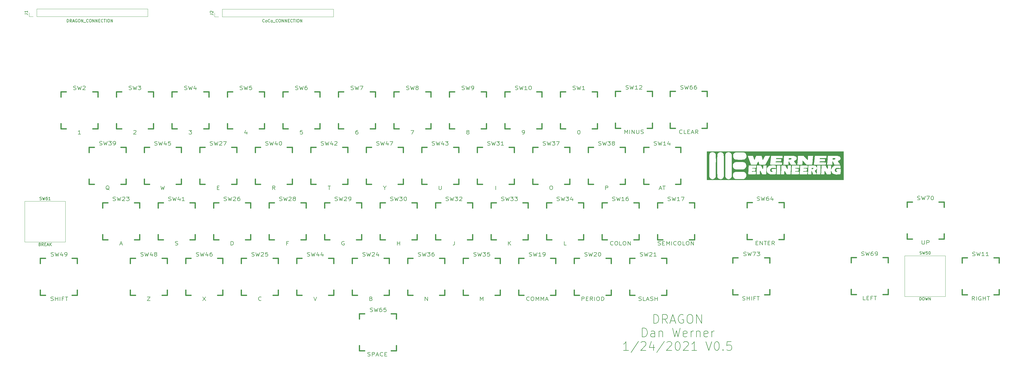
<source format=gbr>
G04 #@! TF.GenerationSoftware,KiCad,Pcbnew,(5.1.5)-3*
G04 #@! TF.CreationDate,2021-01-24T16:57:30-06:00*
G04 #@! TF.ProjectId,DragonKeyboard,44726167-6f6e-44b6-9579-626f6172642e,rev?*
G04 #@! TF.SameCoordinates,Original*
G04 #@! TF.FileFunction,Legend,Top*
G04 #@! TF.FilePolarity,Positive*
%FSLAX46Y46*%
G04 Gerber Fmt 4.6, Leading zero omitted, Abs format (unit mm)*
G04 Created by KiCad (PCBNEW (5.1.5)-3) date 2021-01-24 16:57:30*
%MOMM*%
%LPD*%
G04 APERTURE LIST*
%ADD10C,0.150000*%
%ADD11C,0.010000*%
%ADD12C,0.120000*%
%ADD13C,0.381000*%
%ADD14C,0.203200*%
G04 APERTURE END LIST*
D10*
X268899714Y-197621142D02*
X268899714Y-194621142D01*
X269614000Y-194621142D01*
X270042571Y-194764000D01*
X270328285Y-195049714D01*
X270471142Y-195335428D01*
X270614000Y-195906857D01*
X270614000Y-196335428D01*
X270471142Y-196906857D01*
X270328285Y-197192571D01*
X270042571Y-197478285D01*
X269614000Y-197621142D01*
X268899714Y-197621142D01*
X273614000Y-197621142D02*
X272614000Y-196192571D01*
X271899714Y-197621142D02*
X271899714Y-194621142D01*
X273042571Y-194621142D01*
X273328285Y-194764000D01*
X273471142Y-194906857D01*
X273614000Y-195192571D01*
X273614000Y-195621142D01*
X273471142Y-195906857D01*
X273328285Y-196049714D01*
X273042571Y-196192571D01*
X271899714Y-196192571D01*
X274756857Y-196764000D02*
X276185428Y-196764000D01*
X274471142Y-197621142D02*
X275471142Y-194621142D01*
X276471142Y-197621142D01*
X279042571Y-194764000D02*
X278756857Y-194621142D01*
X278328285Y-194621142D01*
X277899714Y-194764000D01*
X277614000Y-195049714D01*
X277471142Y-195335428D01*
X277328285Y-195906857D01*
X277328285Y-196335428D01*
X277471142Y-196906857D01*
X277614000Y-197192571D01*
X277899714Y-197478285D01*
X278328285Y-197621142D01*
X278614000Y-197621142D01*
X279042571Y-197478285D01*
X279185428Y-197335428D01*
X279185428Y-196335428D01*
X278614000Y-196335428D01*
X281042571Y-194621142D02*
X281614000Y-194621142D01*
X281899714Y-194764000D01*
X282185428Y-195049714D01*
X282328285Y-195621142D01*
X282328285Y-196621142D01*
X282185428Y-197192571D01*
X281899714Y-197478285D01*
X281614000Y-197621142D01*
X281042571Y-197621142D01*
X280756857Y-197478285D01*
X280471142Y-197192571D01*
X280328285Y-196621142D01*
X280328285Y-195621142D01*
X280471142Y-195049714D01*
X280756857Y-194764000D01*
X281042571Y-194621142D01*
X283614000Y-197621142D02*
X283614000Y-194621142D01*
X285328285Y-197621142D01*
X285328285Y-194621142D01*
X264971142Y-202271142D02*
X264971142Y-199271142D01*
X265685428Y-199271142D01*
X266114000Y-199414000D01*
X266399714Y-199699714D01*
X266542571Y-199985428D01*
X266685428Y-200556857D01*
X266685428Y-200985428D01*
X266542571Y-201556857D01*
X266399714Y-201842571D01*
X266114000Y-202128285D01*
X265685428Y-202271142D01*
X264971142Y-202271142D01*
X269256857Y-202271142D02*
X269256857Y-200699714D01*
X269114000Y-200414000D01*
X268828285Y-200271142D01*
X268256857Y-200271142D01*
X267971142Y-200414000D01*
X269256857Y-202128285D02*
X268971142Y-202271142D01*
X268256857Y-202271142D01*
X267971142Y-202128285D01*
X267828285Y-201842571D01*
X267828285Y-201556857D01*
X267971142Y-201271142D01*
X268256857Y-201128285D01*
X268971142Y-201128285D01*
X269256857Y-200985428D01*
X270685428Y-200271142D02*
X270685428Y-202271142D01*
X270685428Y-200556857D02*
X270828285Y-200414000D01*
X271114000Y-200271142D01*
X271542571Y-200271142D01*
X271828285Y-200414000D01*
X271971142Y-200699714D01*
X271971142Y-202271142D01*
X275399714Y-199271142D02*
X276114000Y-202271142D01*
X276685428Y-200128285D01*
X277256857Y-202271142D01*
X277971142Y-199271142D01*
X280256857Y-202128285D02*
X279971142Y-202271142D01*
X279399714Y-202271142D01*
X279114000Y-202128285D01*
X278971142Y-201842571D01*
X278971142Y-200699714D01*
X279114000Y-200414000D01*
X279399714Y-200271142D01*
X279971142Y-200271142D01*
X280256857Y-200414000D01*
X280399714Y-200699714D01*
X280399714Y-200985428D01*
X278971142Y-201271142D01*
X281685428Y-202271142D02*
X281685428Y-200271142D01*
X281685428Y-200842571D02*
X281828285Y-200556857D01*
X281971142Y-200414000D01*
X282256857Y-200271142D01*
X282542571Y-200271142D01*
X283542571Y-200271142D02*
X283542571Y-202271142D01*
X283542571Y-200556857D02*
X283685428Y-200414000D01*
X283971142Y-200271142D01*
X284399714Y-200271142D01*
X284685428Y-200414000D01*
X284828285Y-200699714D01*
X284828285Y-202271142D01*
X287399714Y-202128285D02*
X287114000Y-202271142D01*
X286542571Y-202271142D01*
X286256857Y-202128285D01*
X286114000Y-201842571D01*
X286114000Y-200699714D01*
X286256857Y-200414000D01*
X286542571Y-200271142D01*
X287114000Y-200271142D01*
X287399714Y-200414000D01*
X287542571Y-200699714D01*
X287542571Y-200985428D01*
X286114000Y-201271142D01*
X288828285Y-202271142D02*
X288828285Y-200271142D01*
X288828285Y-200842571D02*
X288971142Y-200556857D01*
X289114000Y-200414000D01*
X289399714Y-200271142D01*
X289685428Y-200271142D01*
X260256857Y-206921142D02*
X258542571Y-206921142D01*
X259399714Y-206921142D02*
X259399714Y-203921142D01*
X259114000Y-204349714D01*
X258828285Y-204635428D01*
X258542571Y-204778285D01*
X263685428Y-203778285D02*
X261114000Y-207635428D01*
X264542571Y-204206857D02*
X264685428Y-204064000D01*
X264971142Y-203921142D01*
X265685428Y-203921142D01*
X265971142Y-204064000D01*
X266114000Y-204206857D01*
X266256857Y-204492571D01*
X266256857Y-204778285D01*
X266114000Y-205206857D01*
X264399714Y-206921142D01*
X266256857Y-206921142D01*
X268828285Y-204921142D02*
X268828285Y-206921142D01*
X268114000Y-203778285D02*
X267399714Y-205921142D01*
X269256857Y-205921142D01*
X272542571Y-203778285D02*
X269971142Y-207635428D01*
X273399714Y-204206857D02*
X273542571Y-204064000D01*
X273828285Y-203921142D01*
X274542571Y-203921142D01*
X274828285Y-204064000D01*
X274971142Y-204206857D01*
X275114000Y-204492571D01*
X275114000Y-204778285D01*
X274971142Y-205206857D01*
X273256857Y-206921142D01*
X275114000Y-206921142D01*
X276971142Y-203921142D02*
X277256857Y-203921142D01*
X277542571Y-204064000D01*
X277685428Y-204206857D01*
X277828285Y-204492571D01*
X277971142Y-205064000D01*
X277971142Y-205778285D01*
X277828285Y-206349714D01*
X277685428Y-206635428D01*
X277542571Y-206778285D01*
X277256857Y-206921142D01*
X276971142Y-206921142D01*
X276685428Y-206778285D01*
X276542571Y-206635428D01*
X276399714Y-206349714D01*
X276256857Y-205778285D01*
X276256857Y-205064000D01*
X276399714Y-204492571D01*
X276542571Y-204206857D01*
X276685428Y-204064000D01*
X276971142Y-203921142D01*
X279114000Y-204206857D02*
X279256857Y-204064000D01*
X279542571Y-203921142D01*
X280256857Y-203921142D01*
X280542571Y-204064000D01*
X280685428Y-204206857D01*
X280828285Y-204492571D01*
X280828285Y-204778285D01*
X280685428Y-205206857D01*
X278971142Y-206921142D01*
X280828285Y-206921142D01*
X283685428Y-206921142D02*
X281971142Y-206921142D01*
X282828285Y-206921142D02*
X282828285Y-203921142D01*
X282542571Y-204349714D01*
X282256857Y-204635428D01*
X281971142Y-204778285D01*
X286828285Y-203921142D02*
X287828285Y-206921142D01*
X288828285Y-203921142D01*
X290399714Y-203921142D02*
X290685428Y-203921142D01*
X290971142Y-204064000D01*
X291114000Y-204206857D01*
X291256857Y-204492571D01*
X291399714Y-205064000D01*
X291399714Y-205778285D01*
X291256857Y-206349714D01*
X291114000Y-206635428D01*
X290971142Y-206778285D01*
X290685428Y-206921142D01*
X290399714Y-206921142D01*
X290114000Y-206778285D01*
X289971142Y-206635428D01*
X289828285Y-206349714D01*
X289685428Y-205778285D01*
X289685428Y-205064000D01*
X289828285Y-204492571D01*
X289971142Y-204206857D01*
X290114000Y-204064000D01*
X290399714Y-203921142D01*
X292685428Y-206635428D02*
X292828285Y-206778285D01*
X292685428Y-206921142D01*
X292542571Y-206778285D01*
X292685428Y-206635428D01*
X292685428Y-206921142D01*
X295542571Y-203921142D02*
X294114000Y-203921142D01*
X293971142Y-205349714D01*
X294114000Y-205206857D01*
X294399714Y-205064000D01*
X295114000Y-205064000D01*
X295399714Y-205206857D01*
X295542571Y-205349714D01*
X295685428Y-205635428D01*
X295685428Y-206349714D01*
X295542571Y-206635428D01*
X295399714Y-206778285D01*
X295114000Y-206921142D01*
X294399714Y-206921142D01*
X294114000Y-206778285D01*
X293971142Y-206635428D01*
D11*
G36*
X330903743Y-140884388D02*
G01*
X331080934Y-140934144D01*
X331163480Y-141011612D01*
X331149956Y-141115670D01*
X331075523Y-141210876D01*
X330993115Y-141271412D01*
X330879677Y-141303700D01*
X330704520Y-141315130D01*
X330640600Y-141315600D01*
X330310400Y-141315600D01*
X330310400Y-141167354D01*
X330322039Y-140998608D01*
X330371604Y-140905654D01*
X330481066Y-140867818D01*
X330633335Y-140863463D01*
X330903743Y-140884388D01*
G37*
X330903743Y-140884388D02*
X331080934Y-140934144D01*
X331163480Y-141011612D01*
X331149956Y-141115670D01*
X331075523Y-141210876D01*
X330993115Y-141271412D01*
X330879677Y-141303700D01*
X330704520Y-141315130D01*
X330640600Y-141315600D01*
X330310400Y-141315600D01*
X330310400Y-141167354D01*
X330322039Y-140998608D01*
X330371604Y-140905654D01*
X330481066Y-140867818D01*
X330633335Y-140863463D01*
X330903743Y-140884388D01*
G36*
X315866943Y-140884388D02*
G01*
X316044134Y-140934144D01*
X316126680Y-141011612D01*
X316113156Y-141115670D01*
X316038723Y-141210876D01*
X315956315Y-141271412D01*
X315842877Y-141303700D01*
X315667720Y-141315130D01*
X315603800Y-141315600D01*
X315273600Y-141315600D01*
X315273600Y-141167354D01*
X315285239Y-140998608D01*
X315334804Y-140905654D01*
X315444266Y-140867818D01*
X315596535Y-140863463D01*
X315866943Y-140884388D01*
G37*
X315866943Y-140884388D02*
X316044134Y-140934144D01*
X316126680Y-141011612D01*
X316113156Y-141115670D01*
X316038723Y-141210876D01*
X315956315Y-141271412D01*
X315842877Y-141303700D01*
X315667720Y-141315130D01*
X315603800Y-141315600D01*
X315273600Y-141315600D01*
X315273600Y-141167354D01*
X315285239Y-140998608D01*
X315334804Y-140905654D01*
X315444266Y-140867818D01*
X315596535Y-140863463D01*
X315866943Y-140884388D01*
G36*
X323482858Y-144279025D02*
G01*
X323590669Y-144323718D01*
X323601978Y-144334800D01*
X323622571Y-144422141D01*
X323565267Y-144510732D01*
X323451782Y-144581814D01*
X323303828Y-144616631D01*
X323274600Y-144617600D01*
X323155432Y-144609736D01*
X323106561Y-144565368D01*
X323096822Y-144453333D01*
X323096800Y-144439800D01*
X323101960Y-144329485D01*
X323136128Y-144277990D01*
X323227335Y-144262901D01*
X323319179Y-144262000D01*
X323482858Y-144279025D01*
G37*
X323482858Y-144279025D02*
X323590669Y-144323718D01*
X323601978Y-144334800D01*
X323622571Y-144422141D01*
X323565267Y-144510732D01*
X323451782Y-144581814D01*
X323303828Y-144616631D01*
X323274600Y-144617600D01*
X323155432Y-144609736D01*
X323106561Y-144565368D01*
X323096822Y-144453333D01*
X323096800Y-144439800D01*
X323101960Y-144329485D01*
X323136128Y-144277990D01*
X323227335Y-144262901D01*
X323319179Y-144262000D01*
X323482858Y-144279025D01*
G36*
X324843228Y-145252600D02*
G01*
X324829717Y-145535983D01*
X324814295Y-145788508D01*
X324798426Y-145990479D01*
X324783571Y-146122201D01*
X324775888Y-146158958D01*
X324749161Y-146176995D01*
X324701502Y-146126064D01*
X324627687Y-145998181D01*
X324522494Y-145785363D01*
X324499116Y-145735916D01*
X324256122Y-145219316D01*
X324470761Y-145035593D01*
X324615138Y-144888204D01*
X324738953Y-144721760D01*
X324781095Y-144645835D01*
X324876790Y-144439800D01*
X324843228Y-145252600D01*
G37*
X324843228Y-145252600D02*
X324829717Y-145535983D01*
X324814295Y-145788508D01*
X324798426Y-145990479D01*
X324783571Y-146122201D01*
X324775888Y-146158958D01*
X324749161Y-146176995D01*
X324701502Y-146126064D01*
X324627687Y-145998181D01*
X324522494Y-145785363D01*
X324499116Y-145735916D01*
X324256122Y-145219316D01*
X324470761Y-145035593D01*
X324615138Y-144888204D01*
X324738953Y-144721760D01*
X324781095Y-144645835D01*
X324876790Y-144439800D01*
X324843228Y-145252600D01*
G36*
X307587017Y-144731900D02*
G01*
X307594918Y-144860740D01*
X307587017Y-144909700D01*
X307572293Y-144925510D01*
X307564277Y-144855266D01*
X307563785Y-144820800D01*
X307569082Y-144728378D01*
X307582268Y-144717486D01*
X307587017Y-144731900D01*
G37*
X307587017Y-144731900D02*
X307594918Y-144860740D01*
X307587017Y-144909700D01*
X307572293Y-144925510D01*
X307564277Y-144855266D01*
X307563785Y-144820800D01*
X307569082Y-144728378D01*
X307582268Y-144717486D01*
X307587017Y-144731900D01*
G36*
X334069600Y-148376800D02*
G01*
X287130400Y-148376800D01*
X287130400Y-143463531D01*
X287893515Y-143463531D01*
X287893603Y-144201978D01*
X287894402Y-144845175D01*
X287896019Y-145399469D01*
X287898563Y-145871208D01*
X287902141Y-146266740D01*
X287906862Y-146592412D01*
X287912834Y-146854572D01*
X287920164Y-147059568D01*
X287928960Y-147213747D01*
X287939330Y-147323458D01*
X287951383Y-147395048D01*
X287960901Y-147425931D01*
X288135582Y-147716322D01*
X288382815Y-147945505D01*
X288684427Y-148097975D01*
X288781400Y-148126098D01*
X288978427Y-148161970D01*
X289151487Y-148157572D01*
X289354715Y-148110717D01*
X289385216Y-148101682D01*
X289700494Y-147959854D01*
X289951561Y-147747667D01*
X290089968Y-147548357D01*
X290203800Y-147335400D01*
X290218133Y-143550800D01*
X290220681Y-142833144D01*
X290221243Y-142632929D01*
X290635479Y-142632929D01*
X290635595Y-143347818D01*
X290635600Y-143474600D01*
X290635558Y-144205155D01*
X290635757Y-144841196D01*
X290636681Y-145389808D01*
X290638815Y-145858076D01*
X290642644Y-146253085D01*
X290648651Y-146581921D01*
X290657322Y-146851669D01*
X290669141Y-147069413D01*
X290684593Y-147242240D01*
X290704162Y-147377234D01*
X290728334Y-147481481D01*
X290757592Y-147562067D01*
X290792422Y-147626075D01*
X290833308Y-147680592D01*
X290880734Y-147732702D01*
X290930394Y-147784435D01*
X291196715Y-147995641D01*
X291501882Y-148118089D01*
X291831286Y-148149417D01*
X292170316Y-148087268D01*
X292352223Y-148014024D01*
X292577200Y-147856453D01*
X292769557Y-147631015D01*
X292902270Y-147371290D01*
X292923017Y-147304736D01*
X292933957Y-147210523D01*
X292943218Y-147016546D01*
X292950783Y-146724629D01*
X292956634Y-146336594D01*
X292960753Y-145854263D01*
X292963124Y-145279461D01*
X292963728Y-144614010D01*
X292962547Y-143859732D01*
X292960967Y-143362865D01*
X292958221Y-142654287D01*
X292958127Y-142632929D01*
X293378679Y-142632929D01*
X293378795Y-143347818D01*
X293378800Y-143474600D01*
X293379003Y-144196054D01*
X293379704Y-144822851D01*
X293381042Y-145361936D01*
X293383153Y-145820250D01*
X293386176Y-146204737D01*
X293390248Y-146522339D01*
X293395507Y-146780000D01*
X293402091Y-146984663D01*
X293410137Y-147143270D01*
X293419784Y-147262765D01*
X293431168Y-147350091D01*
X293444428Y-147412190D01*
X293457694Y-147451331D01*
X293626463Y-147728357D01*
X293869756Y-147948880D01*
X294169241Y-148097631D01*
X294267800Y-148126098D01*
X294451385Y-148160592D01*
X294612933Y-148159994D01*
X294800101Y-148121917D01*
X294896379Y-148094600D01*
X295192799Y-147955888D01*
X295431513Y-147739606D01*
X295598514Y-147459905D01*
X295638982Y-147344352D01*
X295654256Y-147282110D01*
X295667383Y-147203303D01*
X295678483Y-147100727D01*
X295687673Y-146967174D01*
X295694171Y-146816331D01*
X296021515Y-146816331D01*
X296053666Y-147194455D01*
X296155609Y-147502749D01*
X296332058Y-147749406D01*
X296587727Y-147942617D01*
X296704124Y-148002562D01*
X296784776Y-148038468D01*
X296862916Y-148066339D01*
X296952210Y-148087194D01*
X297066324Y-148102051D01*
X297218925Y-148111929D01*
X297423678Y-148117848D01*
X297694251Y-148120827D01*
X298044310Y-148121883D01*
X298306400Y-148122020D01*
X298719215Y-148119987D01*
X299087605Y-148114046D01*
X299398947Y-148104637D01*
X299640620Y-148092198D01*
X299800003Y-148077171D01*
X299846695Y-148068336D01*
X300052118Y-147972231D01*
X300262805Y-147809289D01*
X300447241Y-147607379D01*
X300549618Y-147446682D01*
X300655757Y-147135379D01*
X300684546Y-146792578D01*
X300638397Y-146448630D01*
X300555045Y-146227566D01*
X301248046Y-146227566D01*
X301251834Y-146335525D01*
X301271262Y-146400133D01*
X301292198Y-146427740D01*
X301364309Y-146450424D01*
X301519853Y-146469114D01*
X301741643Y-146483772D01*
X302012493Y-146494358D01*
X302315218Y-146500832D01*
X302632632Y-146503155D01*
X302947548Y-146501287D01*
X303242782Y-146495188D01*
X303501146Y-146484820D01*
X303705456Y-146470142D01*
X303838525Y-146451116D01*
X303881456Y-146433700D01*
X303909931Y-146354753D01*
X303938861Y-146204674D01*
X303939565Y-146199004D01*
X304124421Y-146199004D01*
X304130308Y-146331992D01*
X304143355Y-146407244D01*
X304153159Y-146426734D01*
X304231188Y-146460484D01*
X304382240Y-146484087D01*
X304578222Y-146497301D01*
X304791041Y-146499884D01*
X304992604Y-146491595D01*
X305154818Y-146472190D01*
X305249590Y-146441428D01*
X305255840Y-146436239D01*
X305293018Y-146351075D01*
X305314815Y-146208489D01*
X305317161Y-146144139D01*
X305322438Y-145966652D01*
X305335748Y-145743228D01*
X305350079Y-145568251D01*
X305382637Y-145223502D01*
X305658607Y-145746051D01*
X305800885Y-146018854D01*
X305907148Y-146216808D01*
X305994326Y-146351778D01*
X306079347Y-146435632D01*
X306179139Y-146480235D01*
X306310631Y-146497453D01*
X306490752Y-146499153D01*
X306730211Y-146497200D01*
X307055777Y-146492265D01*
X307282250Y-146477347D01*
X307411663Y-146452269D01*
X307440239Y-146436240D01*
X307472696Y-146355221D01*
X307496613Y-146202108D01*
X307507137Y-146017140D01*
X307515662Y-145769193D01*
X307531508Y-145501267D01*
X307545866Y-145328800D01*
X307578657Y-144998600D01*
X307613951Y-145267124D01*
X307706328Y-145634862D01*
X307878497Y-145939746D01*
X308130410Y-146181751D01*
X308462016Y-146360856D01*
X308873267Y-146477037D01*
X309364111Y-146530271D01*
X309934500Y-146520534D01*
X310233702Y-146493797D01*
X310452763Y-146464036D01*
X310636972Y-146428502D01*
X310760511Y-146392706D01*
X310793939Y-146374244D01*
X310823025Y-146298523D01*
X310850939Y-146142752D01*
X310856529Y-146095737D01*
X311028024Y-146095737D01*
X311029862Y-146270482D01*
X311042068Y-146378049D01*
X311061839Y-146426590D01*
X311138453Y-146458909D01*
X311289985Y-146482254D01*
X311490489Y-146496477D01*
X311714019Y-146501430D01*
X311934628Y-146496968D01*
X312126370Y-146482942D01*
X312263300Y-146459206D01*
X312315490Y-146433700D01*
X312331177Y-146364488D01*
X312338678Y-146281230D01*
X312507121Y-146281230D01*
X312521180Y-146394994D01*
X312537804Y-146429921D01*
X312619734Y-146466893D01*
X312774456Y-146490703D01*
X312974057Y-146501661D01*
X313190627Y-146500077D01*
X313396253Y-146486260D01*
X313563024Y-146460519D01*
X313663029Y-146423165D01*
X313669771Y-146417371D01*
X313707984Y-146355518D01*
X313732401Y-146249411D01*
X313745455Y-146080459D01*
X313749582Y-145830072D01*
X313749600Y-145807771D01*
X313752999Y-145589713D01*
X313762189Y-145415382D01*
X313775655Y-145305796D01*
X313787700Y-145278738D01*
X313824486Y-145321487D01*
X313896517Y-145437347D01*
X313993404Y-145608656D01*
X314104759Y-145817750D01*
X314105200Y-145818599D01*
X314220425Y-146036098D01*
X314324702Y-146224154D01*
X314406206Y-146361993D01*
X314451728Y-146427461D01*
X314534359Y-146460352D01*
X314693123Y-146483788D01*
X314903000Y-146497806D01*
X315138967Y-146502444D01*
X315376002Y-146497742D01*
X315589085Y-146483736D01*
X315753192Y-146460466D01*
X315843303Y-146427968D01*
X315846206Y-146425336D01*
X315873982Y-146371365D01*
X315890155Y-146295584D01*
X316057845Y-146295584D01*
X316072315Y-146392074D01*
X316090919Y-146426445D01*
X316128304Y-146449412D01*
X316204996Y-146467075D01*
X316332088Y-146480040D01*
X316520676Y-146488914D01*
X316781853Y-146494305D01*
X317126714Y-146496819D01*
X317384391Y-146497200D01*
X317777591Y-146496438D01*
X318081521Y-146493644D01*
X318308501Y-146488051D01*
X318470853Y-146478895D01*
X318580897Y-146465409D01*
X318650956Y-146446828D01*
X318693351Y-146422387D01*
X318700935Y-146415407D01*
X318743297Y-146349281D01*
X318765836Y-146242304D01*
X318767316Y-146198815D01*
X318901617Y-146198815D01*
X318913599Y-146348693D01*
X318957572Y-146414715D01*
X318994925Y-146440906D01*
X319056231Y-146461002D01*
X319153851Y-146475777D01*
X319300147Y-146486005D01*
X319507479Y-146492460D01*
X319788207Y-146495916D01*
X320154694Y-146497148D01*
X320274808Y-146497200D01*
X320690008Y-146495801D01*
X321012712Y-146491309D01*
X321251992Y-146483273D01*
X321416917Y-146471245D01*
X321516558Y-146454778D01*
X321559769Y-146433700D01*
X321587353Y-146354868D01*
X321614315Y-146204610D01*
X321617604Y-146174822D01*
X321794354Y-146174822D01*
X321799214Y-146311512D01*
X321809681Y-146397401D01*
X321825798Y-146442620D01*
X321836311Y-146453353D01*
X321926312Y-146477907D01*
X322085174Y-146492796D01*
X322286050Y-146498549D01*
X322502090Y-146495698D01*
X322706445Y-146484772D01*
X322872265Y-146466304D01*
X322972701Y-146440823D01*
X322987226Y-146430607D01*
X323010692Y-146354993D01*
X323031909Y-146200722D01*
X323048409Y-145990736D01*
X323056946Y-145782907D01*
X323071400Y-145201800D01*
X323263720Y-145782987D01*
X323343251Y-146015317D01*
X323416633Y-146215270D01*
X323475583Y-146361176D01*
X323511240Y-146430687D01*
X323590329Y-146464902D01*
X323743656Y-146487997D01*
X323944490Y-146500157D01*
X324166100Y-146501563D01*
X324381753Y-146492399D01*
X324564718Y-146472848D01*
X324688265Y-146443091D01*
X324721224Y-146422416D01*
X324780123Y-146373461D01*
X324840884Y-146405724D01*
X324858073Y-146422416D01*
X324942201Y-146456808D01*
X325098852Y-146481657D01*
X325301672Y-146496721D01*
X325524310Y-146501755D01*
X325740411Y-146496518D01*
X325923624Y-146480767D01*
X326047595Y-146454257D01*
X326082097Y-146433700D01*
X326097822Y-146366685D01*
X326102242Y-146325280D01*
X326269541Y-146325280D01*
X326315344Y-146409626D01*
X326423768Y-146462306D01*
X326607489Y-146489452D01*
X326879182Y-146497199D01*
X326881400Y-146497200D01*
X327144440Y-146493369D01*
X327322510Y-146470977D01*
X327432215Y-146413678D01*
X327490158Y-146305122D01*
X327512945Y-146128963D01*
X327517177Y-145871271D01*
X327521532Y-145658717D01*
X327532534Y-145482287D01*
X327548201Y-145368495D01*
X327556594Y-145344220D01*
X327595343Y-145360020D01*
X327671148Y-145461009D01*
X327779114Y-145639841D01*
X327894972Y-145852220D01*
X328013062Y-146071308D01*
X328118345Y-146257449D01*
X328199960Y-146392062D01*
X328247046Y-146456565D01*
X328249255Y-146458322D01*
X328318826Y-146472824D01*
X328468146Y-146484831D01*
X328675372Y-146493107D01*
X328918660Y-146496416D01*
X328922471Y-146496422D01*
X329218623Y-146495424D01*
X329428163Y-146482772D01*
X329566065Y-146445271D01*
X329647305Y-146369730D01*
X329686859Y-146242956D01*
X329699702Y-146051758D01*
X329700800Y-145810769D01*
X329705458Y-145582956D01*
X329718136Y-145399940D01*
X329736891Y-145283080D01*
X329751600Y-145252600D01*
X329790042Y-145269770D01*
X329802400Y-145341227D01*
X329833558Y-145491687D01*
X329914630Y-145682783D01*
X330027013Y-145880136D01*
X330152101Y-146049362D01*
X330225449Y-146123042D01*
X330489893Y-146302004D01*
X330803758Y-146429343D01*
X331176456Y-146506667D01*
X331617398Y-146535583D01*
X332135997Y-146517698D01*
X332400517Y-146494474D01*
X332625461Y-146466557D01*
X332814636Y-146433735D01*
X332943755Y-146400756D01*
X332985348Y-146380174D01*
X333009417Y-146308540D01*
X333033636Y-146156562D01*
X333056723Y-145945483D01*
X333077395Y-145696549D01*
X333094370Y-145431005D01*
X333106367Y-145170096D01*
X333112102Y-144935067D01*
X333110294Y-144747162D01*
X333099660Y-144627627D01*
X333092572Y-144603556D01*
X333066593Y-144568447D01*
X333018090Y-144544390D01*
X332931040Y-144529840D01*
X332789423Y-144523255D01*
X332577217Y-144523089D01*
X332301793Y-144527356D01*
X331555000Y-144541400D01*
X331514419Y-144914206D01*
X331497829Y-145152196D01*
X331513852Y-145307194D01*
X331568279Y-145394205D01*
X331666898Y-145428231D01*
X331713620Y-145430400D01*
X331806062Y-145449168D01*
X331834400Y-145482794D01*
X331793133Y-145550303D01*
X331686984Y-145576827D01*
X331542429Y-145565835D01*
X331385946Y-145520795D01*
X331244009Y-145445176D01*
X331187874Y-145398092D01*
X331115990Y-145313868D01*
X331081471Y-145224220D01*
X331075431Y-145093108D01*
X331082441Y-144970355D01*
X331133273Y-144704861D01*
X331248964Y-144509137D01*
X331440688Y-144366699D01*
X331515268Y-144331652D01*
X331717670Y-144280836D01*
X331981592Y-144264928D01*
X332273203Y-144283750D01*
X332558675Y-144337124D01*
X332558854Y-144337170D01*
X332779665Y-144382117D01*
X332922859Y-144378818D01*
X333000825Y-144326159D01*
X333014892Y-144296172D01*
X333026003Y-144195325D01*
X333021516Y-144033500D01*
X333004974Y-143841768D01*
X332979920Y-143651204D01*
X332949897Y-143492878D01*
X332918448Y-143397865D01*
X332911359Y-143388208D01*
X332855525Y-143362094D01*
X332740744Y-143343204D01*
X332556120Y-143330771D01*
X332290755Y-143324031D01*
X331971559Y-143322200D01*
X331652814Y-143322771D01*
X331416152Y-143326094D01*
X331242059Y-143334583D01*
X331111018Y-143350650D01*
X331003514Y-143376710D01*
X330900032Y-143415176D01*
X330781055Y-143468461D01*
X330778192Y-143469783D01*
X330439106Y-143676006D01*
X330155132Y-143948766D01*
X329943505Y-144269144D01*
X329856935Y-144481028D01*
X329812050Y-144615018D01*
X329781517Y-144682603D01*
X329764575Y-144677435D01*
X329760462Y-144593165D01*
X329768418Y-144423444D01*
X329787682Y-144161924D01*
X329800217Y-144008000D01*
X329818730Y-143712310D01*
X329817044Y-143515227D01*
X329795146Y-143415785D01*
X329791783Y-143411100D01*
X329716769Y-143380781D01*
X329567765Y-143359744D01*
X329371964Y-143348051D01*
X329156556Y-143345761D01*
X328948733Y-143352934D01*
X328775685Y-143369631D01*
X328664604Y-143395911D01*
X328644160Y-143408560D01*
X328611756Y-143495561D01*
X328591128Y-143674720D01*
X328583250Y-143937172D01*
X328583200Y-143963205D01*
X328580010Y-144185180D01*
X328571447Y-144374592D01*
X328559015Y-144504406D01*
X328551026Y-144540734D01*
X328519076Y-144545004D01*
X328454865Y-144468028D01*
X328355689Y-144305836D01*
X328218842Y-144054463D01*
X328216276Y-144049588D01*
X328097432Y-143826475D01*
X327991800Y-143633184D01*
X327910215Y-143489205D01*
X327863515Y-143414024D01*
X327861230Y-143411100D01*
X327788675Y-143383409D01*
X327638972Y-143363103D01*
X327436309Y-143350224D01*
X327204873Y-143344816D01*
X326968850Y-143346923D01*
X326752429Y-143356589D01*
X326579796Y-143373857D01*
X326475137Y-143398773D01*
X326459760Y-143408559D01*
X326427293Y-143495487D01*
X326406628Y-143673845D01*
X326398835Y-143934035D01*
X326398800Y-143955526D01*
X326395634Y-144168068D01*
X326386918Y-144439571D01*
X326373821Y-144749025D01*
X326357512Y-145075421D01*
X326339160Y-145397751D01*
X326319936Y-145695006D01*
X326301008Y-145946176D01*
X326283547Y-146130254D01*
X326273684Y-146203134D01*
X326269541Y-146325280D01*
X326102242Y-146325280D01*
X326114124Y-146213996D01*
X326130468Y-145991549D01*
X326146317Y-145715264D01*
X326161135Y-145401059D01*
X326174386Y-145064852D01*
X326185533Y-144722562D01*
X326194039Y-144390107D01*
X326199369Y-144083407D01*
X326200985Y-143818378D01*
X326198352Y-143610940D01*
X326190932Y-143477012D01*
X326183097Y-143436500D01*
X326152314Y-143397305D01*
X326091833Y-143371461D01*
X325983401Y-143356325D01*
X325808762Y-143349254D01*
X325568972Y-143347600D01*
X325265302Y-143353535D01*
X325057141Y-143371182D01*
X324946946Y-143400306D01*
X324935760Y-143408560D01*
X324902566Y-143490346D01*
X324880530Y-143638863D01*
X324874800Y-143774923D01*
X324874800Y-144080327D01*
X324760500Y-143853663D01*
X324665314Y-143701087D01*
X324540602Y-143587218D01*
X324362479Y-143485033D01*
X324078759Y-143343067D01*
X323018824Y-143345329D01*
X322700433Y-143347754D01*
X322417027Y-143353236D01*
X322184138Y-143361202D01*
X322017302Y-143371079D01*
X321932051Y-143382294D01*
X321924823Y-143385695D01*
X321914201Y-143444307D01*
X321900756Y-143591494D01*
X321885290Y-143814296D01*
X321868602Y-144099751D01*
X321851494Y-144434900D01*
X321834766Y-144806781D01*
X321830191Y-144917431D01*
X321813021Y-145358635D01*
X321801298Y-145708514D01*
X321795062Y-145977200D01*
X321794354Y-146174822D01*
X321617604Y-146174822D01*
X321635473Y-146012996D01*
X321638061Y-145979293D01*
X321648660Y-145764854D01*
X321641516Y-145629410D01*
X321614481Y-145551561D01*
X321592712Y-145527446D01*
X321525426Y-145501154D01*
X321395157Y-145488313D01*
X321189394Y-145488466D01*
X320895625Y-145501158D01*
X320885641Y-145501710D01*
X320620026Y-145515071D01*
X320439824Y-145519580D01*
X320329146Y-145514145D01*
X320272102Y-145497678D01*
X320252804Y-145469088D01*
X320252000Y-145458258D01*
X320266535Y-145423043D01*
X320321151Y-145399933D01*
X320432359Y-145386576D01*
X320616674Y-145380622D01*
X320804579Y-145379600D01*
X321091966Y-145374362D01*
X321284718Y-145358197D01*
X321389285Y-145330426D01*
X321407719Y-145316100D01*
X321440796Y-145227970D01*
X321466300Y-145076094D01*
X321482479Y-144892545D01*
X321487581Y-144709397D01*
X321479854Y-144558724D01*
X321457545Y-144472601D01*
X321454031Y-144468351D01*
X321380414Y-144444576D01*
X321224780Y-144426630D01*
X321006628Y-144416260D01*
X320851440Y-144414400D01*
X320602476Y-144409907D01*
X320420710Y-144397248D01*
X320319429Y-144377654D01*
X320302800Y-144363600D01*
X320351777Y-144341806D01*
X320491640Y-144325539D01*
X320711783Y-144315622D01*
X320956979Y-144312800D01*
X321263889Y-144309000D01*
X321478174Y-144297078D01*
X321608546Y-144276248D01*
X321661283Y-144249300D01*
X321696500Y-144158256D01*
X321723644Y-144004460D01*
X321740797Y-143820163D01*
X321746039Y-143637615D01*
X321737450Y-143489066D01*
X321713112Y-143406765D01*
X321711527Y-143405047D01*
X321642149Y-143385162D01*
X321489197Y-143369199D01*
X321269869Y-143357118D01*
X321001359Y-143348878D01*
X320700864Y-143344438D01*
X320385581Y-143343758D01*
X320072705Y-143346797D01*
X319779431Y-143353514D01*
X319522958Y-143363870D01*
X319320479Y-143377823D01*
X319189193Y-143395332D01*
X319147523Y-143411100D01*
X319128455Y-143481483D01*
X319108336Y-143634618D01*
X319088964Y-143851697D01*
X319072131Y-144113912D01*
X319063901Y-144287400D01*
X319043855Y-144694793D01*
X319018134Y-145096385D01*
X318988462Y-145471866D01*
X318956564Y-145800931D01*
X318924163Y-146063272D01*
X318901617Y-146198815D01*
X318767316Y-146198815D01*
X318771644Y-146071672D01*
X318768064Y-145920107D01*
X318753400Y-145506600D01*
X318093000Y-145506600D01*
X317791791Y-145501760D01*
X317577694Y-145488790D01*
X317453003Y-145470009D01*
X317420011Y-145447739D01*
X317481012Y-145424301D01*
X317638299Y-145402016D01*
X317894165Y-145383205D01*
X317967509Y-145379600D01*
X318235678Y-145363743D01*
X318416980Y-145343186D01*
X318526125Y-145315480D01*
X318577822Y-145278178D01*
X318577937Y-145278000D01*
X318600213Y-145192231D01*
X318613312Y-145036883D01*
X318614721Y-144843756D01*
X318614028Y-144820800D01*
X318601000Y-144439800D01*
X318029500Y-144425436D01*
X317744623Y-144413250D01*
X317559038Y-144395320D01*
X317470785Y-144374317D01*
X317477902Y-144352911D01*
X317578430Y-144333771D01*
X317770409Y-144319568D01*
X318051879Y-144312973D01*
X318112179Y-144312800D01*
X318402500Y-144309984D01*
X318605769Y-144300575D01*
X318736403Y-144283131D01*
X318808819Y-144256209D01*
X318825603Y-144241415D01*
X318857371Y-144145617D01*
X318871772Y-143964702D01*
X318869923Y-143771515D01*
X318855000Y-143373000D01*
X316264200Y-143373000D01*
X316204744Y-144399291D01*
X316182900Y-144749735D01*
X316158293Y-145100500D01*
X316132926Y-145425855D01*
X316108799Y-145700066D01*
X316088743Y-145890637D01*
X316063345Y-146134236D01*
X316057845Y-146295584D01*
X315890155Y-146295584D01*
X315897078Y-146263148D01*
X315916618Y-146089750D01*
X315933727Y-145840239D01*
X315949531Y-145503680D01*
X315954667Y-145371236D01*
X315968522Y-145028123D01*
X315984271Y-144685227D01*
X316000569Y-144368895D01*
X316016069Y-144105473D01*
X316027563Y-143943450D01*
X316039403Y-143733802D01*
X316039747Y-143557959D01*
X316028905Y-143444100D01*
X316021807Y-143422750D01*
X315953779Y-143388322D01*
X315811074Y-143363354D01*
X315620206Y-143348175D01*
X315407688Y-143343115D01*
X315200031Y-143348501D01*
X315023749Y-143364663D01*
X314905354Y-143391928D01*
X314877360Y-143408560D01*
X314844283Y-143493322D01*
X314822772Y-143657150D01*
X314815840Y-143853060D01*
X314811179Y-144072327D01*
X314799489Y-144279574D01*
X314783294Y-144430190D01*
X314783159Y-144431011D01*
X314751036Y-144625423D01*
X314415383Y-143999211D01*
X314079729Y-143373000D01*
X313426449Y-143358740D01*
X313143343Y-143356725D01*
X312919039Y-143363575D01*
X312768578Y-143378497D01*
X312710530Y-143396466D01*
X312682631Y-143464924D01*
X312658309Y-143623194D01*
X312637202Y-143874832D01*
X312618950Y-144223393D01*
X312613860Y-144350525D01*
X312599130Y-144695346D01*
X312580855Y-145053923D01*
X312560883Y-145393778D01*
X312541066Y-145682427D01*
X312530898Y-145807621D01*
X312510401Y-146089064D01*
X312507121Y-146281230D01*
X312338678Y-146281230D01*
X312345803Y-146202166D01*
X312358991Y-145955222D01*
X312370360Y-145632143D01*
X312379534Y-145241416D01*
X312385211Y-144871600D01*
X312403400Y-143373000D01*
X311826471Y-143358585D01*
X311516757Y-143356800D01*
X311303966Y-143369238D01*
X311189783Y-143395784D01*
X311178771Y-143402905D01*
X311145774Y-143459326D01*
X311123952Y-143573225D01*
X311111731Y-143758924D01*
X311107540Y-144030746D01*
X311107508Y-144052320D01*
X311103922Y-144318750D01*
X311094395Y-144650741D01*
X311080223Y-145012510D01*
X311062700Y-145368274D01*
X311055128Y-145499490D01*
X311036474Y-145842508D01*
X311028024Y-146095737D01*
X310856529Y-146095737D01*
X310876435Y-145928331D01*
X310898266Y-145676662D01*
X310915184Y-145409146D01*
X310925944Y-145147183D01*
X310929297Y-144912175D01*
X310923997Y-144725523D01*
X310908797Y-144608627D01*
X310898234Y-144584288D01*
X310846205Y-144555269D01*
X310737781Y-144535085D01*
X310560284Y-144522628D01*
X310301039Y-144516790D01*
X310116614Y-144516000D01*
X309818232Y-144515856D01*
X309606562Y-144521792D01*
X309466776Y-144543361D01*
X309384046Y-144590114D01*
X309343542Y-144671605D01*
X309330437Y-144797384D01*
X309329903Y-144977004D01*
X309330000Y-145022719D01*
X309336834Y-145226268D01*
X309365763Y-145348614D01*
X309429422Y-145409713D01*
X309540448Y-145429522D01*
X309588154Y-145430400D01*
X309672329Y-145451411D01*
X309674071Y-145498714D01*
X309599455Y-145548710D01*
X309553997Y-145563094D01*
X309402967Y-145569260D01*
X309224223Y-145534747D01*
X309063353Y-145471883D01*
X308975859Y-145406758D01*
X308914966Y-145273619D01*
X308886202Y-145084677D01*
X308892992Y-144881588D01*
X308921830Y-144749962D01*
X309005400Y-144594945D01*
X309133001Y-144452250D01*
X309157414Y-144432378D01*
X309366687Y-144328710D01*
X309644793Y-144275145D01*
X309971252Y-144273351D01*
X310325586Y-144324996D01*
X310365246Y-144333979D01*
X310581477Y-144378886D01*
X310722592Y-144383427D01*
X310802317Y-144334198D01*
X310834379Y-144217796D01*
X310832505Y-144020817D01*
X310823056Y-143886959D01*
X310798194Y-143669912D01*
X310763488Y-143500420D01*
X310724370Y-143404359D01*
X310720886Y-143400271D01*
X310637944Y-143365359D01*
X310474939Y-143337113D01*
X310253233Y-143316212D01*
X309994189Y-143303333D01*
X309719167Y-143299154D01*
X309449529Y-143304353D01*
X309206636Y-143319607D01*
X309011849Y-143345594D01*
X309009855Y-143345981D01*
X308602975Y-143471782D01*
X308249730Y-143675985D01*
X307960552Y-143950314D01*
X307745872Y-144286498D01*
X307704069Y-144381712D01*
X307599076Y-144643000D01*
X307625096Y-144072418D01*
X307633062Y-143835703D01*
X307634677Y-143632144D01*
X307630075Y-143485793D01*
X307621522Y-143424718D01*
X307589383Y-143389483D01*
X307513999Y-143366463D01*
X307378470Y-143353411D01*
X307165892Y-143348079D01*
X307041563Y-143347600D01*
X306814983Y-143351847D01*
X306627814Y-143363344D01*
X306502247Y-143380228D01*
X306461042Y-143396389D01*
X306446526Y-143463976D01*
X306429796Y-143610848D01*
X306413004Y-143814786D01*
X306399352Y-144033656D01*
X306384072Y-144259680D01*
X306365872Y-144438448D01*
X306347049Y-144551788D01*
X306330113Y-144581767D01*
X306293498Y-144523856D01*
X306219964Y-144393931D01*
X306119516Y-144210093D01*
X306002159Y-143990442D01*
X305977903Y-143944500D01*
X305663394Y-143347600D01*
X304980502Y-143347600D01*
X304680449Y-143350491D01*
X304471194Y-143359808D01*
X304342084Y-143376509D01*
X304282463Y-143401558D01*
X304276448Y-143411100D01*
X304268244Y-143476582D01*
X304255576Y-143630018D01*
X304239352Y-143857906D01*
X304220486Y-144146743D01*
X304199886Y-144483024D01*
X304178463Y-144853247D01*
X304174981Y-144915434D01*
X304150973Y-145366496D01*
X304134628Y-145724969D01*
X304125819Y-145999567D01*
X304124421Y-146199004D01*
X303939565Y-146199004D01*
X303962599Y-146013750D01*
X303965322Y-145983920D01*
X303979998Y-145786472D01*
X303974935Y-145646688D01*
X303936262Y-145555744D01*
X303850107Y-145504816D01*
X303702597Y-145485080D01*
X303479861Y-145487712D01*
X303207241Y-145501710D01*
X302941626Y-145515071D01*
X302761424Y-145519580D01*
X302650746Y-145514145D01*
X302593702Y-145497678D01*
X302574404Y-145469088D01*
X302573600Y-145458258D01*
X302588135Y-145423043D01*
X302642751Y-145399933D01*
X302753959Y-145386576D01*
X302938274Y-145380622D01*
X303126179Y-145379600D01*
X303413307Y-145374380D01*
X303605864Y-145358263D01*
X303710365Y-145330563D01*
X303728959Y-145316100D01*
X303767436Y-145220635D01*
X303797270Y-145062857D01*
X303816055Y-144876314D01*
X303821385Y-144694555D01*
X303810855Y-144551130D01*
X303788522Y-144485446D01*
X303727519Y-144450241D01*
X303604898Y-144427896D01*
X303406118Y-144416636D01*
X303205377Y-144414400D01*
X302978402Y-144409721D01*
X302796038Y-144396993D01*
X302679769Y-144378182D01*
X302649800Y-144363600D01*
X302683687Y-144340695D01*
X302814869Y-144324402D01*
X303039232Y-144315054D01*
X303275581Y-144312800D01*
X303583127Y-144309029D01*
X303798072Y-144297194D01*
X303929156Y-144276510D01*
X303982959Y-144249300D01*
X304021436Y-144153835D01*
X304051270Y-143996057D01*
X304070055Y-143809514D01*
X304075385Y-143627755D01*
X304064855Y-143484330D01*
X304042522Y-143418646D01*
X303973936Y-143395561D01*
X303821294Y-143376485D01*
X303601851Y-143361468D01*
X303332858Y-143350562D01*
X303031567Y-143343816D01*
X302715231Y-143341282D01*
X302401103Y-143343009D01*
X302106434Y-143349049D01*
X301848478Y-143359452D01*
X301644486Y-143374269D01*
X301511712Y-143393550D01*
X301469143Y-143411100D01*
X301450928Y-143480635D01*
X301431616Y-143633903D01*
X301412785Y-143853069D01*
X301396013Y-144120301D01*
X301384870Y-144363600D01*
X301369012Y-144706687D01*
X301347922Y-145063932D01*
X301323842Y-145402393D01*
X301299014Y-145689129D01*
X301286717Y-145805440D01*
X301259730Y-146057217D01*
X301248046Y-146227566D01*
X300555045Y-146227566D01*
X300519723Y-146133886D01*
X300434381Y-145997543D01*
X300275009Y-145832310D01*
X300069747Y-145688177D01*
X300021963Y-145662715D01*
X299759651Y-145532000D01*
X298345594Y-145532000D01*
X297893819Y-145532785D01*
X297530984Y-145536518D01*
X297244430Y-145545261D01*
X297021502Y-145561078D01*
X296849540Y-145586034D01*
X296715890Y-145622191D01*
X296607893Y-145671614D01*
X296512892Y-145736365D01*
X296418230Y-145818510D01*
X296382496Y-145852074D01*
X296201238Y-146064125D01*
X296087226Y-146303163D01*
X296031204Y-146593914D01*
X296021515Y-146816331D01*
X295694171Y-146816331D01*
X295695071Y-146795439D01*
X295700795Y-146578313D01*
X295704963Y-146308592D01*
X295707692Y-145979068D01*
X295709100Y-145582535D01*
X295709305Y-145111787D01*
X295708425Y-144559617D01*
X295706577Y-143918819D01*
X295704981Y-143475956D01*
X295995879Y-143475956D01*
X296028847Y-143850571D01*
X296132800Y-144159725D01*
X296312649Y-144415137D01*
X296437872Y-144530665D01*
X296547237Y-144611970D01*
X296660689Y-144676419D01*
X296791052Y-144725787D01*
X296951151Y-144761845D01*
X297153814Y-144786368D01*
X297411864Y-144801127D01*
X297738128Y-144807897D01*
X298145431Y-144808450D01*
X298433400Y-144806541D01*
X298836527Y-144802713D01*
X299151447Y-144798142D01*
X299391553Y-144791763D01*
X299570238Y-144782515D01*
X299700894Y-144769332D01*
X299796914Y-144751153D01*
X299871690Y-144726915D01*
X299938615Y-144695552D01*
X299957400Y-144685551D01*
X300252043Y-144483134D01*
X300460636Y-144236575D01*
X300588554Y-143936377D01*
X300641177Y-143573045D01*
X300643200Y-143474542D01*
X300604136Y-143094274D01*
X300487513Y-142777209D01*
X300294186Y-142525365D01*
X300212243Y-142455799D01*
X300105034Y-142378312D01*
X300000667Y-142317055D01*
X299885841Y-142270120D01*
X299747255Y-142235601D01*
X299571608Y-142211591D01*
X299345599Y-142196183D01*
X299055927Y-142187469D01*
X298689291Y-142183543D01*
X298306400Y-142182545D01*
X297897201Y-142182697D01*
X297576117Y-142184496D01*
X297329662Y-142188818D01*
X297144354Y-142196539D01*
X297006708Y-142208536D01*
X296903242Y-142225686D01*
X296820472Y-142248864D01*
X296744915Y-142278947D01*
X296731600Y-142284910D01*
X296422580Y-142474018D01*
X296186721Y-142731275D01*
X296105526Y-142865000D01*
X296044247Y-143007615D01*
X296010046Y-143171193D01*
X295996735Y-143390235D01*
X295995879Y-143475956D01*
X295704981Y-143475956D01*
X295704483Y-143337824D01*
X295692325Y-140160994D01*
X296071200Y-140160994D01*
X296112654Y-140541416D01*
X296234632Y-140865692D01*
X296433558Y-141128302D01*
X296705853Y-141323726D01*
X296871196Y-141395520D01*
X296986735Y-141417757D01*
X297186218Y-141436103D01*
X297452063Y-141450496D01*
X297766686Y-141460874D01*
X298112504Y-141467174D01*
X298471935Y-141469335D01*
X298827394Y-141467295D01*
X299161298Y-141460991D01*
X299456066Y-141450361D01*
X299694112Y-141435343D01*
X299857855Y-141415876D01*
X299900706Y-141406221D01*
X300112389Y-141302983D01*
X300326539Y-141131181D01*
X300515554Y-140919299D01*
X300651831Y-140695819D01*
X300690988Y-140590720D01*
X300745224Y-140233621D01*
X300738090Y-140149565D01*
X301187627Y-140149565D01*
X301219567Y-140297066D01*
X301288101Y-140531456D01*
X301393937Y-140855179D01*
X301520743Y-141222299D01*
X301639592Y-141562486D01*
X301754590Y-141895536D01*
X301858736Y-142200883D01*
X301945031Y-142457963D01*
X302006477Y-142646213D01*
X302019330Y-142687200D01*
X302081147Y-142876833D01*
X302137801Y-143032004D01*
X302178631Y-143123877D01*
X302183648Y-143131700D01*
X302230976Y-143155573D01*
X302339323Y-143173186D01*
X302518373Y-143185133D01*
X302777808Y-143192012D01*
X303127311Y-143194419D01*
X303202120Y-143194422D01*
X303508569Y-143192303D01*
X303781473Y-143186870D01*
X304004020Y-143178744D01*
X304159398Y-143168548D01*
X304230795Y-143156904D01*
X304231818Y-143156322D01*
X304274039Y-143096589D01*
X304343825Y-142963437D01*
X304430829Y-142777708D01*
X304508774Y-142598396D01*
X304598692Y-142394222D01*
X304676801Y-142234649D01*
X304734133Y-142136878D01*
X304760436Y-142115796D01*
X304787745Y-142179199D01*
X304832698Y-142316035D01*
X304887335Y-142501415D01*
X304910667Y-142585600D01*
X304963041Y-142787001D01*
X305005285Y-142938992D01*
X305051507Y-143048283D01*
X305115813Y-143121584D01*
X305212308Y-143165605D01*
X305355100Y-143187056D01*
X305558294Y-143192647D01*
X305835997Y-143189088D01*
X306167673Y-143183523D01*
X307217075Y-143169800D01*
X307313726Y-142991533D01*
X308763864Y-142991533D01*
X308767981Y-143052078D01*
X308794904Y-143099338D01*
X308853535Y-143134939D01*
X308952774Y-143160509D01*
X309101524Y-143177675D01*
X309308687Y-143188065D01*
X309583162Y-143193305D01*
X309933852Y-143195023D01*
X310369658Y-143194846D01*
X310814305Y-143194422D01*
X311256424Y-143193253D01*
X311667743Y-143190253D01*
X312036946Y-143185646D01*
X312352717Y-143179658D01*
X312603739Y-143172516D01*
X312778696Y-143164445D01*
X312866273Y-143155670D01*
X312873282Y-143153334D01*
X312910595Y-143078001D01*
X312911773Y-143070660D01*
X313309048Y-143070660D01*
X313313186Y-143125295D01*
X313343781Y-143152270D01*
X313420242Y-143171690D01*
X313555382Y-143184595D01*
X313762015Y-143192022D01*
X314052952Y-143195010D01*
X314175650Y-143195200D01*
X314461704Y-143193391D01*
X314715684Y-143188390D01*
X314918606Y-143180837D01*
X315051484Y-143171371D01*
X315091645Y-143164364D01*
X315136221Y-143123031D01*
X315162284Y-143028116D01*
X315174104Y-142859639D01*
X315175765Y-142770664D01*
X315182789Y-142548905D01*
X315197340Y-142332447D01*
X315213865Y-142186004D01*
X315248200Y-141964209D01*
X315569378Y-142579704D01*
X315890557Y-143195200D01*
X316795058Y-143195200D01*
X317134257Y-143193636D01*
X317385080Y-143188284D01*
X317560713Y-143178146D01*
X317674343Y-143162230D01*
X317739155Y-143139538D01*
X317759988Y-143122387D01*
X317775804Y-143075559D01*
X317768042Y-143044103D01*
X318126307Y-143044103D01*
X318154921Y-143131623D01*
X318175289Y-143149238D01*
X318248293Y-143164275D01*
X318400966Y-143176483D01*
X318611410Y-143185666D01*
X318857727Y-143191629D01*
X319118021Y-143194175D01*
X319370394Y-143193110D01*
X319592948Y-143188237D01*
X319763787Y-143179360D01*
X319861012Y-143166283D01*
X319866845Y-143164364D01*
X319899894Y-143137467D01*
X319922672Y-143076007D01*
X319936953Y-142964196D01*
X319944509Y-142786244D01*
X319947114Y-142526361D01*
X319947200Y-142448931D01*
X319949906Y-142200299D01*
X319957326Y-141994537D01*
X319968413Y-141849563D01*
X319982118Y-141783295D01*
X319986240Y-141781266D01*
X320031924Y-141821875D01*
X320135633Y-141924714D01*
X320285805Y-142077983D01*
X320470883Y-142269881D01*
X320679305Y-142488606D01*
X320684740Y-142494341D01*
X321344200Y-143190483D01*
X322284000Y-143192064D01*
X322584974Y-143190628D01*
X322851961Y-143185680D01*
X323067910Y-143177833D01*
X323215775Y-143167700D01*
X323277947Y-143156322D01*
X323298429Y-143096171D01*
X323316663Y-142991533D01*
X323800664Y-142991533D01*
X323804781Y-143052078D01*
X323831704Y-143099338D01*
X323890335Y-143134939D01*
X323989574Y-143160509D01*
X324138324Y-143177675D01*
X324345487Y-143188065D01*
X324619962Y-143193305D01*
X324970652Y-143195023D01*
X325406458Y-143194846D01*
X325851105Y-143194422D01*
X326293366Y-143193208D01*
X326704950Y-143190079D01*
X327074519Y-143185270D01*
X327390735Y-143179017D01*
X327642259Y-143171556D01*
X327817754Y-143163122D01*
X327905881Y-143153952D01*
X327913014Y-143151523D01*
X327950044Y-143078993D01*
X328345628Y-143078993D01*
X328349927Y-143125143D01*
X328380387Y-143152162D01*
X328456426Y-143171613D01*
X328590895Y-143184541D01*
X328796644Y-143191989D01*
X329086524Y-143195000D01*
X329212450Y-143195200D01*
X329498504Y-143193391D01*
X329752484Y-143188390D01*
X329955406Y-143180837D01*
X330088284Y-143171371D01*
X330128445Y-143164364D01*
X330174785Y-143120206D01*
X330201256Y-143018745D01*
X330212470Y-142839953D01*
X330213250Y-142796064D01*
X330221155Y-142571786D01*
X330236916Y-142345204D01*
X330251350Y-142211170D01*
X330285000Y-141963741D01*
X330606178Y-142579470D01*
X330927357Y-143195200D01*
X331831858Y-143195200D01*
X332171057Y-143193636D01*
X332421880Y-143188284D01*
X332597513Y-143178146D01*
X332711143Y-143162230D01*
X332775955Y-143139538D01*
X332796788Y-143122387D01*
X332812604Y-143075559D01*
X332793924Y-142999864D01*
X332733913Y-142881204D01*
X332625737Y-142705480D01*
X332507366Y-142525487D01*
X332370065Y-142319265D01*
X332252004Y-142140930D01*
X332165441Y-142009071D01*
X332122638Y-141942274D01*
X332121988Y-141941183D01*
X332144654Y-141885130D01*
X332262481Y-141806944D01*
X332393598Y-141743132D01*
X332582782Y-141641739D01*
X332756145Y-141521241D01*
X332851767Y-141433281D01*
X332940527Y-141317452D01*
X332985967Y-141203466D01*
X333001739Y-141048733D01*
X333002800Y-140962129D01*
X332994196Y-140772215D01*
X332960312Y-140641493D01*
X332889037Y-140528412D01*
X332869409Y-140504470D01*
X332729391Y-140371936D01*
X332566784Y-140261222D01*
X332551909Y-140253469D01*
X332417842Y-140190862D01*
X332282507Y-140140453D01*
X332133393Y-140101009D01*
X331957992Y-140071299D01*
X331743795Y-140050089D01*
X331478292Y-140036149D01*
X331148974Y-140028246D01*
X330743333Y-140025149D01*
X330248857Y-140025625D01*
X330238812Y-140025659D01*
X329792929Y-140027706D01*
X329437938Y-140030790D01*
X329163131Y-140035490D01*
X328957803Y-140042386D01*
X328811247Y-140052056D01*
X328712755Y-140065078D01*
X328651620Y-140082032D01*
X328617136Y-140103496D01*
X328608160Y-140113809D01*
X328582225Y-140199996D01*
X328558546Y-140380027D01*
X328537840Y-140646156D01*
X328520826Y-140990639D01*
X328516859Y-141098950D01*
X328501308Y-141440723D01*
X328478576Y-141793230D01*
X328451137Y-142124997D01*
X328421464Y-142404552D01*
X328404534Y-142528243D01*
X328373098Y-142753693D01*
X328352716Y-142945441D01*
X328345628Y-143078993D01*
X327950044Y-143078993D01*
X327954388Y-143070485D01*
X327980365Y-142890557D01*
X327989214Y-142707800D01*
X327999000Y-142306200D01*
X326890697Y-142292499D01*
X325782395Y-142278799D01*
X325798497Y-142165499D01*
X325807449Y-142125149D01*
X325830529Y-142095244D01*
X325881804Y-142073687D01*
X325975338Y-142058380D01*
X326125199Y-142047226D01*
X326345451Y-142038128D01*
X326650161Y-142028987D01*
X326728574Y-142026800D01*
X327642548Y-142001400D01*
X327675064Y-141849000D01*
X327703107Y-141661283D01*
X327712338Y-141471185D01*
X327703416Y-141308623D01*
X327677000Y-141203510D01*
X327660407Y-141183413D01*
X327591736Y-141171756D01*
X327439951Y-141163044D01*
X327223510Y-141157803D01*
X326960871Y-141156555D01*
X326771407Y-141158171D01*
X325941600Y-141169512D01*
X325941600Y-140909200D01*
X328077714Y-140909200D01*
X328127257Y-140778892D01*
X328157909Y-140648001D01*
X328173293Y-140479143D01*
X328173617Y-140305380D01*
X328159093Y-140159772D01*
X328129932Y-140075380D01*
X328122732Y-140068980D01*
X328058248Y-140059678D01*
X327906540Y-140051967D01*
X327681155Y-140045810D01*
X327395635Y-140041173D01*
X327063525Y-140038019D01*
X326698369Y-140036312D01*
X326313712Y-140036016D01*
X325923099Y-140037096D01*
X325540073Y-140039514D01*
X325178179Y-140043235D01*
X324850961Y-140048223D01*
X324571963Y-140054442D01*
X324354730Y-140061855D01*
X324212806Y-140070428D01*
X324160161Y-140079518D01*
X324140877Y-140143501D01*
X324117655Y-140289618D01*
X324092952Y-140498604D01*
X324069229Y-140751196D01*
X324060632Y-140859235D01*
X324033709Y-141178932D01*
X324000678Y-141516042D01*
X323965591Y-141831893D01*
X323932501Y-142087816D01*
X323930289Y-142103000D01*
X323894573Y-142346410D01*
X323860944Y-142576894D01*
X323834468Y-142759666D01*
X323825243Y-142824077D01*
X323810452Y-142916075D01*
X323800664Y-142991533D01*
X323316663Y-142991533D01*
X323324006Y-142949402D01*
X323352788Y-142730756D01*
X323382886Y-142454973D01*
X323412409Y-142136795D01*
X323419491Y-142052200D01*
X323449257Y-141700714D01*
X323480406Y-141353490D01*
X323510683Y-141034243D01*
X323537833Y-140766690D01*
X323559600Y-140574545D01*
X323561246Y-140561542D01*
X323586708Y-140308172D01*
X323585691Y-140149365D01*
X323564071Y-140086151D01*
X323498773Y-140069508D01*
X323353054Y-140055805D01*
X323148060Y-140045256D01*
X322904932Y-140038076D01*
X322644814Y-140034482D01*
X322388849Y-140034687D01*
X322158182Y-140038908D01*
X321973955Y-140047360D01*
X321857312Y-140060257D01*
X321830835Y-140068506D01*
X321803058Y-140132668D01*
X321781328Y-140269827D01*
X321770025Y-140451394D01*
X321769690Y-140467698D01*
X321761210Y-140720041D01*
X321745801Y-140995015D01*
X321731590Y-141177923D01*
X321699800Y-141522846D01*
X321020591Y-140784223D01*
X320807636Y-140556883D01*
X320613516Y-140357612D01*
X320450081Y-140197939D01*
X320329176Y-140089393D01*
X320262649Y-140043501D01*
X320258591Y-140042737D01*
X320055989Y-140038135D01*
X319807221Y-140036124D01*
X319531349Y-140036431D01*
X319247435Y-140038785D01*
X318974540Y-140042913D01*
X318731726Y-140048546D01*
X318538055Y-140055410D01*
X318412589Y-140063234D01*
X318374687Y-140069586D01*
X318345721Y-140134625D01*
X318326435Y-140268233D01*
X318321589Y-140391498D01*
X318317295Y-140541728D01*
X318305470Y-140771820D01*
X318287694Y-141060445D01*
X318265545Y-141386275D01*
X318240603Y-141727980D01*
X318214446Y-142064232D01*
X318188654Y-142373701D01*
X318164804Y-142635059D01*
X318144475Y-142826978D01*
X318137141Y-142883316D01*
X318126307Y-143044103D01*
X317768042Y-143044103D01*
X317757124Y-142999864D01*
X317697113Y-142881204D01*
X317588937Y-142705480D01*
X317470566Y-142525487D01*
X317333265Y-142319265D01*
X317215204Y-142140930D01*
X317128641Y-142009071D01*
X317085838Y-141942274D01*
X317085188Y-141941183D01*
X317107854Y-141885130D01*
X317225681Y-141806944D01*
X317356798Y-141743132D01*
X317545982Y-141641739D01*
X317719345Y-141521241D01*
X317814967Y-141433281D01*
X317903727Y-141317452D01*
X317949167Y-141203466D01*
X317964939Y-141048733D01*
X317966000Y-140962129D01*
X317957378Y-140772123D01*
X317923461Y-140641352D01*
X317852175Y-140528317D01*
X317832948Y-140504873D01*
X317670566Y-140350892D01*
X317459551Y-140227383D01*
X317175163Y-140120343D01*
X317127800Y-140105789D01*
X317030589Y-140082845D01*
X316900567Y-140064532D01*
X316726498Y-140050353D01*
X316497146Y-140039809D01*
X316201276Y-140032401D01*
X315827651Y-140027631D01*
X315365036Y-140025000D01*
X315302360Y-140024802D01*
X314824051Y-140025142D01*
X314416273Y-140029035D01*
X314085540Y-140036297D01*
X313838365Y-140046741D01*
X313681263Y-140060184D01*
X313625960Y-140072368D01*
X313588271Y-140097036D01*
X313559933Y-140137962D01*
X313538851Y-140209744D01*
X313522928Y-140326978D01*
X313510069Y-140504260D01*
X313498177Y-140756189D01*
X313487350Y-141037568D01*
X313470765Y-141383407D01*
X313446946Y-141742204D01*
X313418452Y-142081993D01*
X313387841Y-142370808D01*
X313370031Y-142502995D01*
X313338332Y-142733756D01*
X313317281Y-142930896D01*
X313309048Y-143070660D01*
X312911773Y-143070660D01*
X312937024Y-142913384D01*
X312949482Y-142709612D01*
X312962200Y-142306200D01*
X311853897Y-142292499D01*
X310745595Y-142278799D01*
X310761697Y-142165499D01*
X310770649Y-142125149D01*
X310793729Y-142095244D01*
X310845004Y-142073687D01*
X310938538Y-142058380D01*
X311088399Y-142047226D01*
X311308651Y-142038128D01*
X311613361Y-142028987D01*
X311691774Y-142026800D01*
X312605748Y-142001400D01*
X312638264Y-141849000D01*
X312666307Y-141661283D01*
X312675538Y-141471185D01*
X312666616Y-141308623D01*
X312640200Y-141203510D01*
X312623607Y-141183413D01*
X312554936Y-141171756D01*
X312403151Y-141163044D01*
X312186710Y-141157803D01*
X311924071Y-141156555D01*
X311734607Y-141158171D01*
X310904800Y-141169512D01*
X310904800Y-140909200D01*
X313040914Y-140909200D01*
X313090457Y-140778892D01*
X313121109Y-140648001D01*
X313136493Y-140479143D01*
X313136817Y-140305380D01*
X313122293Y-140159772D01*
X313093132Y-140075380D01*
X313085932Y-140068980D01*
X313021448Y-140059678D01*
X312869740Y-140051967D01*
X312644355Y-140045810D01*
X312358835Y-140041173D01*
X312026725Y-140038019D01*
X311661569Y-140036312D01*
X311276912Y-140036016D01*
X310886299Y-140037096D01*
X310503273Y-140039514D01*
X310141379Y-140043235D01*
X309814161Y-140048223D01*
X309535163Y-140054442D01*
X309317930Y-140061855D01*
X309176006Y-140070428D01*
X309123361Y-140079518D01*
X309104077Y-140143501D01*
X309080855Y-140289618D01*
X309056152Y-140498604D01*
X309032429Y-140751196D01*
X309023832Y-140859235D01*
X308996909Y-141178932D01*
X308963878Y-141516042D01*
X308928791Y-141831893D01*
X308895701Y-142087816D01*
X308893489Y-142103000D01*
X308857773Y-142346410D01*
X308824144Y-142576894D01*
X308797668Y-142759666D01*
X308788443Y-142824077D01*
X308773652Y-142916075D01*
X308763864Y-142991533D01*
X307313726Y-142991533D01*
X308015800Y-141696600D01*
X308207794Y-141340780D01*
X308383434Y-141012003D01*
X308536982Y-140721263D01*
X308662701Y-140479558D01*
X308754855Y-140297881D01*
X308807706Y-140187229D01*
X308818263Y-140158642D01*
X308778972Y-140094622D01*
X308707700Y-140056293D01*
X308624220Y-140045425D01*
X308461189Y-140036881D01*
X308240636Y-140030879D01*
X307984587Y-140027635D01*
X307715071Y-140027368D01*
X307454115Y-140030292D01*
X307223746Y-140036626D01*
X307133239Y-140040792D01*
X307075752Y-140081460D01*
X306989156Y-140201743D01*
X306870623Y-140406198D01*
X306717330Y-140699387D01*
X306683515Y-140766550D01*
X306529763Y-141065449D01*
X306413742Y-141272666D01*
X306334143Y-141390321D01*
X306289657Y-141420532D01*
X306283641Y-141414250D01*
X306257949Y-141338194D01*
X306216473Y-141184966D01*
X306164907Y-140976697D01*
X306108942Y-140735519D01*
X306108017Y-140731400D01*
X306052015Y-140493399D01*
X305999732Y-140291529D01*
X305956892Y-140146612D01*
X305929223Y-140079473D01*
X305928556Y-140078743D01*
X305864845Y-140063866D01*
X305719535Y-140052213D01*
X305512476Y-140043785D01*
X305263516Y-140038582D01*
X304992504Y-140036603D01*
X304719288Y-140037849D01*
X304463717Y-140042320D01*
X304245640Y-140050016D01*
X304084906Y-140060936D01*
X304001364Y-140075081D01*
X303995199Y-140078743D01*
X303962857Y-140140131D01*
X303903397Y-140277782D01*
X303824709Y-140472585D01*
X303734683Y-140705425D01*
X303715288Y-140756800D01*
X303624383Y-140994615D01*
X303543843Y-141197919D01*
X303481379Y-141347775D01*
X303444700Y-141425246D01*
X303440968Y-141430575D01*
X303413840Y-141399194D01*
X303363361Y-141286647D01*
X303295846Y-141108938D01*
X303217609Y-140882074D01*
X303184649Y-140780907D01*
X303102319Y-140531948D01*
X303027110Y-140318888D01*
X302965824Y-140159964D01*
X302925262Y-140073415D01*
X302917129Y-140063540D01*
X302844092Y-140049378D01*
X302692649Y-140039815D01*
X302483945Y-140034570D01*
X302239122Y-140033361D01*
X301979323Y-140035908D01*
X301725690Y-140041928D01*
X301499368Y-140051141D01*
X301321499Y-140063264D01*
X301213226Y-140078017D01*
X301191572Y-140086507D01*
X301187627Y-140149565D01*
X300738090Y-140149565D01*
X300715317Y-139881268D01*
X300607545Y-139553522D01*
X300428185Y-139270245D01*
X300210198Y-139069353D01*
X300086425Y-138994493D01*
X299945321Y-138935715D01*
X299774286Y-138891546D01*
X299560722Y-138860517D01*
X299292029Y-138841155D01*
X298955608Y-138831990D01*
X298538859Y-138831550D01*
X298206815Y-138835429D01*
X297774334Y-138843812D01*
X297429652Y-138856509D01*
X297158974Y-138876722D01*
X296948507Y-138907650D01*
X296784454Y-138952495D01*
X296653023Y-139014457D01*
X296540417Y-139096737D01*
X296432842Y-139202535D01*
X296382345Y-139258732D01*
X296223325Y-139469272D01*
X296126597Y-139681772D01*
X296080187Y-139930945D01*
X296071200Y-140160994D01*
X295692325Y-140160994D01*
X295690200Y-139605744D01*
X295536457Y-139357114D01*
X295325333Y-139101589D01*
X295064703Y-138920038D01*
X294772489Y-138814808D01*
X294466616Y-138788244D01*
X294165007Y-138842693D01*
X293885585Y-138980500D01*
X293720838Y-139119474D01*
X293658395Y-139182336D01*
X293604037Y-139238825D01*
X293557205Y-139296061D01*
X293517339Y-139361165D01*
X293483881Y-139441256D01*
X293456270Y-139543454D01*
X293433949Y-139674881D01*
X293416358Y-139842656D01*
X293402937Y-140053899D01*
X293393128Y-140315731D01*
X293386370Y-140635272D01*
X293382106Y-141019642D01*
X293379775Y-141475962D01*
X293378820Y-142011350D01*
X293378679Y-142632929D01*
X292958127Y-142632929D01*
X292955502Y-142040163D01*
X292952611Y-141513349D01*
X292949351Y-141066700D01*
X292945523Y-140693070D01*
X292940930Y-140385314D01*
X292935373Y-140136287D01*
X292928654Y-139938845D01*
X292920576Y-139785841D01*
X292910941Y-139670131D01*
X292899550Y-139584570D01*
X292886205Y-139522013D01*
X292870709Y-139475314D01*
X292852864Y-139437329D01*
X292852157Y-139436000D01*
X292676717Y-139174268D01*
X292461067Y-138986421D01*
X292346625Y-138920251D01*
X292032798Y-138811135D01*
X291708159Y-138790634D01*
X291394230Y-138855616D01*
X291112529Y-139002948D01*
X290977638Y-139119474D01*
X290915195Y-139182336D01*
X290860837Y-139238825D01*
X290814005Y-139296061D01*
X290774139Y-139361165D01*
X290740681Y-139441256D01*
X290713070Y-139543454D01*
X290690749Y-139674881D01*
X290673158Y-139842656D01*
X290659737Y-140053899D01*
X290649928Y-140315731D01*
X290643170Y-140635272D01*
X290638906Y-141019642D01*
X290636575Y-141475962D01*
X290635620Y-142011350D01*
X290635479Y-142632929D01*
X290221243Y-142632929D01*
X290222432Y-142209985D01*
X290223264Y-141674222D01*
X290223057Y-141218754D01*
X290221687Y-140836481D01*
X290219035Y-140520300D01*
X290214978Y-140263111D01*
X290209396Y-140057814D01*
X290202166Y-139897307D01*
X290193167Y-139774490D01*
X290182278Y-139682260D01*
X290169377Y-139613519D01*
X290154343Y-139561164D01*
X290149666Y-139548293D01*
X289988864Y-139253879D01*
X289765991Y-139027157D01*
X289497780Y-138872458D01*
X289200969Y-138794110D01*
X288892291Y-138796443D01*
X288588483Y-138883787D01*
X288306280Y-139060470D01*
X288296379Y-139068857D01*
X288223431Y-139129717D01*
X288159867Y-139183712D01*
X288105042Y-139237889D01*
X288058310Y-139299299D01*
X288019025Y-139374987D01*
X287986540Y-139472003D01*
X287960209Y-139597394D01*
X287939386Y-139758209D01*
X287923426Y-139961496D01*
X287911682Y-140214303D01*
X287903507Y-140523679D01*
X287898256Y-140896671D01*
X287895283Y-141340327D01*
X287893942Y-141861696D01*
X287893586Y-142467826D01*
X287893569Y-143165765D01*
X287893515Y-143463531D01*
X287130400Y-143463531D01*
X287130400Y-138623200D01*
X334069600Y-138623200D01*
X334069600Y-148376800D01*
G37*
X334069600Y-148376800D02*
X287130400Y-148376800D01*
X287130400Y-143463531D01*
X287893515Y-143463531D01*
X287893603Y-144201978D01*
X287894402Y-144845175D01*
X287896019Y-145399469D01*
X287898563Y-145871208D01*
X287902141Y-146266740D01*
X287906862Y-146592412D01*
X287912834Y-146854572D01*
X287920164Y-147059568D01*
X287928960Y-147213747D01*
X287939330Y-147323458D01*
X287951383Y-147395048D01*
X287960901Y-147425931D01*
X288135582Y-147716322D01*
X288382815Y-147945505D01*
X288684427Y-148097975D01*
X288781400Y-148126098D01*
X288978427Y-148161970D01*
X289151487Y-148157572D01*
X289354715Y-148110717D01*
X289385216Y-148101682D01*
X289700494Y-147959854D01*
X289951561Y-147747667D01*
X290089968Y-147548357D01*
X290203800Y-147335400D01*
X290218133Y-143550800D01*
X290220681Y-142833144D01*
X290221243Y-142632929D01*
X290635479Y-142632929D01*
X290635595Y-143347818D01*
X290635600Y-143474600D01*
X290635558Y-144205155D01*
X290635757Y-144841196D01*
X290636681Y-145389808D01*
X290638815Y-145858076D01*
X290642644Y-146253085D01*
X290648651Y-146581921D01*
X290657322Y-146851669D01*
X290669141Y-147069413D01*
X290684593Y-147242240D01*
X290704162Y-147377234D01*
X290728334Y-147481481D01*
X290757592Y-147562067D01*
X290792422Y-147626075D01*
X290833308Y-147680592D01*
X290880734Y-147732702D01*
X290930394Y-147784435D01*
X291196715Y-147995641D01*
X291501882Y-148118089D01*
X291831286Y-148149417D01*
X292170316Y-148087268D01*
X292352223Y-148014024D01*
X292577200Y-147856453D01*
X292769557Y-147631015D01*
X292902270Y-147371290D01*
X292923017Y-147304736D01*
X292933957Y-147210523D01*
X292943218Y-147016546D01*
X292950783Y-146724629D01*
X292956634Y-146336594D01*
X292960753Y-145854263D01*
X292963124Y-145279461D01*
X292963728Y-144614010D01*
X292962547Y-143859732D01*
X292960967Y-143362865D01*
X292958221Y-142654287D01*
X292958127Y-142632929D01*
X293378679Y-142632929D01*
X293378795Y-143347818D01*
X293378800Y-143474600D01*
X293379003Y-144196054D01*
X293379704Y-144822851D01*
X293381042Y-145361936D01*
X293383153Y-145820250D01*
X293386176Y-146204737D01*
X293390248Y-146522339D01*
X293395507Y-146780000D01*
X293402091Y-146984663D01*
X293410137Y-147143270D01*
X293419784Y-147262765D01*
X293431168Y-147350091D01*
X293444428Y-147412190D01*
X293457694Y-147451331D01*
X293626463Y-147728357D01*
X293869756Y-147948880D01*
X294169241Y-148097631D01*
X294267800Y-148126098D01*
X294451385Y-148160592D01*
X294612933Y-148159994D01*
X294800101Y-148121917D01*
X294896379Y-148094600D01*
X295192799Y-147955888D01*
X295431513Y-147739606D01*
X295598514Y-147459905D01*
X295638982Y-147344352D01*
X295654256Y-147282110D01*
X295667383Y-147203303D01*
X295678483Y-147100727D01*
X295687673Y-146967174D01*
X295694171Y-146816331D01*
X296021515Y-146816331D01*
X296053666Y-147194455D01*
X296155609Y-147502749D01*
X296332058Y-147749406D01*
X296587727Y-147942617D01*
X296704124Y-148002562D01*
X296784776Y-148038468D01*
X296862916Y-148066339D01*
X296952210Y-148087194D01*
X297066324Y-148102051D01*
X297218925Y-148111929D01*
X297423678Y-148117848D01*
X297694251Y-148120827D01*
X298044310Y-148121883D01*
X298306400Y-148122020D01*
X298719215Y-148119987D01*
X299087605Y-148114046D01*
X299398947Y-148104637D01*
X299640620Y-148092198D01*
X299800003Y-148077171D01*
X299846695Y-148068336D01*
X300052118Y-147972231D01*
X300262805Y-147809289D01*
X300447241Y-147607379D01*
X300549618Y-147446682D01*
X300655757Y-147135379D01*
X300684546Y-146792578D01*
X300638397Y-146448630D01*
X300555045Y-146227566D01*
X301248046Y-146227566D01*
X301251834Y-146335525D01*
X301271262Y-146400133D01*
X301292198Y-146427740D01*
X301364309Y-146450424D01*
X301519853Y-146469114D01*
X301741643Y-146483772D01*
X302012493Y-146494358D01*
X302315218Y-146500832D01*
X302632632Y-146503155D01*
X302947548Y-146501287D01*
X303242782Y-146495188D01*
X303501146Y-146484820D01*
X303705456Y-146470142D01*
X303838525Y-146451116D01*
X303881456Y-146433700D01*
X303909931Y-146354753D01*
X303938861Y-146204674D01*
X303939565Y-146199004D01*
X304124421Y-146199004D01*
X304130308Y-146331992D01*
X304143355Y-146407244D01*
X304153159Y-146426734D01*
X304231188Y-146460484D01*
X304382240Y-146484087D01*
X304578222Y-146497301D01*
X304791041Y-146499884D01*
X304992604Y-146491595D01*
X305154818Y-146472190D01*
X305249590Y-146441428D01*
X305255840Y-146436239D01*
X305293018Y-146351075D01*
X305314815Y-146208489D01*
X305317161Y-146144139D01*
X305322438Y-145966652D01*
X305335748Y-145743228D01*
X305350079Y-145568251D01*
X305382637Y-145223502D01*
X305658607Y-145746051D01*
X305800885Y-146018854D01*
X305907148Y-146216808D01*
X305994326Y-146351778D01*
X306079347Y-146435632D01*
X306179139Y-146480235D01*
X306310631Y-146497453D01*
X306490752Y-146499153D01*
X306730211Y-146497200D01*
X307055777Y-146492265D01*
X307282250Y-146477347D01*
X307411663Y-146452269D01*
X307440239Y-146436240D01*
X307472696Y-146355221D01*
X307496613Y-146202108D01*
X307507137Y-146017140D01*
X307515662Y-145769193D01*
X307531508Y-145501267D01*
X307545866Y-145328800D01*
X307578657Y-144998600D01*
X307613951Y-145267124D01*
X307706328Y-145634862D01*
X307878497Y-145939746D01*
X308130410Y-146181751D01*
X308462016Y-146360856D01*
X308873267Y-146477037D01*
X309364111Y-146530271D01*
X309934500Y-146520534D01*
X310233702Y-146493797D01*
X310452763Y-146464036D01*
X310636972Y-146428502D01*
X310760511Y-146392706D01*
X310793939Y-146374244D01*
X310823025Y-146298523D01*
X310850939Y-146142752D01*
X310856529Y-146095737D01*
X311028024Y-146095737D01*
X311029862Y-146270482D01*
X311042068Y-146378049D01*
X311061839Y-146426590D01*
X311138453Y-146458909D01*
X311289985Y-146482254D01*
X311490489Y-146496477D01*
X311714019Y-146501430D01*
X311934628Y-146496968D01*
X312126370Y-146482942D01*
X312263300Y-146459206D01*
X312315490Y-146433700D01*
X312331177Y-146364488D01*
X312338678Y-146281230D01*
X312507121Y-146281230D01*
X312521180Y-146394994D01*
X312537804Y-146429921D01*
X312619734Y-146466893D01*
X312774456Y-146490703D01*
X312974057Y-146501661D01*
X313190627Y-146500077D01*
X313396253Y-146486260D01*
X313563024Y-146460519D01*
X313663029Y-146423165D01*
X313669771Y-146417371D01*
X313707984Y-146355518D01*
X313732401Y-146249411D01*
X313745455Y-146080459D01*
X313749582Y-145830072D01*
X313749600Y-145807771D01*
X313752999Y-145589713D01*
X313762189Y-145415382D01*
X313775655Y-145305796D01*
X313787700Y-145278738D01*
X313824486Y-145321487D01*
X313896517Y-145437347D01*
X313993404Y-145608656D01*
X314104759Y-145817750D01*
X314105200Y-145818599D01*
X314220425Y-146036098D01*
X314324702Y-146224154D01*
X314406206Y-146361993D01*
X314451728Y-146427461D01*
X314534359Y-146460352D01*
X314693123Y-146483788D01*
X314903000Y-146497806D01*
X315138967Y-146502444D01*
X315376002Y-146497742D01*
X315589085Y-146483736D01*
X315753192Y-146460466D01*
X315843303Y-146427968D01*
X315846206Y-146425336D01*
X315873982Y-146371365D01*
X315890155Y-146295584D01*
X316057845Y-146295584D01*
X316072315Y-146392074D01*
X316090919Y-146426445D01*
X316128304Y-146449412D01*
X316204996Y-146467075D01*
X316332088Y-146480040D01*
X316520676Y-146488914D01*
X316781853Y-146494305D01*
X317126714Y-146496819D01*
X317384391Y-146497200D01*
X317777591Y-146496438D01*
X318081521Y-146493644D01*
X318308501Y-146488051D01*
X318470853Y-146478895D01*
X318580897Y-146465409D01*
X318650956Y-146446828D01*
X318693351Y-146422387D01*
X318700935Y-146415407D01*
X318743297Y-146349281D01*
X318765836Y-146242304D01*
X318767316Y-146198815D01*
X318901617Y-146198815D01*
X318913599Y-146348693D01*
X318957572Y-146414715D01*
X318994925Y-146440906D01*
X319056231Y-146461002D01*
X319153851Y-146475777D01*
X319300147Y-146486005D01*
X319507479Y-146492460D01*
X319788207Y-146495916D01*
X320154694Y-146497148D01*
X320274808Y-146497200D01*
X320690008Y-146495801D01*
X321012712Y-146491309D01*
X321251992Y-146483273D01*
X321416917Y-146471245D01*
X321516558Y-146454778D01*
X321559769Y-146433700D01*
X321587353Y-146354868D01*
X321614315Y-146204610D01*
X321617604Y-146174822D01*
X321794354Y-146174822D01*
X321799214Y-146311512D01*
X321809681Y-146397401D01*
X321825798Y-146442620D01*
X321836311Y-146453353D01*
X321926312Y-146477907D01*
X322085174Y-146492796D01*
X322286050Y-146498549D01*
X322502090Y-146495698D01*
X322706445Y-146484772D01*
X322872265Y-146466304D01*
X322972701Y-146440823D01*
X322987226Y-146430607D01*
X323010692Y-146354993D01*
X323031909Y-146200722D01*
X323048409Y-145990736D01*
X323056946Y-145782907D01*
X323071400Y-145201800D01*
X323263720Y-145782987D01*
X323343251Y-146015317D01*
X323416633Y-146215270D01*
X323475583Y-146361176D01*
X323511240Y-146430687D01*
X323590329Y-146464902D01*
X323743656Y-146487997D01*
X323944490Y-146500157D01*
X324166100Y-146501563D01*
X324381753Y-146492399D01*
X324564718Y-146472848D01*
X324688265Y-146443091D01*
X324721224Y-146422416D01*
X324780123Y-146373461D01*
X324840884Y-146405724D01*
X324858073Y-146422416D01*
X324942201Y-146456808D01*
X325098852Y-146481657D01*
X325301672Y-146496721D01*
X325524310Y-146501755D01*
X325740411Y-146496518D01*
X325923624Y-146480767D01*
X326047595Y-146454257D01*
X326082097Y-146433700D01*
X326097822Y-146366685D01*
X326102242Y-146325280D01*
X326269541Y-146325280D01*
X326315344Y-146409626D01*
X326423768Y-146462306D01*
X326607489Y-146489452D01*
X326879182Y-146497199D01*
X326881400Y-146497200D01*
X327144440Y-146493369D01*
X327322510Y-146470977D01*
X327432215Y-146413678D01*
X327490158Y-146305122D01*
X327512945Y-146128963D01*
X327517177Y-145871271D01*
X327521532Y-145658717D01*
X327532534Y-145482287D01*
X327548201Y-145368495D01*
X327556594Y-145344220D01*
X327595343Y-145360020D01*
X327671148Y-145461009D01*
X327779114Y-145639841D01*
X327894972Y-145852220D01*
X328013062Y-146071308D01*
X328118345Y-146257449D01*
X328199960Y-146392062D01*
X328247046Y-146456565D01*
X328249255Y-146458322D01*
X328318826Y-146472824D01*
X328468146Y-146484831D01*
X328675372Y-146493107D01*
X328918660Y-146496416D01*
X328922471Y-146496422D01*
X329218623Y-146495424D01*
X329428163Y-146482772D01*
X329566065Y-146445271D01*
X329647305Y-146369730D01*
X329686859Y-146242956D01*
X329699702Y-146051758D01*
X329700800Y-145810769D01*
X329705458Y-145582956D01*
X329718136Y-145399940D01*
X329736891Y-145283080D01*
X329751600Y-145252600D01*
X329790042Y-145269770D01*
X329802400Y-145341227D01*
X329833558Y-145491687D01*
X329914630Y-145682783D01*
X330027013Y-145880136D01*
X330152101Y-146049362D01*
X330225449Y-146123042D01*
X330489893Y-146302004D01*
X330803758Y-146429343D01*
X331176456Y-146506667D01*
X331617398Y-146535583D01*
X332135997Y-146517698D01*
X332400517Y-146494474D01*
X332625461Y-146466557D01*
X332814636Y-146433735D01*
X332943755Y-146400756D01*
X332985348Y-146380174D01*
X333009417Y-146308540D01*
X333033636Y-146156562D01*
X333056723Y-145945483D01*
X333077395Y-145696549D01*
X333094370Y-145431005D01*
X333106367Y-145170096D01*
X333112102Y-144935067D01*
X333110294Y-144747162D01*
X333099660Y-144627627D01*
X333092572Y-144603556D01*
X333066593Y-144568447D01*
X333018090Y-144544390D01*
X332931040Y-144529840D01*
X332789423Y-144523255D01*
X332577217Y-144523089D01*
X332301793Y-144527356D01*
X331555000Y-144541400D01*
X331514419Y-144914206D01*
X331497829Y-145152196D01*
X331513852Y-145307194D01*
X331568279Y-145394205D01*
X331666898Y-145428231D01*
X331713620Y-145430400D01*
X331806062Y-145449168D01*
X331834400Y-145482794D01*
X331793133Y-145550303D01*
X331686984Y-145576827D01*
X331542429Y-145565835D01*
X331385946Y-145520795D01*
X331244009Y-145445176D01*
X331187874Y-145398092D01*
X331115990Y-145313868D01*
X331081471Y-145224220D01*
X331075431Y-145093108D01*
X331082441Y-144970355D01*
X331133273Y-144704861D01*
X331248964Y-144509137D01*
X331440688Y-144366699D01*
X331515268Y-144331652D01*
X331717670Y-144280836D01*
X331981592Y-144264928D01*
X332273203Y-144283750D01*
X332558675Y-144337124D01*
X332558854Y-144337170D01*
X332779665Y-144382117D01*
X332922859Y-144378818D01*
X333000825Y-144326159D01*
X333014892Y-144296172D01*
X333026003Y-144195325D01*
X333021516Y-144033500D01*
X333004974Y-143841768D01*
X332979920Y-143651204D01*
X332949897Y-143492878D01*
X332918448Y-143397865D01*
X332911359Y-143388208D01*
X332855525Y-143362094D01*
X332740744Y-143343204D01*
X332556120Y-143330771D01*
X332290755Y-143324031D01*
X331971559Y-143322200D01*
X331652814Y-143322771D01*
X331416152Y-143326094D01*
X331242059Y-143334583D01*
X331111018Y-143350650D01*
X331003514Y-143376710D01*
X330900032Y-143415176D01*
X330781055Y-143468461D01*
X330778192Y-143469783D01*
X330439106Y-143676006D01*
X330155132Y-143948766D01*
X329943505Y-144269144D01*
X329856935Y-144481028D01*
X329812050Y-144615018D01*
X329781517Y-144682603D01*
X329764575Y-144677435D01*
X329760462Y-144593165D01*
X329768418Y-144423444D01*
X329787682Y-144161924D01*
X329800217Y-144008000D01*
X329818730Y-143712310D01*
X329817044Y-143515227D01*
X329795146Y-143415785D01*
X329791783Y-143411100D01*
X329716769Y-143380781D01*
X329567765Y-143359744D01*
X329371964Y-143348051D01*
X329156556Y-143345761D01*
X328948733Y-143352934D01*
X328775685Y-143369631D01*
X328664604Y-143395911D01*
X328644160Y-143408560D01*
X328611756Y-143495561D01*
X328591128Y-143674720D01*
X328583250Y-143937172D01*
X328583200Y-143963205D01*
X328580010Y-144185180D01*
X328571447Y-144374592D01*
X328559015Y-144504406D01*
X328551026Y-144540734D01*
X328519076Y-144545004D01*
X328454865Y-144468028D01*
X328355689Y-144305836D01*
X328218842Y-144054463D01*
X328216276Y-144049588D01*
X328097432Y-143826475D01*
X327991800Y-143633184D01*
X327910215Y-143489205D01*
X327863515Y-143414024D01*
X327861230Y-143411100D01*
X327788675Y-143383409D01*
X327638972Y-143363103D01*
X327436309Y-143350224D01*
X327204873Y-143344816D01*
X326968850Y-143346923D01*
X326752429Y-143356589D01*
X326579796Y-143373857D01*
X326475137Y-143398773D01*
X326459760Y-143408559D01*
X326427293Y-143495487D01*
X326406628Y-143673845D01*
X326398835Y-143934035D01*
X326398800Y-143955526D01*
X326395634Y-144168068D01*
X326386918Y-144439571D01*
X326373821Y-144749025D01*
X326357512Y-145075421D01*
X326339160Y-145397751D01*
X326319936Y-145695006D01*
X326301008Y-145946176D01*
X326283547Y-146130254D01*
X326273684Y-146203134D01*
X326269541Y-146325280D01*
X326102242Y-146325280D01*
X326114124Y-146213996D01*
X326130468Y-145991549D01*
X326146317Y-145715264D01*
X326161135Y-145401059D01*
X326174386Y-145064852D01*
X326185533Y-144722562D01*
X326194039Y-144390107D01*
X326199369Y-144083407D01*
X326200985Y-143818378D01*
X326198352Y-143610940D01*
X326190932Y-143477012D01*
X326183097Y-143436500D01*
X326152314Y-143397305D01*
X326091833Y-143371461D01*
X325983401Y-143356325D01*
X325808762Y-143349254D01*
X325568972Y-143347600D01*
X325265302Y-143353535D01*
X325057141Y-143371182D01*
X324946946Y-143400306D01*
X324935760Y-143408560D01*
X324902566Y-143490346D01*
X324880530Y-143638863D01*
X324874800Y-143774923D01*
X324874800Y-144080327D01*
X324760500Y-143853663D01*
X324665314Y-143701087D01*
X324540602Y-143587218D01*
X324362479Y-143485033D01*
X324078759Y-143343067D01*
X323018824Y-143345329D01*
X322700433Y-143347754D01*
X322417027Y-143353236D01*
X322184138Y-143361202D01*
X322017302Y-143371079D01*
X321932051Y-143382294D01*
X321924823Y-143385695D01*
X321914201Y-143444307D01*
X321900756Y-143591494D01*
X321885290Y-143814296D01*
X321868602Y-144099751D01*
X321851494Y-144434900D01*
X321834766Y-144806781D01*
X321830191Y-144917431D01*
X321813021Y-145358635D01*
X321801298Y-145708514D01*
X321795062Y-145977200D01*
X321794354Y-146174822D01*
X321617604Y-146174822D01*
X321635473Y-146012996D01*
X321638061Y-145979293D01*
X321648660Y-145764854D01*
X321641516Y-145629410D01*
X321614481Y-145551561D01*
X321592712Y-145527446D01*
X321525426Y-145501154D01*
X321395157Y-145488313D01*
X321189394Y-145488466D01*
X320895625Y-145501158D01*
X320885641Y-145501710D01*
X320620026Y-145515071D01*
X320439824Y-145519580D01*
X320329146Y-145514145D01*
X320272102Y-145497678D01*
X320252804Y-145469088D01*
X320252000Y-145458258D01*
X320266535Y-145423043D01*
X320321151Y-145399933D01*
X320432359Y-145386576D01*
X320616674Y-145380622D01*
X320804579Y-145379600D01*
X321091966Y-145374362D01*
X321284718Y-145358197D01*
X321389285Y-145330426D01*
X321407719Y-145316100D01*
X321440796Y-145227970D01*
X321466300Y-145076094D01*
X321482479Y-144892545D01*
X321487581Y-144709397D01*
X321479854Y-144558724D01*
X321457545Y-144472601D01*
X321454031Y-144468351D01*
X321380414Y-144444576D01*
X321224780Y-144426630D01*
X321006628Y-144416260D01*
X320851440Y-144414400D01*
X320602476Y-144409907D01*
X320420710Y-144397248D01*
X320319429Y-144377654D01*
X320302800Y-144363600D01*
X320351777Y-144341806D01*
X320491640Y-144325539D01*
X320711783Y-144315622D01*
X320956979Y-144312800D01*
X321263889Y-144309000D01*
X321478174Y-144297078D01*
X321608546Y-144276248D01*
X321661283Y-144249300D01*
X321696500Y-144158256D01*
X321723644Y-144004460D01*
X321740797Y-143820163D01*
X321746039Y-143637615D01*
X321737450Y-143489066D01*
X321713112Y-143406765D01*
X321711527Y-143405047D01*
X321642149Y-143385162D01*
X321489197Y-143369199D01*
X321269869Y-143357118D01*
X321001359Y-143348878D01*
X320700864Y-143344438D01*
X320385581Y-143343758D01*
X320072705Y-143346797D01*
X319779431Y-143353514D01*
X319522958Y-143363870D01*
X319320479Y-143377823D01*
X319189193Y-143395332D01*
X319147523Y-143411100D01*
X319128455Y-143481483D01*
X319108336Y-143634618D01*
X319088964Y-143851697D01*
X319072131Y-144113912D01*
X319063901Y-144287400D01*
X319043855Y-144694793D01*
X319018134Y-145096385D01*
X318988462Y-145471866D01*
X318956564Y-145800931D01*
X318924163Y-146063272D01*
X318901617Y-146198815D01*
X318767316Y-146198815D01*
X318771644Y-146071672D01*
X318768064Y-145920107D01*
X318753400Y-145506600D01*
X318093000Y-145506600D01*
X317791791Y-145501760D01*
X317577694Y-145488790D01*
X317453003Y-145470009D01*
X317420011Y-145447739D01*
X317481012Y-145424301D01*
X317638299Y-145402016D01*
X317894165Y-145383205D01*
X317967509Y-145379600D01*
X318235678Y-145363743D01*
X318416980Y-145343186D01*
X318526125Y-145315480D01*
X318577822Y-145278178D01*
X318577937Y-145278000D01*
X318600213Y-145192231D01*
X318613312Y-145036883D01*
X318614721Y-144843756D01*
X318614028Y-144820800D01*
X318601000Y-144439800D01*
X318029500Y-144425436D01*
X317744623Y-144413250D01*
X317559038Y-144395320D01*
X317470785Y-144374317D01*
X317477902Y-144352911D01*
X317578430Y-144333771D01*
X317770409Y-144319568D01*
X318051879Y-144312973D01*
X318112179Y-144312800D01*
X318402500Y-144309984D01*
X318605769Y-144300575D01*
X318736403Y-144283131D01*
X318808819Y-144256209D01*
X318825603Y-144241415D01*
X318857371Y-144145617D01*
X318871772Y-143964702D01*
X318869923Y-143771515D01*
X318855000Y-143373000D01*
X316264200Y-143373000D01*
X316204744Y-144399291D01*
X316182900Y-144749735D01*
X316158293Y-145100500D01*
X316132926Y-145425855D01*
X316108799Y-145700066D01*
X316088743Y-145890637D01*
X316063345Y-146134236D01*
X316057845Y-146295584D01*
X315890155Y-146295584D01*
X315897078Y-146263148D01*
X315916618Y-146089750D01*
X315933727Y-145840239D01*
X315949531Y-145503680D01*
X315954667Y-145371236D01*
X315968522Y-145028123D01*
X315984271Y-144685227D01*
X316000569Y-144368895D01*
X316016069Y-144105473D01*
X316027563Y-143943450D01*
X316039403Y-143733802D01*
X316039747Y-143557959D01*
X316028905Y-143444100D01*
X316021807Y-143422750D01*
X315953779Y-143388322D01*
X315811074Y-143363354D01*
X315620206Y-143348175D01*
X315407688Y-143343115D01*
X315200031Y-143348501D01*
X315023749Y-143364663D01*
X314905354Y-143391928D01*
X314877360Y-143408560D01*
X314844283Y-143493322D01*
X314822772Y-143657150D01*
X314815840Y-143853060D01*
X314811179Y-144072327D01*
X314799489Y-144279574D01*
X314783294Y-144430190D01*
X314783159Y-144431011D01*
X314751036Y-144625423D01*
X314415383Y-143999211D01*
X314079729Y-143373000D01*
X313426449Y-143358740D01*
X313143343Y-143356725D01*
X312919039Y-143363575D01*
X312768578Y-143378497D01*
X312710530Y-143396466D01*
X312682631Y-143464924D01*
X312658309Y-143623194D01*
X312637202Y-143874832D01*
X312618950Y-144223393D01*
X312613860Y-144350525D01*
X312599130Y-144695346D01*
X312580855Y-145053923D01*
X312560883Y-145393778D01*
X312541066Y-145682427D01*
X312530898Y-145807621D01*
X312510401Y-146089064D01*
X312507121Y-146281230D01*
X312338678Y-146281230D01*
X312345803Y-146202166D01*
X312358991Y-145955222D01*
X312370360Y-145632143D01*
X312379534Y-145241416D01*
X312385211Y-144871600D01*
X312403400Y-143373000D01*
X311826471Y-143358585D01*
X311516757Y-143356800D01*
X311303966Y-143369238D01*
X311189783Y-143395784D01*
X311178771Y-143402905D01*
X311145774Y-143459326D01*
X311123952Y-143573225D01*
X311111731Y-143758924D01*
X311107540Y-144030746D01*
X311107508Y-144052320D01*
X311103922Y-144318750D01*
X311094395Y-144650741D01*
X311080223Y-145012510D01*
X311062700Y-145368274D01*
X311055128Y-145499490D01*
X311036474Y-145842508D01*
X311028024Y-146095737D01*
X310856529Y-146095737D01*
X310876435Y-145928331D01*
X310898266Y-145676662D01*
X310915184Y-145409146D01*
X310925944Y-145147183D01*
X310929297Y-144912175D01*
X310923997Y-144725523D01*
X310908797Y-144608627D01*
X310898234Y-144584288D01*
X310846205Y-144555269D01*
X310737781Y-144535085D01*
X310560284Y-144522628D01*
X310301039Y-144516790D01*
X310116614Y-144516000D01*
X309818232Y-144515856D01*
X309606562Y-144521792D01*
X309466776Y-144543361D01*
X309384046Y-144590114D01*
X309343542Y-144671605D01*
X309330437Y-144797384D01*
X309329903Y-144977004D01*
X309330000Y-145022719D01*
X309336834Y-145226268D01*
X309365763Y-145348614D01*
X309429422Y-145409713D01*
X309540448Y-145429522D01*
X309588154Y-145430400D01*
X309672329Y-145451411D01*
X309674071Y-145498714D01*
X309599455Y-145548710D01*
X309553997Y-145563094D01*
X309402967Y-145569260D01*
X309224223Y-145534747D01*
X309063353Y-145471883D01*
X308975859Y-145406758D01*
X308914966Y-145273619D01*
X308886202Y-145084677D01*
X308892992Y-144881588D01*
X308921830Y-144749962D01*
X309005400Y-144594945D01*
X309133001Y-144452250D01*
X309157414Y-144432378D01*
X309366687Y-144328710D01*
X309644793Y-144275145D01*
X309971252Y-144273351D01*
X310325586Y-144324996D01*
X310365246Y-144333979D01*
X310581477Y-144378886D01*
X310722592Y-144383427D01*
X310802317Y-144334198D01*
X310834379Y-144217796D01*
X310832505Y-144020817D01*
X310823056Y-143886959D01*
X310798194Y-143669912D01*
X310763488Y-143500420D01*
X310724370Y-143404359D01*
X310720886Y-143400271D01*
X310637944Y-143365359D01*
X310474939Y-143337113D01*
X310253233Y-143316212D01*
X309994189Y-143303333D01*
X309719167Y-143299154D01*
X309449529Y-143304353D01*
X309206636Y-143319607D01*
X309011849Y-143345594D01*
X309009855Y-143345981D01*
X308602975Y-143471782D01*
X308249730Y-143675985D01*
X307960552Y-143950314D01*
X307745872Y-144286498D01*
X307704069Y-144381712D01*
X307599076Y-144643000D01*
X307625096Y-144072418D01*
X307633062Y-143835703D01*
X307634677Y-143632144D01*
X307630075Y-143485793D01*
X307621522Y-143424718D01*
X307589383Y-143389483D01*
X307513999Y-143366463D01*
X307378470Y-143353411D01*
X307165892Y-143348079D01*
X307041563Y-143347600D01*
X306814983Y-143351847D01*
X306627814Y-143363344D01*
X306502247Y-143380228D01*
X306461042Y-143396389D01*
X306446526Y-143463976D01*
X306429796Y-143610848D01*
X306413004Y-143814786D01*
X306399352Y-144033656D01*
X306384072Y-144259680D01*
X306365872Y-144438448D01*
X306347049Y-144551788D01*
X306330113Y-144581767D01*
X306293498Y-144523856D01*
X306219964Y-144393931D01*
X306119516Y-144210093D01*
X306002159Y-143990442D01*
X305977903Y-143944500D01*
X305663394Y-143347600D01*
X304980502Y-143347600D01*
X304680449Y-143350491D01*
X304471194Y-143359808D01*
X304342084Y-143376509D01*
X304282463Y-143401558D01*
X304276448Y-143411100D01*
X304268244Y-143476582D01*
X304255576Y-143630018D01*
X304239352Y-143857906D01*
X304220486Y-144146743D01*
X304199886Y-144483024D01*
X304178463Y-144853247D01*
X304174981Y-144915434D01*
X304150973Y-145366496D01*
X304134628Y-145724969D01*
X304125819Y-145999567D01*
X304124421Y-146199004D01*
X303939565Y-146199004D01*
X303962599Y-146013750D01*
X303965322Y-145983920D01*
X303979998Y-145786472D01*
X303974935Y-145646688D01*
X303936262Y-145555744D01*
X303850107Y-145504816D01*
X303702597Y-145485080D01*
X303479861Y-145487712D01*
X303207241Y-145501710D01*
X302941626Y-145515071D01*
X302761424Y-145519580D01*
X302650746Y-145514145D01*
X302593702Y-145497678D01*
X302574404Y-145469088D01*
X302573600Y-145458258D01*
X302588135Y-145423043D01*
X302642751Y-145399933D01*
X302753959Y-145386576D01*
X302938274Y-145380622D01*
X303126179Y-145379600D01*
X303413307Y-145374380D01*
X303605864Y-145358263D01*
X303710365Y-145330563D01*
X303728959Y-145316100D01*
X303767436Y-145220635D01*
X303797270Y-145062857D01*
X303816055Y-144876314D01*
X303821385Y-144694555D01*
X303810855Y-144551130D01*
X303788522Y-144485446D01*
X303727519Y-144450241D01*
X303604898Y-144427896D01*
X303406118Y-144416636D01*
X303205377Y-144414400D01*
X302978402Y-144409721D01*
X302796038Y-144396993D01*
X302679769Y-144378182D01*
X302649800Y-144363600D01*
X302683687Y-144340695D01*
X302814869Y-144324402D01*
X303039232Y-144315054D01*
X303275581Y-144312800D01*
X303583127Y-144309029D01*
X303798072Y-144297194D01*
X303929156Y-144276510D01*
X303982959Y-144249300D01*
X304021436Y-144153835D01*
X304051270Y-143996057D01*
X304070055Y-143809514D01*
X304075385Y-143627755D01*
X304064855Y-143484330D01*
X304042522Y-143418646D01*
X303973936Y-143395561D01*
X303821294Y-143376485D01*
X303601851Y-143361468D01*
X303332858Y-143350562D01*
X303031567Y-143343816D01*
X302715231Y-143341282D01*
X302401103Y-143343009D01*
X302106434Y-143349049D01*
X301848478Y-143359452D01*
X301644486Y-143374269D01*
X301511712Y-143393550D01*
X301469143Y-143411100D01*
X301450928Y-143480635D01*
X301431616Y-143633903D01*
X301412785Y-143853069D01*
X301396013Y-144120301D01*
X301384870Y-144363600D01*
X301369012Y-144706687D01*
X301347922Y-145063932D01*
X301323842Y-145402393D01*
X301299014Y-145689129D01*
X301286717Y-145805440D01*
X301259730Y-146057217D01*
X301248046Y-146227566D01*
X300555045Y-146227566D01*
X300519723Y-146133886D01*
X300434381Y-145997543D01*
X300275009Y-145832310D01*
X300069747Y-145688177D01*
X300021963Y-145662715D01*
X299759651Y-145532000D01*
X298345594Y-145532000D01*
X297893819Y-145532785D01*
X297530984Y-145536518D01*
X297244430Y-145545261D01*
X297021502Y-145561078D01*
X296849540Y-145586034D01*
X296715890Y-145622191D01*
X296607893Y-145671614D01*
X296512892Y-145736365D01*
X296418230Y-145818510D01*
X296382496Y-145852074D01*
X296201238Y-146064125D01*
X296087226Y-146303163D01*
X296031204Y-146593914D01*
X296021515Y-146816331D01*
X295694171Y-146816331D01*
X295695071Y-146795439D01*
X295700795Y-146578313D01*
X295704963Y-146308592D01*
X295707692Y-145979068D01*
X295709100Y-145582535D01*
X295709305Y-145111787D01*
X295708425Y-144559617D01*
X295706577Y-143918819D01*
X295704981Y-143475956D01*
X295995879Y-143475956D01*
X296028847Y-143850571D01*
X296132800Y-144159725D01*
X296312649Y-144415137D01*
X296437872Y-144530665D01*
X296547237Y-144611970D01*
X296660689Y-144676419D01*
X296791052Y-144725787D01*
X296951151Y-144761845D01*
X297153814Y-144786368D01*
X297411864Y-144801127D01*
X297738128Y-144807897D01*
X298145431Y-144808450D01*
X298433400Y-144806541D01*
X298836527Y-144802713D01*
X299151447Y-144798142D01*
X299391553Y-144791763D01*
X299570238Y-144782515D01*
X299700894Y-144769332D01*
X299796914Y-144751153D01*
X299871690Y-144726915D01*
X299938615Y-144695552D01*
X299957400Y-144685551D01*
X300252043Y-144483134D01*
X300460636Y-144236575D01*
X300588554Y-143936377D01*
X300641177Y-143573045D01*
X300643200Y-143474542D01*
X300604136Y-143094274D01*
X300487513Y-142777209D01*
X300294186Y-142525365D01*
X300212243Y-142455799D01*
X300105034Y-142378312D01*
X300000667Y-142317055D01*
X299885841Y-142270120D01*
X299747255Y-142235601D01*
X299571608Y-142211591D01*
X299345599Y-142196183D01*
X299055927Y-142187469D01*
X298689291Y-142183543D01*
X298306400Y-142182545D01*
X297897201Y-142182697D01*
X297576117Y-142184496D01*
X297329662Y-142188818D01*
X297144354Y-142196539D01*
X297006708Y-142208536D01*
X296903242Y-142225686D01*
X296820472Y-142248864D01*
X296744915Y-142278947D01*
X296731600Y-142284910D01*
X296422580Y-142474018D01*
X296186721Y-142731275D01*
X296105526Y-142865000D01*
X296044247Y-143007615D01*
X296010046Y-143171193D01*
X295996735Y-143390235D01*
X295995879Y-143475956D01*
X295704981Y-143475956D01*
X295704483Y-143337824D01*
X295692325Y-140160994D01*
X296071200Y-140160994D01*
X296112654Y-140541416D01*
X296234632Y-140865692D01*
X296433558Y-141128302D01*
X296705853Y-141323726D01*
X296871196Y-141395520D01*
X296986735Y-141417757D01*
X297186218Y-141436103D01*
X297452063Y-141450496D01*
X297766686Y-141460874D01*
X298112504Y-141467174D01*
X298471935Y-141469335D01*
X298827394Y-141467295D01*
X299161298Y-141460991D01*
X299456066Y-141450361D01*
X299694112Y-141435343D01*
X299857855Y-141415876D01*
X299900706Y-141406221D01*
X300112389Y-141302983D01*
X300326539Y-141131181D01*
X300515554Y-140919299D01*
X300651831Y-140695819D01*
X300690988Y-140590720D01*
X300745224Y-140233621D01*
X300738090Y-140149565D01*
X301187627Y-140149565D01*
X301219567Y-140297066D01*
X301288101Y-140531456D01*
X301393937Y-140855179D01*
X301520743Y-141222299D01*
X301639592Y-141562486D01*
X301754590Y-141895536D01*
X301858736Y-142200883D01*
X301945031Y-142457963D01*
X302006477Y-142646213D01*
X302019330Y-142687200D01*
X302081147Y-142876833D01*
X302137801Y-143032004D01*
X302178631Y-143123877D01*
X302183648Y-143131700D01*
X302230976Y-143155573D01*
X302339323Y-143173186D01*
X302518373Y-143185133D01*
X302777808Y-143192012D01*
X303127311Y-143194419D01*
X303202120Y-143194422D01*
X303508569Y-143192303D01*
X303781473Y-143186870D01*
X304004020Y-143178744D01*
X304159398Y-143168548D01*
X304230795Y-143156904D01*
X304231818Y-143156322D01*
X304274039Y-143096589D01*
X304343825Y-142963437D01*
X304430829Y-142777708D01*
X304508774Y-142598396D01*
X304598692Y-142394222D01*
X304676801Y-142234649D01*
X304734133Y-142136878D01*
X304760436Y-142115796D01*
X304787745Y-142179199D01*
X304832698Y-142316035D01*
X304887335Y-142501415D01*
X304910667Y-142585600D01*
X304963041Y-142787001D01*
X305005285Y-142938992D01*
X305051507Y-143048283D01*
X305115813Y-143121584D01*
X305212308Y-143165605D01*
X305355100Y-143187056D01*
X305558294Y-143192647D01*
X305835997Y-143189088D01*
X306167673Y-143183523D01*
X307217075Y-143169800D01*
X307313726Y-142991533D01*
X308763864Y-142991533D01*
X308767981Y-143052078D01*
X308794904Y-143099338D01*
X308853535Y-143134939D01*
X308952774Y-143160509D01*
X309101524Y-143177675D01*
X309308687Y-143188065D01*
X309583162Y-143193305D01*
X309933852Y-143195023D01*
X310369658Y-143194846D01*
X310814305Y-143194422D01*
X311256424Y-143193253D01*
X311667743Y-143190253D01*
X312036946Y-143185646D01*
X312352717Y-143179658D01*
X312603739Y-143172516D01*
X312778696Y-143164445D01*
X312866273Y-143155670D01*
X312873282Y-143153334D01*
X312910595Y-143078001D01*
X312911773Y-143070660D01*
X313309048Y-143070660D01*
X313313186Y-143125295D01*
X313343781Y-143152270D01*
X313420242Y-143171690D01*
X313555382Y-143184595D01*
X313762015Y-143192022D01*
X314052952Y-143195010D01*
X314175650Y-143195200D01*
X314461704Y-143193391D01*
X314715684Y-143188390D01*
X314918606Y-143180837D01*
X315051484Y-143171371D01*
X315091645Y-143164364D01*
X315136221Y-143123031D01*
X315162284Y-143028116D01*
X315174104Y-142859639D01*
X315175765Y-142770664D01*
X315182789Y-142548905D01*
X315197340Y-142332447D01*
X315213865Y-142186004D01*
X315248200Y-141964209D01*
X315569378Y-142579704D01*
X315890557Y-143195200D01*
X316795058Y-143195200D01*
X317134257Y-143193636D01*
X317385080Y-143188284D01*
X317560713Y-143178146D01*
X317674343Y-143162230D01*
X317739155Y-143139538D01*
X317759988Y-143122387D01*
X317775804Y-143075559D01*
X317768042Y-143044103D01*
X318126307Y-143044103D01*
X318154921Y-143131623D01*
X318175289Y-143149238D01*
X318248293Y-143164275D01*
X318400966Y-143176483D01*
X318611410Y-143185666D01*
X318857727Y-143191629D01*
X319118021Y-143194175D01*
X319370394Y-143193110D01*
X319592948Y-143188237D01*
X319763787Y-143179360D01*
X319861012Y-143166283D01*
X319866845Y-143164364D01*
X319899894Y-143137467D01*
X319922672Y-143076007D01*
X319936953Y-142964196D01*
X319944509Y-142786244D01*
X319947114Y-142526361D01*
X319947200Y-142448931D01*
X319949906Y-142200299D01*
X319957326Y-141994537D01*
X319968413Y-141849563D01*
X319982118Y-141783295D01*
X319986240Y-141781266D01*
X320031924Y-141821875D01*
X320135633Y-141924714D01*
X320285805Y-142077983D01*
X320470883Y-142269881D01*
X320679305Y-142488606D01*
X320684740Y-142494341D01*
X321344200Y-143190483D01*
X322284000Y-143192064D01*
X322584974Y-143190628D01*
X322851961Y-143185680D01*
X323067910Y-143177833D01*
X323215775Y-143167700D01*
X323277947Y-143156322D01*
X323298429Y-143096171D01*
X323316663Y-142991533D01*
X323800664Y-142991533D01*
X323804781Y-143052078D01*
X323831704Y-143099338D01*
X323890335Y-143134939D01*
X323989574Y-143160509D01*
X324138324Y-143177675D01*
X324345487Y-143188065D01*
X324619962Y-143193305D01*
X324970652Y-143195023D01*
X325406458Y-143194846D01*
X325851105Y-143194422D01*
X326293366Y-143193208D01*
X326704950Y-143190079D01*
X327074519Y-143185270D01*
X327390735Y-143179017D01*
X327642259Y-143171556D01*
X327817754Y-143163122D01*
X327905881Y-143153952D01*
X327913014Y-143151523D01*
X327950044Y-143078993D01*
X328345628Y-143078993D01*
X328349927Y-143125143D01*
X328380387Y-143152162D01*
X328456426Y-143171613D01*
X328590895Y-143184541D01*
X328796644Y-143191989D01*
X329086524Y-143195000D01*
X329212450Y-143195200D01*
X329498504Y-143193391D01*
X329752484Y-143188390D01*
X329955406Y-143180837D01*
X330088284Y-143171371D01*
X330128445Y-143164364D01*
X330174785Y-143120206D01*
X330201256Y-143018745D01*
X330212470Y-142839953D01*
X330213250Y-142796064D01*
X330221155Y-142571786D01*
X330236916Y-142345204D01*
X330251350Y-142211170D01*
X330285000Y-141963741D01*
X330606178Y-142579470D01*
X330927357Y-143195200D01*
X331831858Y-143195200D01*
X332171057Y-143193636D01*
X332421880Y-143188284D01*
X332597513Y-143178146D01*
X332711143Y-143162230D01*
X332775955Y-143139538D01*
X332796788Y-143122387D01*
X332812604Y-143075559D01*
X332793924Y-142999864D01*
X332733913Y-142881204D01*
X332625737Y-142705480D01*
X332507366Y-142525487D01*
X332370065Y-142319265D01*
X332252004Y-142140930D01*
X332165441Y-142009071D01*
X332122638Y-141942274D01*
X332121988Y-141941183D01*
X332144654Y-141885130D01*
X332262481Y-141806944D01*
X332393598Y-141743132D01*
X332582782Y-141641739D01*
X332756145Y-141521241D01*
X332851767Y-141433281D01*
X332940527Y-141317452D01*
X332985967Y-141203466D01*
X333001739Y-141048733D01*
X333002800Y-140962129D01*
X332994196Y-140772215D01*
X332960312Y-140641493D01*
X332889037Y-140528412D01*
X332869409Y-140504470D01*
X332729391Y-140371936D01*
X332566784Y-140261222D01*
X332551909Y-140253469D01*
X332417842Y-140190862D01*
X332282507Y-140140453D01*
X332133393Y-140101009D01*
X331957992Y-140071299D01*
X331743795Y-140050089D01*
X331478292Y-140036149D01*
X331148974Y-140028246D01*
X330743333Y-140025149D01*
X330248857Y-140025625D01*
X330238812Y-140025659D01*
X329792929Y-140027706D01*
X329437938Y-140030790D01*
X329163131Y-140035490D01*
X328957803Y-140042386D01*
X328811247Y-140052056D01*
X328712755Y-140065078D01*
X328651620Y-140082032D01*
X328617136Y-140103496D01*
X328608160Y-140113809D01*
X328582225Y-140199996D01*
X328558546Y-140380027D01*
X328537840Y-140646156D01*
X328520826Y-140990639D01*
X328516859Y-141098950D01*
X328501308Y-141440723D01*
X328478576Y-141793230D01*
X328451137Y-142124997D01*
X328421464Y-142404552D01*
X328404534Y-142528243D01*
X328373098Y-142753693D01*
X328352716Y-142945441D01*
X328345628Y-143078993D01*
X327950044Y-143078993D01*
X327954388Y-143070485D01*
X327980365Y-142890557D01*
X327989214Y-142707800D01*
X327999000Y-142306200D01*
X326890697Y-142292499D01*
X325782395Y-142278799D01*
X325798497Y-142165499D01*
X325807449Y-142125149D01*
X325830529Y-142095244D01*
X325881804Y-142073687D01*
X325975338Y-142058380D01*
X326125199Y-142047226D01*
X326345451Y-142038128D01*
X326650161Y-142028987D01*
X326728574Y-142026800D01*
X327642548Y-142001400D01*
X327675064Y-141849000D01*
X327703107Y-141661283D01*
X327712338Y-141471185D01*
X327703416Y-141308623D01*
X327677000Y-141203510D01*
X327660407Y-141183413D01*
X327591736Y-141171756D01*
X327439951Y-141163044D01*
X327223510Y-141157803D01*
X326960871Y-141156555D01*
X326771407Y-141158171D01*
X325941600Y-141169512D01*
X325941600Y-140909200D01*
X328077714Y-140909200D01*
X328127257Y-140778892D01*
X328157909Y-140648001D01*
X328173293Y-140479143D01*
X328173617Y-140305380D01*
X328159093Y-140159772D01*
X328129932Y-140075380D01*
X328122732Y-140068980D01*
X328058248Y-140059678D01*
X327906540Y-140051967D01*
X327681155Y-140045810D01*
X327395635Y-140041173D01*
X327063525Y-140038019D01*
X326698369Y-140036312D01*
X326313712Y-140036016D01*
X325923099Y-140037096D01*
X325540073Y-140039514D01*
X325178179Y-140043235D01*
X324850961Y-140048223D01*
X324571963Y-140054442D01*
X324354730Y-140061855D01*
X324212806Y-140070428D01*
X324160161Y-140079518D01*
X324140877Y-140143501D01*
X324117655Y-140289618D01*
X324092952Y-140498604D01*
X324069229Y-140751196D01*
X324060632Y-140859235D01*
X324033709Y-141178932D01*
X324000678Y-141516042D01*
X323965591Y-141831893D01*
X323932501Y-142087816D01*
X323930289Y-142103000D01*
X323894573Y-142346410D01*
X323860944Y-142576894D01*
X323834468Y-142759666D01*
X323825243Y-142824077D01*
X323810452Y-142916075D01*
X323800664Y-142991533D01*
X323316663Y-142991533D01*
X323324006Y-142949402D01*
X323352788Y-142730756D01*
X323382886Y-142454973D01*
X323412409Y-142136795D01*
X323419491Y-142052200D01*
X323449257Y-141700714D01*
X323480406Y-141353490D01*
X323510683Y-141034243D01*
X323537833Y-140766690D01*
X323559600Y-140574545D01*
X323561246Y-140561542D01*
X323586708Y-140308172D01*
X323585691Y-140149365D01*
X323564071Y-140086151D01*
X323498773Y-140069508D01*
X323353054Y-140055805D01*
X323148060Y-140045256D01*
X322904932Y-140038076D01*
X322644814Y-140034482D01*
X322388849Y-140034687D01*
X322158182Y-140038908D01*
X321973955Y-140047360D01*
X321857312Y-140060257D01*
X321830835Y-140068506D01*
X321803058Y-140132668D01*
X321781328Y-140269827D01*
X321770025Y-140451394D01*
X321769690Y-140467698D01*
X321761210Y-140720041D01*
X321745801Y-140995015D01*
X321731590Y-141177923D01*
X321699800Y-141522846D01*
X321020591Y-140784223D01*
X320807636Y-140556883D01*
X320613516Y-140357612D01*
X320450081Y-140197939D01*
X320329176Y-140089393D01*
X320262649Y-140043501D01*
X320258591Y-140042737D01*
X320055989Y-140038135D01*
X319807221Y-140036124D01*
X319531349Y-140036431D01*
X319247435Y-140038785D01*
X318974540Y-140042913D01*
X318731726Y-140048546D01*
X318538055Y-140055410D01*
X318412589Y-140063234D01*
X318374687Y-140069586D01*
X318345721Y-140134625D01*
X318326435Y-140268233D01*
X318321589Y-140391498D01*
X318317295Y-140541728D01*
X318305470Y-140771820D01*
X318287694Y-141060445D01*
X318265545Y-141386275D01*
X318240603Y-141727980D01*
X318214446Y-142064232D01*
X318188654Y-142373701D01*
X318164804Y-142635059D01*
X318144475Y-142826978D01*
X318137141Y-142883316D01*
X318126307Y-143044103D01*
X317768042Y-143044103D01*
X317757124Y-142999864D01*
X317697113Y-142881204D01*
X317588937Y-142705480D01*
X317470566Y-142525487D01*
X317333265Y-142319265D01*
X317215204Y-142140930D01*
X317128641Y-142009071D01*
X317085838Y-141942274D01*
X317085188Y-141941183D01*
X317107854Y-141885130D01*
X317225681Y-141806944D01*
X317356798Y-141743132D01*
X317545982Y-141641739D01*
X317719345Y-141521241D01*
X317814967Y-141433281D01*
X317903727Y-141317452D01*
X317949167Y-141203466D01*
X317964939Y-141048733D01*
X317966000Y-140962129D01*
X317957378Y-140772123D01*
X317923461Y-140641352D01*
X317852175Y-140528317D01*
X317832948Y-140504873D01*
X317670566Y-140350892D01*
X317459551Y-140227383D01*
X317175163Y-140120343D01*
X317127800Y-140105789D01*
X317030589Y-140082845D01*
X316900567Y-140064532D01*
X316726498Y-140050353D01*
X316497146Y-140039809D01*
X316201276Y-140032401D01*
X315827651Y-140027631D01*
X315365036Y-140025000D01*
X315302360Y-140024802D01*
X314824051Y-140025142D01*
X314416273Y-140029035D01*
X314085540Y-140036297D01*
X313838365Y-140046741D01*
X313681263Y-140060184D01*
X313625960Y-140072368D01*
X313588271Y-140097036D01*
X313559933Y-140137962D01*
X313538851Y-140209744D01*
X313522928Y-140326978D01*
X313510069Y-140504260D01*
X313498177Y-140756189D01*
X313487350Y-141037568D01*
X313470765Y-141383407D01*
X313446946Y-141742204D01*
X313418452Y-142081993D01*
X313387841Y-142370808D01*
X313370031Y-142502995D01*
X313338332Y-142733756D01*
X313317281Y-142930896D01*
X313309048Y-143070660D01*
X312911773Y-143070660D01*
X312937024Y-142913384D01*
X312949482Y-142709612D01*
X312962200Y-142306200D01*
X311853897Y-142292499D01*
X310745595Y-142278799D01*
X310761697Y-142165499D01*
X310770649Y-142125149D01*
X310793729Y-142095244D01*
X310845004Y-142073687D01*
X310938538Y-142058380D01*
X311088399Y-142047226D01*
X311308651Y-142038128D01*
X311613361Y-142028987D01*
X311691774Y-142026800D01*
X312605748Y-142001400D01*
X312638264Y-141849000D01*
X312666307Y-141661283D01*
X312675538Y-141471185D01*
X312666616Y-141308623D01*
X312640200Y-141203510D01*
X312623607Y-141183413D01*
X312554936Y-141171756D01*
X312403151Y-141163044D01*
X312186710Y-141157803D01*
X311924071Y-141156555D01*
X311734607Y-141158171D01*
X310904800Y-141169512D01*
X310904800Y-140909200D01*
X313040914Y-140909200D01*
X313090457Y-140778892D01*
X313121109Y-140648001D01*
X313136493Y-140479143D01*
X313136817Y-140305380D01*
X313122293Y-140159772D01*
X313093132Y-140075380D01*
X313085932Y-140068980D01*
X313021448Y-140059678D01*
X312869740Y-140051967D01*
X312644355Y-140045810D01*
X312358835Y-140041173D01*
X312026725Y-140038019D01*
X311661569Y-140036312D01*
X311276912Y-140036016D01*
X310886299Y-140037096D01*
X310503273Y-140039514D01*
X310141379Y-140043235D01*
X309814161Y-140048223D01*
X309535163Y-140054442D01*
X309317930Y-140061855D01*
X309176006Y-140070428D01*
X309123361Y-140079518D01*
X309104077Y-140143501D01*
X309080855Y-140289618D01*
X309056152Y-140498604D01*
X309032429Y-140751196D01*
X309023832Y-140859235D01*
X308996909Y-141178932D01*
X308963878Y-141516042D01*
X308928791Y-141831893D01*
X308895701Y-142087816D01*
X308893489Y-142103000D01*
X308857773Y-142346410D01*
X308824144Y-142576894D01*
X308797668Y-142759666D01*
X308788443Y-142824077D01*
X308773652Y-142916075D01*
X308763864Y-142991533D01*
X307313726Y-142991533D01*
X308015800Y-141696600D01*
X308207794Y-141340780D01*
X308383434Y-141012003D01*
X308536982Y-140721263D01*
X308662701Y-140479558D01*
X308754855Y-140297881D01*
X308807706Y-140187229D01*
X308818263Y-140158642D01*
X308778972Y-140094622D01*
X308707700Y-140056293D01*
X308624220Y-140045425D01*
X308461189Y-140036881D01*
X308240636Y-140030879D01*
X307984587Y-140027635D01*
X307715071Y-140027368D01*
X307454115Y-140030292D01*
X307223746Y-140036626D01*
X307133239Y-140040792D01*
X307075752Y-140081460D01*
X306989156Y-140201743D01*
X306870623Y-140406198D01*
X306717330Y-140699387D01*
X306683515Y-140766550D01*
X306529763Y-141065449D01*
X306413742Y-141272666D01*
X306334143Y-141390321D01*
X306289657Y-141420532D01*
X306283641Y-141414250D01*
X306257949Y-141338194D01*
X306216473Y-141184966D01*
X306164907Y-140976697D01*
X306108942Y-140735519D01*
X306108017Y-140731400D01*
X306052015Y-140493399D01*
X305999732Y-140291529D01*
X305956892Y-140146612D01*
X305929223Y-140079473D01*
X305928556Y-140078743D01*
X305864845Y-140063866D01*
X305719535Y-140052213D01*
X305512476Y-140043785D01*
X305263516Y-140038582D01*
X304992504Y-140036603D01*
X304719288Y-140037849D01*
X304463717Y-140042320D01*
X304245640Y-140050016D01*
X304084906Y-140060936D01*
X304001364Y-140075081D01*
X303995199Y-140078743D01*
X303962857Y-140140131D01*
X303903397Y-140277782D01*
X303824709Y-140472585D01*
X303734683Y-140705425D01*
X303715288Y-140756800D01*
X303624383Y-140994615D01*
X303543843Y-141197919D01*
X303481379Y-141347775D01*
X303444700Y-141425246D01*
X303440968Y-141430575D01*
X303413840Y-141399194D01*
X303363361Y-141286647D01*
X303295846Y-141108938D01*
X303217609Y-140882074D01*
X303184649Y-140780907D01*
X303102319Y-140531948D01*
X303027110Y-140318888D01*
X302965824Y-140159964D01*
X302925262Y-140073415D01*
X302917129Y-140063540D01*
X302844092Y-140049378D01*
X302692649Y-140039815D01*
X302483945Y-140034570D01*
X302239122Y-140033361D01*
X301979323Y-140035908D01*
X301725690Y-140041928D01*
X301499368Y-140051141D01*
X301321499Y-140063264D01*
X301213226Y-140078017D01*
X301191572Y-140086507D01*
X301187627Y-140149565D01*
X300738090Y-140149565D01*
X300715317Y-139881268D01*
X300607545Y-139553522D01*
X300428185Y-139270245D01*
X300210198Y-139069353D01*
X300086425Y-138994493D01*
X299945321Y-138935715D01*
X299774286Y-138891546D01*
X299560722Y-138860517D01*
X299292029Y-138841155D01*
X298955608Y-138831990D01*
X298538859Y-138831550D01*
X298206815Y-138835429D01*
X297774334Y-138843812D01*
X297429652Y-138856509D01*
X297158974Y-138876722D01*
X296948507Y-138907650D01*
X296784454Y-138952495D01*
X296653023Y-139014457D01*
X296540417Y-139096737D01*
X296432842Y-139202535D01*
X296382345Y-139258732D01*
X296223325Y-139469272D01*
X296126597Y-139681772D01*
X296080187Y-139930945D01*
X296071200Y-140160994D01*
X295692325Y-140160994D01*
X295690200Y-139605744D01*
X295536457Y-139357114D01*
X295325333Y-139101589D01*
X295064703Y-138920038D01*
X294772489Y-138814808D01*
X294466616Y-138788244D01*
X294165007Y-138842693D01*
X293885585Y-138980500D01*
X293720838Y-139119474D01*
X293658395Y-139182336D01*
X293604037Y-139238825D01*
X293557205Y-139296061D01*
X293517339Y-139361165D01*
X293483881Y-139441256D01*
X293456270Y-139543454D01*
X293433949Y-139674881D01*
X293416358Y-139842656D01*
X293402937Y-140053899D01*
X293393128Y-140315731D01*
X293386370Y-140635272D01*
X293382106Y-141019642D01*
X293379775Y-141475962D01*
X293378820Y-142011350D01*
X293378679Y-142632929D01*
X292958127Y-142632929D01*
X292955502Y-142040163D01*
X292952611Y-141513349D01*
X292949351Y-141066700D01*
X292945523Y-140693070D01*
X292940930Y-140385314D01*
X292935373Y-140136287D01*
X292928654Y-139938845D01*
X292920576Y-139785841D01*
X292910941Y-139670131D01*
X292899550Y-139584570D01*
X292886205Y-139522013D01*
X292870709Y-139475314D01*
X292852864Y-139437329D01*
X292852157Y-139436000D01*
X292676717Y-139174268D01*
X292461067Y-138986421D01*
X292346625Y-138920251D01*
X292032798Y-138811135D01*
X291708159Y-138790634D01*
X291394230Y-138855616D01*
X291112529Y-139002948D01*
X290977638Y-139119474D01*
X290915195Y-139182336D01*
X290860837Y-139238825D01*
X290814005Y-139296061D01*
X290774139Y-139361165D01*
X290740681Y-139441256D01*
X290713070Y-139543454D01*
X290690749Y-139674881D01*
X290673158Y-139842656D01*
X290659737Y-140053899D01*
X290649928Y-140315731D01*
X290643170Y-140635272D01*
X290638906Y-141019642D01*
X290636575Y-141475962D01*
X290635620Y-142011350D01*
X290635479Y-142632929D01*
X290221243Y-142632929D01*
X290222432Y-142209985D01*
X290223264Y-141674222D01*
X290223057Y-141218754D01*
X290221687Y-140836481D01*
X290219035Y-140520300D01*
X290214978Y-140263111D01*
X290209396Y-140057814D01*
X290202166Y-139897307D01*
X290193167Y-139774490D01*
X290182278Y-139682260D01*
X290169377Y-139613519D01*
X290154343Y-139561164D01*
X290149666Y-139548293D01*
X289988864Y-139253879D01*
X289765991Y-139027157D01*
X289497780Y-138872458D01*
X289200969Y-138794110D01*
X288892291Y-138796443D01*
X288588483Y-138883787D01*
X288306280Y-139060470D01*
X288296379Y-139068857D01*
X288223431Y-139129717D01*
X288159867Y-139183712D01*
X288105042Y-139237889D01*
X288058310Y-139299299D01*
X288019025Y-139374987D01*
X287986540Y-139472003D01*
X287960209Y-139597394D01*
X287939386Y-139758209D01*
X287923426Y-139961496D01*
X287911682Y-140214303D01*
X287903507Y-140523679D01*
X287898256Y-140896671D01*
X287895283Y-141340327D01*
X287893942Y-141861696D01*
X287893586Y-142467826D01*
X287893569Y-143165765D01*
X287893515Y-143463531D01*
X287130400Y-143463531D01*
X287130400Y-138623200D01*
X334069600Y-138623200D01*
X334069600Y-148376800D01*
D12*
X355075000Y-188365000D02*
X355075000Y-174395000D01*
X369045000Y-188365000D02*
X355075000Y-188365000D01*
X369045000Y-174395000D02*
X369045000Y-188365000D01*
X355075000Y-174395000D02*
X369045000Y-174395000D01*
X118170000Y-92430000D02*
X118170000Y-91100000D01*
X119500000Y-92430000D02*
X118170000Y-92430000D01*
X120770000Y-92430000D02*
X120770000Y-89770000D01*
X120770000Y-89770000D02*
X158930000Y-89770000D01*
X120770000Y-92430000D02*
X158930000Y-92430000D01*
X158930000Y-92430000D02*
X158930000Y-89770000D01*
X54470000Y-92330000D02*
X54470000Y-91000000D01*
X55800000Y-92330000D02*
X54470000Y-92330000D01*
X57070000Y-92330000D02*
X57070000Y-89670000D01*
X57070000Y-89670000D02*
X95230000Y-89670000D01*
X57070000Y-92330000D02*
X95230000Y-92330000D01*
X95230000Y-92330000D02*
X95230000Y-89670000D01*
X52975000Y-169665000D02*
X52975000Y-155695000D01*
X66945000Y-169665000D02*
X52975000Y-169665000D01*
X66945000Y-155695000D02*
X66945000Y-169665000D01*
X52975000Y-155695000D02*
X66945000Y-155695000D01*
D13*
X274550000Y-117950000D02*
X276328000Y-117950000D01*
X285472000Y-117950000D02*
X287250000Y-117950000D01*
X287250000Y-117950000D02*
X287250000Y-119728000D01*
X287250000Y-128872000D02*
X287250000Y-130650000D01*
X287250000Y-130650000D02*
X285472000Y-130650000D01*
X276328000Y-130650000D02*
X274550000Y-130650000D01*
X274550000Y-130650000D02*
X274550000Y-128872000D01*
X274550000Y-119728000D02*
X274550000Y-117950000D01*
X236855000Y-118110000D02*
X238633000Y-118110000D01*
X247777000Y-118110000D02*
X249555000Y-118110000D01*
X249555000Y-118110000D02*
X249555000Y-119888000D01*
X249555000Y-129032000D02*
X249555000Y-130810000D01*
X249555000Y-130810000D02*
X247777000Y-130810000D01*
X238633000Y-130810000D02*
X236855000Y-130810000D01*
X236855000Y-130810000D02*
X236855000Y-129032000D01*
X236855000Y-119888000D02*
X236855000Y-118110000D01*
X65405000Y-118110000D02*
X67183000Y-118110000D01*
X76327000Y-118110000D02*
X78105000Y-118110000D01*
X78105000Y-118110000D02*
X78105000Y-119888000D01*
X78105000Y-129032000D02*
X78105000Y-130810000D01*
X78105000Y-130810000D02*
X76327000Y-130810000D01*
X67183000Y-130810000D02*
X65405000Y-130810000D01*
X65405000Y-130810000D02*
X65405000Y-129032000D01*
X65405000Y-119888000D02*
X65405000Y-118110000D01*
X84455000Y-118110000D02*
X86233000Y-118110000D01*
X95377000Y-118110000D02*
X97155000Y-118110000D01*
X97155000Y-118110000D02*
X97155000Y-119888000D01*
X97155000Y-129032000D02*
X97155000Y-130810000D01*
X97155000Y-130810000D02*
X95377000Y-130810000D01*
X86233000Y-130810000D02*
X84455000Y-130810000D01*
X84455000Y-130810000D02*
X84455000Y-129032000D01*
X84455000Y-119888000D02*
X84455000Y-118110000D01*
X103505000Y-118110000D02*
X105283000Y-118110000D01*
X114427000Y-118110000D02*
X116205000Y-118110000D01*
X116205000Y-118110000D02*
X116205000Y-119888000D01*
X116205000Y-129032000D02*
X116205000Y-130810000D01*
X116205000Y-130810000D02*
X114427000Y-130810000D01*
X105283000Y-130810000D02*
X103505000Y-130810000D01*
X103505000Y-130810000D02*
X103505000Y-129032000D01*
X103505000Y-119888000D02*
X103505000Y-118110000D01*
X122555000Y-118110000D02*
X124333000Y-118110000D01*
X133477000Y-118110000D02*
X135255000Y-118110000D01*
X135255000Y-118110000D02*
X135255000Y-119888000D01*
X135255000Y-129032000D02*
X135255000Y-130810000D01*
X135255000Y-130810000D02*
X133477000Y-130810000D01*
X124333000Y-130810000D02*
X122555000Y-130810000D01*
X122555000Y-130810000D02*
X122555000Y-129032000D01*
X122555000Y-119888000D02*
X122555000Y-118110000D01*
X141605000Y-118110000D02*
X143383000Y-118110000D01*
X152527000Y-118110000D02*
X154305000Y-118110000D01*
X154305000Y-118110000D02*
X154305000Y-119888000D01*
X154305000Y-129032000D02*
X154305000Y-130810000D01*
X154305000Y-130810000D02*
X152527000Y-130810000D01*
X143383000Y-130810000D02*
X141605000Y-130810000D01*
X141605000Y-130810000D02*
X141605000Y-129032000D01*
X141605000Y-119888000D02*
X141605000Y-118110000D01*
X160655000Y-118110000D02*
X162433000Y-118110000D01*
X171577000Y-118110000D02*
X173355000Y-118110000D01*
X173355000Y-118110000D02*
X173355000Y-119888000D01*
X173355000Y-129032000D02*
X173355000Y-130810000D01*
X173355000Y-130810000D02*
X171577000Y-130810000D01*
X162433000Y-130810000D02*
X160655000Y-130810000D01*
X160655000Y-130810000D02*
X160655000Y-129032000D01*
X160655000Y-119888000D02*
X160655000Y-118110000D01*
X179705000Y-118110000D02*
X181483000Y-118110000D01*
X190627000Y-118110000D02*
X192405000Y-118110000D01*
X192405000Y-118110000D02*
X192405000Y-119888000D01*
X192405000Y-129032000D02*
X192405000Y-130810000D01*
X192405000Y-130810000D02*
X190627000Y-130810000D01*
X181483000Y-130810000D02*
X179705000Y-130810000D01*
X179705000Y-130810000D02*
X179705000Y-129032000D01*
X179705000Y-119888000D02*
X179705000Y-118110000D01*
X198755000Y-118110000D02*
X200533000Y-118110000D01*
X209677000Y-118110000D02*
X211455000Y-118110000D01*
X211455000Y-118110000D02*
X211455000Y-119888000D01*
X211455000Y-129032000D02*
X211455000Y-130810000D01*
X211455000Y-130810000D02*
X209677000Y-130810000D01*
X200533000Y-130810000D02*
X198755000Y-130810000D01*
X198755000Y-130810000D02*
X198755000Y-129032000D01*
X198755000Y-119888000D02*
X198755000Y-118110000D01*
X217805000Y-118110000D02*
X219583000Y-118110000D01*
X228727000Y-118110000D02*
X230505000Y-118110000D01*
X230505000Y-118110000D02*
X230505000Y-119888000D01*
X230505000Y-129032000D02*
X230505000Y-130810000D01*
X230505000Y-130810000D02*
X228727000Y-130810000D01*
X219583000Y-130810000D02*
X217805000Y-130810000D01*
X217805000Y-130810000D02*
X217805000Y-129032000D01*
X217805000Y-119888000D02*
X217805000Y-118110000D01*
X374750000Y-175150000D02*
X376528000Y-175150000D01*
X385672000Y-175150000D02*
X387450000Y-175150000D01*
X387450000Y-175150000D02*
X387450000Y-176928000D01*
X387450000Y-186072000D02*
X387450000Y-187850000D01*
X387450000Y-187850000D02*
X385672000Y-187850000D01*
X376528000Y-187850000D02*
X374750000Y-187850000D01*
X374750000Y-187850000D02*
X374750000Y-186072000D01*
X374750000Y-176928000D02*
X374750000Y-175150000D01*
X255750000Y-117950000D02*
X257528000Y-117950000D01*
X266672000Y-117950000D02*
X268450000Y-117950000D01*
X268450000Y-117950000D02*
X268450000Y-119728000D01*
X268450000Y-128872000D02*
X268450000Y-130650000D01*
X268450000Y-130650000D02*
X266672000Y-130650000D01*
X257528000Y-130650000D02*
X255750000Y-130650000D01*
X255750000Y-130650000D02*
X255750000Y-128872000D01*
X255750000Y-119728000D02*
X255750000Y-117950000D01*
X265430000Y-137160000D02*
X267208000Y-137160000D01*
X276352000Y-137160000D02*
X278130000Y-137160000D01*
X278130000Y-137160000D02*
X278130000Y-138938000D01*
X278130000Y-148082000D02*
X278130000Y-149860000D01*
X278130000Y-149860000D02*
X276352000Y-149860000D01*
X267208000Y-149860000D02*
X265430000Y-149860000D01*
X265430000Y-149860000D02*
X265430000Y-148082000D01*
X265430000Y-138938000D02*
X265430000Y-137160000D01*
X251142000Y-156210000D02*
X252920000Y-156210000D01*
X262064000Y-156210000D02*
X263842000Y-156210000D01*
X263842000Y-156210000D02*
X263842000Y-157988000D01*
X263842000Y-167132000D02*
X263842000Y-168910000D01*
X263842000Y-168910000D02*
X262064000Y-168910000D01*
X252920000Y-168910000D02*
X251142000Y-168910000D01*
X251142000Y-168910000D02*
X251142000Y-167132000D01*
X251142000Y-157988000D02*
X251142000Y-156210000D01*
X270192000Y-156210000D02*
X271970000Y-156210000D01*
X281114000Y-156210000D02*
X282892000Y-156210000D01*
X282892000Y-156210000D02*
X282892000Y-157988000D01*
X282892000Y-167132000D02*
X282892000Y-168910000D01*
X282892000Y-168910000D02*
X281114000Y-168910000D01*
X271970000Y-168910000D02*
X270192000Y-168910000D01*
X270192000Y-168910000D02*
X270192000Y-167132000D01*
X270192000Y-157988000D02*
X270192000Y-156210000D01*
X222568000Y-175260000D02*
X224346000Y-175260000D01*
X233490000Y-175260000D02*
X235268000Y-175260000D01*
X235268000Y-175260000D02*
X235268000Y-177038000D01*
X235268000Y-186182000D02*
X235268000Y-187960000D01*
X235268000Y-187960000D02*
X233490000Y-187960000D01*
X224346000Y-187960000D02*
X222568000Y-187960000D01*
X222568000Y-187960000D02*
X222568000Y-186182000D01*
X222568000Y-177038000D02*
X222568000Y-175260000D01*
X241618000Y-175260000D02*
X243396000Y-175260000D01*
X252540000Y-175260000D02*
X254318000Y-175260000D01*
X254318000Y-175260000D02*
X254318000Y-177038000D01*
X254318000Y-186182000D02*
X254318000Y-187960000D01*
X254318000Y-187960000D02*
X252540000Y-187960000D01*
X243396000Y-187960000D02*
X241618000Y-187960000D01*
X241618000Y-187960000D02*
X241618000Y-186182000D01*
X241618000Y-177038000D02*
X241618000Y-175260000D01*
X260668000Y-175260000D02*
X262446000Y-175260000D01*
X271590000Y-175260000D02*
X273368000Y-175260000D01*
X273368000Y-175260000D02*
X273368000Y-177038000D01*
X273368000Y-186182000D02*
X273368000Y-187960000D01*
X273368000Y-187960000D02*
X271590000Y-187960000D01*
X262446000Y-187960000D02*
X260668000Y-187960000D01*
X260668000Y-187960000D02*
X260668000Y-186182000D01*
X260668000Y-177038000D02*
X260668000Y-175260000D01*
X79692500Y-156210000D02*
X81470500Y-156210000D01*
X90614500Y-156210000D02*
X92392500Y-156210000D01*
X92392500Y-156210000D02*
X92392500Y-157988000D01*
X92392500Y-167132000D02*
X92392500Y-168910000D01*
X92392500Y-168910000D02*
X90614500Y-168910000D01*
X81470500Y-168910000D02*
X79692500Y-168910000D01*
X79692500Y-168910000D02*
X79692500Y-167132000D01*
X79692500Y-157988000D02*
X79692500Y-156210000D01*
X165418000Y-175260000D02*
X167196000Y-175260000D01*
X176340000Y-175260000D02*
X178118000Y-175260000D01*
X178118000Y-175260000D02*
X178118000Y-177038000D01*
X178118000Y-186182000D02*
X178118000Y-187960000D01*
X178118000Y-187960000D02*
X176340000Y-187960000D01*
X167196000Y-187960000D02*
X165418000Y-187960000D01*
X165418000Y-187960000D02*
X165418000Y-186182000D01*
X165418000Y-177038000D02*
X165418000Y-175260000D01*
X127318000Y-175260000D02*
X129096000Y-175260000D01*
X138240000Y-175260000D02*
X140018000Y-175260000D01*
X140018000Y-175260000D02*
X140018000Y-177038000D01*
X140018000Y-186182000D02*
X140018000Y-187960000D01*
X140018000Y-187960000D02*
X138240000Y-187960000D01*
X129096000Y-187960000D02*
X127318000Y-187960000D01*
X127318000Y-187960000D02*
X127318000Y-186182000D01*
X127318000Y-177038000D02*
X127318000Y-175260000D01*
X117792000Y-156210000D02*
X119570000Y-156210000D01*
X128714000Y-156210000D02*
X130492000Y-156210000D01*
X130492000Y-156210000D02*
X130492000Y-157988000D01*
X130492000Y-167132000D02*
X130492000Y-168910000D01*
X130492000Y-168910000D02*
X128714000Y-168910000D01*
X119570000Y-168910000D02*
X117792000Y-168910000D01*
X117792000Y-168910000D02*
X117792000Y-167132000D01*
X117792000Y-157988000D02*
X117792000Y-156210000D01*
X113030000Y-137160000D02*
X114808000Y-137160000D01*
X123952000Y-137160000D02*
X125730000Y-137160000D01*
X125730000Y-137160000D02*
X125730000Y-138938000D01*
X125730000Y-148082000D02*
X125730000Y-149860000D01*
X125730000Y-149860000D02*
X123952000Y-149860000D01*
X114808000Y-149860000D02*
X113030000Y-149860000D01*
X113030000Y-149860000D02*
X113030000Y-148082000D01*
X113030000Y-138938000D02*
X113030000Y-137160000D01*
X136842000Y-156210000D02*
X138620000Y-156210000D01*
X147764000Y-156210000D02*
X149542000Y-156210000D01*
X149542000Y-156210000D02*
X149542000Y-157988000D01*
X149542000Y-167132000D02*
X149542000Y-168910000D01*
X149542000Y-168910000D02*
X147764000Y-168910000D01*
X138620000Y-168910000D02*
X136842000Y-168910000D01*
X136842000Y-168910000D02*
X136842000Y-167132000D01*
X136842000Y-157988000D02*
X136842000Y-156210000D01*
X155892000Y-156210000D02*
X157670000Y-156210000D01*
X166814000Y-156210000D02*
X168592000Y-156210000D01*
X168592000Y-156210000D02*
X168592000Y-157988000D01*
X168592000Y-167132000D02*
X168592000Y-168910000D01*
X168592000Y-168910000D02*
X166814000Y-168910000D01*
X157670000Y-168910000D02*
X155892000Y-168910000D01*
X155892000Y-168910000D02*
X155892000Y-167132000D01*
X155892000Y-157988000D02*
X155892000Y-156210000D01*
X174942000Y-156210000D02*
X176720000Y-156210000D01*
X185864000Y-156210000D02*
X187642000Y-156210000D01*
X187642000Y-156210000D02*
X187642000Y-157988000D01*
X187642000Y-167132000D02*
X187642000Y-168910000D01*
X187642000Y-168910000D02*
X185864000Y-168910000D01*
X176720000Y-168910000D02*
X174942000Y-168910000D01*
X174942000Y-168910000D02*
X174942000Y-167132000D01*
X174942000Y-157988000D02*
X174942000Y-156210000D01*
X208280000Y-137160000D02*
X210058000Y-137160000D01*
X219202000Y-137160000D02*
X220980000Y-137160000D01*
X220980000Y-137160000D02*
X220980000Y-138938000D01*
X220980000Y-148082000D02*
X220980000Y-149860000D01*
X220980000Y-149860000D02*
X219202000Y-149860000D01*
X210058000Y-149860000D02*
X208280000Y-149860000D01*
X208280000Y-149860000D02*
X208280000Y-148082000D01*
X208280000Y-138938000D02*
X208280000Y-137160000D01*
X193992000Y-156210000D02*
X195770000Y-156210000D01*
X204914000Y-156210000D02*
X206692000Y-156210000D01*
X206692000Y-156210000D02*
X206692000Y-157988000D01*
X206692000Y-167132000D02*
X206692000Y-168910000D01*
X206692000Y-168910000D02*
X204914000Y-168910000D01*
X195770000Y-168910000D02*
X193992000Y-168910000D01*
X193992000Y-168910000D02*
X193992000Y-167132000D01*
X193992000Y-157988000D02*
X193992000Y-156210000D01*
X213042000Y-156210000D02*
X214820000Y-156210000D01*
X223964000Y-156210000D02*
X225742000Y-156210000D01*
X225742000Y-156210000D02*
X225742000Y-157988000D01*
X225742000Y-167132000D02*
X225742000Y-168910000D01*
X225742000Y-168910000D02*
X223964000Y-168910000D01*
X214820000Y-168910000D02*
X213042000Y-168910000D01*
X213042000Y-168910000D02*
X213042000Y-167132000D01*
X213042000Y-157988000D02*
X213042000Y-156210000D01*
X232092000Y-156210000D02*
X233870000Y-156210000D01*
X243014000Y-156210000D02*
X244792000Y-156210000D01*
X244792000Y-156210000D02*
X244792000Y-157988000D01*
X244792000Y-167132000D02*
X244792000Y-168910000D01*
X244792000Y-168910000D02*
X243014000Y-168910000D01*
X233870000Y-168910000D02*
X232092000Y-168910000D01*
X232092000Y-168910000D02*
X232092000Y-167132000D01*
X232092000Y-157988000D02*
X232092000Y-156210000D01*
X203518000Y-175260000D02*
X205296000Y-175260000D01*
X214440000Y-175260000D02*
X216218000Y-175260000D01*
X216218000Y-175260000D02*
X216218000Y-177038000D01*
X216218000Y-186182000D02*
X216218000Y-187960000D01*
X216218000Y-187960000D02*
X214440000Y-187960000D01*
X205296000Y-187960000D02*
X203518000Y-187960000D01*
X203518000Y-187960000D02*
X203518000Y-186182000D01*
X203518000Y-177038000D02*
X203518000Y-175260000D01*
X184468000Y-175260000D02*
X186246000Y-175260000D01*
X195390000Y-175260000D02*
X197168000Y-175260000D01*
X197168000Y-175260000D02*
X197168000Y-177038000D01*
X197168000Y-186182000D02*
X197168000Y-187960000D01*
X197168000Y-187960000D02*
X195390000Y-187960000D01*
X186246000Y-187960000D02*
X184468000Y-187960000D01*
X184468000Y-187960000D02*
X184468000Y-186182000D01*
X184468000Y-177038000D02*
X184468000Y-175260000D01*
X227330000Y-137160000D02*
X229108000Y-137160000D01*
X238252000Y-137160000D02*
X240030000Y-137160000D01*
X240030000Y-137160000D02*
X240030000Y-138938000D01*
X240030000Y-148082000D02*
X240030000Y-149860000D01*
X240030000Y-149860000D02*
X238252000Y-149860000D01*
X229108000Y-149860000D02*
X227330000Y-149860000D01*
X227330000Y-149860000D02*
X227330000Y-148082000D01*
X227330000Y-138938000D02*
X227330000Y-137160000D01*
X246380000Y-137160000D02*
X248158000Y-137160000D01*
X257302000Y-137160000D02*
X259080000Y-137160000D01*
X259080000Y-137160000D02*
X259080000Y-138938000D01*
X259080000Y-148082000D02*
X259080000Y-149860000D01*
X259080000Y-149860000D02*
X257302000Y-149860000D01*
X248158000Y-149860000D02*
X246380000Y-149860000D01*
X246380000Y-149860000D02*
X246380000Y-148082000D01*
X246380000Y-138938000D02*
X246380000Y-137160000D01*
X75050000Y-137150000D02*
X76828000Y-137150000D01*
X85972000Y-137150000D02*
X87750000Y-137150000D01*
X87750000Y-137150000D02*
X87750000Y-138928000D01*
X87750000Y-148072000D02*
X87750000Y-149850000D01*
X87750000Y-149850000D02*
X85972000Y-149850000D01*
X76828000Y-149850000D02*
X75050000Y-149850000D01*
X75050000Y-149850000D02*
X75050000Y-148072000D01*
X75050000Y-138928000D02*
X75050000Y-137150000D01*
X132080000Y-137160000D02*
X133858000Y-137160000D01*
X143002000Y-137160000D02*
X144780000Y-137160000D01*
X144780000Y-137160000D02*
X144780000Y-138938000D01*
X144780000Y-148082000D02*
X144780000Y-149860000D01*
X144780000Y-149860000D02*
X143002000Y-149860000D01*
X133858000Y-149860000D02*
X132080000Y-149860000D01*
X132080000Y-149860000D02*
X132080000Y-148082000D01*
X132080000Y-138938000D02*
X132080000Y-137160000D01*
X98742000Y-156210000D02*
X100520000Y-156210000D01*
X109664000Y-156210000D02*
X111442000Y-156210000D01*
X111442000Y-156210000D02*
X111442000Y-157988000D01*
X111442000Y-167132000D02*
X111442000Y-168910000D01*
X111442000Y-168910000D02*
X109664000Y-168910000D01*
X100520000Y-168910000D02*
X98742000Y-168910000D01*
X98742000Y-168910000D02*
X98742000Y-167132000D01*
X98742000Y-157988000D02*
X98742000Y-156210000D01*
X151130000Y-137160000D02*
X152908000Y-137160000D01*
X162052000Y-137160000D02*
X163830000Y-137160000D01*
X163830000Y-137160000D02*
X163830000Y-138938000D01*
X163830000Y-148082000D02*
X163830000Y-149860000D01*
X163830000Y-149860000D02*
X162052000Y-149860000D01*
X152908000Y-149860000D02*
X151130000Y-149860000D01*
X151130000Y-149860000D02*
X151130000Y-148082000D01*
X151130000Y-138938000D02*
X151130000Y-137160000D01*
X189230000Y-137160000D02*
X191008000Y-137160000D01*
X200152000Y-137160000D02*
X201930000Y-137160000D01*
X201930000Y-137160000D02*
X201930000Y-138938000D01*
X201930000Y-148082000D02*
X201930000Y-149860000D01*
X201930000Y-149860000D02*
X200152000Y-149860000D01*
X191008000Y-149860000D02*
X189230000Y-149860000D01*
X189230000Y-149860000D02*
X189230000Y-148082000D01*
X189230000Y-138938000D02*
X189230000Y-137160000D01*
X146368000Y-175260000D02*
X148146000Y-175260000D01*
X157290000Y-175260000D02*
X159068000Y-175260000D01*
X159068000Y-175260000D02*
X159068000Y-177038000D01*
X159068000Y-186182000D02*
X159068000Y-187960000D01*
X159068000Y-187960000D02*
X157290000Y-187960000D01*
X148146000Y-187960000D02*
X146368000Y-187960000D01*
X146368000Y-187960000D02*
X146368000Y-186182000D01*
X146368000Y-177038000D02*
X146368000Y-175260000D01*
X93980000Y-137160000D02*
X95758000Y-137160000D01*
X104902000Y-137160000D02*
X106680000Y-137160000D01*
X106680000Y-137160000D02*
X106680000Y-138938000D01*
X106680000Y-148082000D02*
X106680000Y-149860000D01*
X106680000Y-149860000D02*
X104902000Y-149860000D01*
X95758000Y-149860000D02*
X93980000Y-149860000D01*
X93980000Y-149860000D02*
X93980000Y-148082000D01*
X93980000Y-138938000D02*
X93980000Y-137160000D01*
X108268000Y-175260000D02*
X110046000Y-175260000D01*
X119190000Y-175260000D02*
X120968000Y-175260000D01*
X120968000Y-175260000D02*
X120968000Y-177038000D01*
X120968000Y-186182000D02*
X120968000Y-187960000D01*
X120968000Y-187960000D02*
X119190000Y-187960000D01*
X110046000Y-187960000D02*
X108268000Y-187960000D01*
X108268000Y-187960000D02*
X108268000Y-186182000D01*
X108268000Y-177038000D02*
X108268000Y-175260000D01*
X170180000Y-137160000D02*
X171958000Y-137160000D01*
X181102000Y-137160000D02*
X182880000Y-137160000D01*
X182880000Y-137160000D02*
X182880000Y-138938000D01*
X182880000Y-148082000D02*
X182880000Y-149860000D01*
X182880000Y-149860000D02*
X181102000Y-149860000D01*
X171958000Y-149860000D02*
X170180000Y-149860000D01*
X170180000Y-149860000D02*
X170180000Y-148082000D01*
X170180000Y-138938000D02*
X170180000Y-137160000D01*
X89217500Y-175260000D02*
X90995500Y-175260000D01*
X100139500Y-175260000D02*
X101917500Y-175260000D01*
X101917500Y-175260000D02*
X101917500Y-177038000D01*
X101917500Y-186182000D02*
X101917500Y-187960000D01*
X101917500Y-187960000D02*
X100139500Y-187960000D01*
X90995500Y-187960000D02*
X89217500Y-187960000D01*
X89217500Y-187960000D02*
X89217500Y-186182000D01*
X89217500Y-177038000D02*
X89217500Y-175260000D01*
X58261200Y-175260000D02*
X60039200Y-175260000D01*
X69183200Y-175260000D02*
X70961200Y-175260000D01*
X70961200Y-175260000D02*
X70961200Y-177038000D01*
X70961200Y-186182000D02*
X70961200Y-187960000D01*
X70961200Y-187960000D02*
X69183200Y-187960000D01*
X60039200Y-187960000D02*
X58261200Y-187960000D01*
X58261200Y-187960000D02*
X58261200Y-186182000D01*
X58261200Y-177038000D02*
X58261200Y-175260000D01*
X300950000Y-156150000D02*
X302728000Y-156150000D01*
X311872000Y-156150000D02*
X313650000Y-156150000D01*
X313650000Y-156150000D02*
X313650000Y-157928000D01*
X313650000Y-167072000D02*
X313650000Y-168850000D01*
X313650000Y-168850000D02*
X311872000Y-168850000D01*
X302728000Y-168850000D02*
X300950000Y-168850000D01*
X300950000Y-168850000D02*
X300950000Y-167072000D01*
X300950000Y-157928000D02*
X300950000Y-156150000D01*
X167799000Y-194310000D02*
X169577000Y-194310000D01*
X178721000Y-194310000D02*
X180499000Y-194310000D01*
X180499000Y-194310000D02*
X180499000Y-196088000D01*
X180499000Y-205232000D02*
X180499000Y-207010000D01*
X180499000Y-207010000D02*
X178721000Y-207010000D01*
X169577000Y-207010000D02*
X167799000Y-207010000D01*
X167799000Y-207010000D02*
X167799000Y-205232000D01*
X167799000Y-196088000D02*
X167799000Y-194310000D01*
X336650000Y-175050000D02*
X338428000Y-175050000D01*
X347572000Y-175050000D02*
X349350000Y-175050000D01*
X349350000Y-175050000D02*
X349350000Y-176828000D01*
X349350000Y-185972000D02*
X349350000Y-187750000D01*
X349350000Y-187750000D02*
X347572000Y-187750000D01*
X338428000Y-187750000D02*
X336650000Y-187750000D01*
X336650000Y-187750000D02*
X336650000Y-185972000D01*
X336650000Y-176828000D02*
X336650000Y-175050000D01*
X355850000Y-155950000D02*
X357628000Y-155950000D01*
X366772000Y-155950000D02*
X368550000Y-155950000D01*
X368550000Y-155950000D02*
X368550000Y-157728000D01*
X368550000Y-166872000D02*
X368550000Y-168650000D01*
X368550000Y-168650000D02*
X366772000Y-168650000D01*
X357628000Y-168650000D02*
X355850000Y-168650000D01*
X355850000Y-168650000D02*
X355850000Y-166872000D01*
X355850000Y-157728000D02*
X355850000Y-155950000D01*
X296037000Y-175133000D02*
X297815000Y-175133000D01*
X306959000Y-175133000D02*
X308737000Y-175133000D01*
X308737000Y-175133000D02*
X308737000Y-176911000D01*
X308737000Y-186055000D02*
X308737000Y-187833000D01*
X308737000Y-187833000D02*
X306959000Y-187833000D01*
X297815000Y-187833000D02*
X296037000Y-187833000D01*
X296037000Y-187833000D02*
X296037000Y-186055000D01*
X296037000Y-176911000D02*
X296037000Y-175133000D01*
D10*
X360250476Y-173910761D02*
X360393333Y-173958380D01*
X360631428Y-173958380D01*
X360726666Y-173910761D01*
X360774285Y-173863142D01*
X360821904Y-173767904D01*
X360821904Y-173672666D01*
X360774285Y-173577428D01*
X360726666Y-173529809D01*
X360631428Y-173482190D01*
X360440952Y-173434571D01*
X360345714Y-173386952D01*
X360298095Y-173339333D01*
X360250476Y-173244095D01*
X360250476Y-173148857D01*
X360298095Y-173053619D01*
X360345714Y-173006000D01*
X360440952Y-172958380D01*
X360679047Y-172958380D01*
X360821904Y-173006000D01*
X361155238Y-172958380D02*
X361393333Y-173958380D01*
X361583809Y-173244095D01*
X361774285Y-173958380D01*
X362012380Y-172958380D01*
X362869523Y-172958380D02*
X362393333Y-172958380D01*
X362345714Y-173434571D01*
X362393333Y-173386952D01*
X362488571Y-173339333D01*
X362726666Y-173339333D01*
X362821904Y-173386952D01*
X362869523Y-173434571D01*
X362917142Y-173529809D01*
X362917142Y-173767904D01*
X362869523Y-173863142D01*
X362821904Y-173910761D01*
X362726666Y-173958380D01*
X362488571Y-173958380D01*
X362393333Y-173910761D01*
X362345714Y-173863142D01*
X363536190Y-172958380D02*
X363631428Y-172958380D01*
X363726666Y-173006000D01*
X363774285Y-173053619D01*
X363821904Y-173148857D01*
X363869523Y-173339333D01*
X363869523Y-173577428D01*
X363821904Y-173767904D01*
X363774285Y-173863142D01*
X363726666Y-173910761D01*
X363631428Y-173958380D01*
X363536190Y-173958380D01*
X363440952Y-173910761D01*
X363393333Y-173863142D01*
X363345714Y-173767904D01*
X363298095Y-173577428D01*
X363298095Y-173339333D01*
X363345714Y-173148857D01*
X363393333Y-173053619D01*
X363440952Y-173006000D01*
X363536190Y-172958380D01*
X360179047Y-189706380D02*
X360179047Y-188706380D01*
X360417142Y-188706380D01*
X360560000Y-188754000D01*
X360655238Y-188849238D01*
X360702857Y-188944476D01*
X360750476Y-189134952D01*
X360750476Y-189277809D01*
X360702857Y-189468285D01*
X360655238Y-189563523D01*
X360560000Y-189658761D01*
X360417142Y-189706380D01*
X360179047Y-189706380D01*
X361369523Y-188706380D02*
X361560000Y-188706380D01*
X361655238Y-188754000D01*
X361750476Y-188849238D01*
X361798095Y-189039714D01*
X361798095Y-189373047D01*
X361750476Y-189563523D01*
X361655238Y-189658761D01*
X361560000Y-189706380D01*
X361369523Y-189706380D01*
X361274285Y-189658761D01*
X361179047Y-189563523D01*
X361131428Y-189373047D01*
X361131428Y-189039714D01*
X361179047Y-188849238D01*
X361274285Y-188754000D01*
X361369523Y-188706380D01*
X362131428Y-188706380D02*
X362369523Y-189706380D01*
X362560000Y-188992095D01*
X362750476Y-189706380D01*
X362988571Y-188706380D01*
X363369523Y-189706380D02*
X363369523Y-188706380D01*
X363940952Y-189706380D01*
X363940952Y-188706380D01*
X116622380Y-91433333D02*
X117336666Y-91433333D01*
X117479523Y-91480952D01*
X117574761Y-91576190D01*
X117622380Y-91719047D01*
X117622380Y-91814285D01*
X116717619Y-91004761D02*
X116670000Y-90957142D01*
X116622380Y-90861904D01*
X116622380Y-90623809D01*
X116670000Y-90528571D01*
X116717619Y-90480952D01*
X116812857Y-90433333D01*
X116908095Y-90433333D01*
X117050952Y-90480952D01*
X117622380Y-91052380D01*
X117622380Y-90433333D01*
X135233333Y-94157142D02*
X135185714Y-94204761D01*
X135042857Y-94252380D01*
X134947619Y-94252380D01*
X134804761Y-94204761D01*
X134709523Y-94109523D01*
X134661904Y-94014285D01*
X134614285Y-93823809D01*
X134614285Y-93680952D01*
X134661904Y-93490476D01*
X134709523Y-93395238D01*
X134804761Y-93300000D01*
X134947619Y-93252380D01*
X135042857Y-93252380D01*
X135185714Y-93300000D01*
X135233333Y-93347619D01*
X135804761Y-94252380D02*
X135709523Y-94204761D01*
X135661904Y-94157142D01*
X135614285Y-94061904D01*
X135614285Y-93776190D01*
X135661904Y-93680952D01*
X135709523Y-93633333D01*
X135804761Y-93585714D01*
X135947619Y-93585714D01*
X136042857Y-93633333D01*
X136090476Y-93680952D01*
X136138095Y-93776190D01*
X136138095Y-94061904D01*
X136090476Y-94157142D01*
X136042857Y-94204761D01*
X135947619Y-94252380D01*
X135804761Y-94252380D01*
X137138095Y-94157142D02*
X137090476Y-94204761D01*
X136947619Y-94252380D01*
X136852380Y-94252380D01*
X136709523Y-94204761D01*
X136614285Y-94109523D01*
X136566666Y-94014285D01*
X136519047Y-93823809D01*
X136519047Y-93680952D01*
X136566666Y-93490476D01*
X136614285Y-93395238D01*
X136709523Y-93300000D01*
X136852380Y-93252380D01*
X136947619Y-93252380D01*
X137090476Y-93300000D01*
X137138095Y-93347619D01*
X137709523Y-94252380D02*
X137614285Y-94204761D01*
X137566666Y-94157142D01*
X137519047Y-94061904D01*
X137519047Y-93776190D01*
X137566666Y-93680952D01*
X137614285Y-93633333D01*
X137709523Y-93585714D01*
X137852380Y-93585714D01*
X137947619Y-93633333D01*
X137995238Y-93680952D01*
X138042857Y-93776190D01*
X138042857Y-94061904D01*
X137995238Y-94157142D01*
X137947619Y-94204761D01*
X137852380Y-94252380D01*
X137709523Y-94252380D01*
X138233333Y-94347619D02*
X138995238Y-94347619D01*
X139804761Y-94157142D02*
X139757142Y-94204761D01*
X139614285Y-94252380D01*
X139519047Y-94252380D01*
X139376190Y-94204761D01*
X139280952Y-94109523D01*
X139233333Y-94014285D01*
X139185714Y-93823809D01*
X139185714Y-93680952D01*
X139233333Y-93490476D01*
X139280952Y-93395238D01*
X139376190Y-93300000D01*
X139519047Y-93252380D01*
X139614285Y-93252380D01*
X139757142Y-93300000D01*
X139804761Y-93347619D01*
X140423809Y-93252380D02*
X140614285Y-93252380D01*
X140709523Y-93300000D01*
X140804761Y-93395238D01*
X140852380Y-93585714D01*
X140852380Y-93919047D01*
X140804761Y-94109523D01*
X140709523Y-94204761D01*
X140614285Y-94252380D01*
X140423809Y-94252380D01*
X140328571Y-94204761D01*
X140233333Y-94109523D01*
X140185714Y-93919047D01*
X140185714Y-93585714D01*
X140233333Y-93395238D01*
X140328571Y-93300000D01*
X140423809Y-93252380D01*
X141280952Y-94252380D02*
X141280952Y-93252380D01*
X141852380Y-94252380D01*
X141852380Y-93252380D01*
X142328571Y-94252380D02*
X142328571Y-93252380D01*
X142900000Y-94252380D01*
X142900000Y-93252380D01*
X143376190Y-93728571D02*
X143709523Y-93728571D01*
X143852380Y-94252380D02*
X143376190Y-94252380D01*
X143376190Y-93252380D01*
X143852380Y-93252380D01*
X144852380Y-94157142D02*
X144804761Y-94204761D01*
X144661904Y-94252380D01*
X144566666Y-94252380D01*
X144423809Y-94204761D01*
X144328571Y-94109523D01*
X144280952Y-94014285D01*
X144233333Y-93823809D01*
X144233333Y-93680952D01*
X144280952Y-93490476D01*
X144328571Y-93395238D01*
X144423809Y-93300000D01*
X144566666Y-93252380D01*
X144661904Y-93252380D01*
X144804761Y-93300000D01*
X144852380Y-93347619D01*
X145138095Y-93252380D02*
X145709523Y-93252380D01*
X145423809Y-94252380D02*
X145423809Y-93252380D01*
X146042857Y-94252380D02*
X146042857Y-93252380D01*
X146709523Y-93252380D02*
X146900000Y-93252380D01*
X146995238Y-93300000D01*
X147090476Y-93395238D01*
X147138095Y-93585714D01*
X147138095Y-93919047D01*
X147090476Y-94109523D01*
X146995238Y-94204761D01*
X146900000Y-94252380D01*
X146709523Y-94252380D01*
X146614285Y-94204761D01*
X146519047Y-94109523D01*
X146471428Y-93919047D01*
X146471428Y-93585714D01*
X146519047Y-93395238D01*
X146614285Y-93300000D01*
X146709523Y-93252380D01*
X147566666Y-94252380D02*
X147566666Y-93252380D01*
X148138095Y-94252380D01*
X148138095Y-93252380D01*
X52922380Y-91333333D02*
X53636666Y-91333333D01*
X53779523Y-91380952D01*
X53874761Y-91476190D01*
X53922380Y-91619047D01*
X53922380Y-91714285D01*
X53922380Y-90333333D02*
X53922380Y-90904761D01*
X53922380Y-90619047D02*
X52922380Y-90619047D01*
X53065238Y-90714285D01*
X53160476Y-90809523D01*
X53208095Y-90904761D01*
X67490476Y-94252380D02*
X67490476Y-93252380D01*
X67728571Y-93252380D01*
X67871428Y-93300000D01*
X67966666Y-93395238D01*
X68014285Y-93490476D01*
X68061904Y-93680952D01*
X68061904Y-93823809D01*
X68014285Y-94014285D01*
X67966666Y-94109523D01*
X67871428Y-94204761D01*
X67728571Y-94252380D01*
X67490476Y-94252380D01*
X69061904Y-94252380D02*
X68728571Y-93776190D01*
X68490476Y-94252380D02*
X68490476Y-93252380D01*
X68871428Y-93252380D01*
X68966666Y-93300000D01*
X69014285Y-93347619D01*
X69061904Y-93442857D01*
X69061904Y-93585714D01*
X69014285Y-93680952D01*
X68966666Y-93728571D01*
X68871428Y-93776190D01*
X68490476Y-93776190D01*
X69442857Y-93966666D02*
X69919047Y-93966666D01*
X69347619Y-94252380D02*
X69680952Y-93252380D01*
X70014285Y-94252380D01*
X70871428Y-93300000D02*
X70776190Y-93252380D01*
X70633333Y-93252380D01*
X70490476Y-93300000D01*
X70395238Y-93395238D01*
X70347619Y-93490476D01*
X70300000Y-93680952D01*
X70300000Y-93823809D01*
X70347619Y-94014285D01*
X70395238Y-94109523D01*
X70490476Y-94204761D01*
X70633333Y-94252380D01*
X70728571Y-94252380D01*
X70871428Y-94204761D01*
X70919047Y-94157142D01*
X70919047Y-93823809D01*
X70728571Y-93823809D01*
X71538095Y-93252380D02*
X71728571Y-93252380D01*
X71823809Y-93300000D01*
X71919047Y-93395238D01*
X71966666Y-93585714D01*
X71966666Y-93919047D01*
X71919047Y-94109523D01*
X71823809Y-94204761D01*
X71728571Y-94252380D01*
X71538095Y-94252380D01*
X71442857Y-94204761D01*
X71347619Y-94109523D01*
X71300000Y-93919047D01*
X71300000Y-93585714D01*
X71347619Y-93395238D01*
X71442857Y-93300000D01*
X71538095Y-93252380D01*
X72395238Y-94252380D02*
X72395238Y-93252380D01*
X72966666Y-94252380D01*
X72966666Y-93252380D01*
X73204761Y-94347619D02*
X73966666Y-94347619D01*
X74776190Y-94157142D02*
X74728571Y-94204761D01*
X74585714Y-94252380D01*
X74490476Y-94252380D01*
X74347619Y-94204761D01*
X74252380Y-94109523D01*
X74204761Y-94014285D01*
X74157142Y-93823809D01*
X74157142Y-93680952D01*
X74204761Y-93490476D01*
X74252380Y-93395238D01*
X74347619Y-93300000D01*
X74490476Y-93252380D01*
X74585714Y-93252380D01*
X74728571Y-93300000D01*
X74776190Y-93347619D01*
X75395238Y-93252380D02*
X75585714Y-93252380D01*
X75680952Y-93300000D01*
X75776190Y-93395238D01*
X75823809Y-93585714D01*
X75823809Y-93919047D01*
X75776190Y-94109523D01*
X75680952Y-94204761D01*
X75585714Y-94252380D01*
X75395238Y-94252380D01*
X75300000Y-94204761D01*
X75204761Y-94109523D01*
X75157142Y-93919047D01*
X75157142Y-93585714D01*
X75204761Y-93395238D01*
X75300000Y-93300000D01*
X75395238Y-93252380D01*
X76252380Y-94252380D02*
X76252380Y-93252380D01*
X76823809Y-94252380D01*
X76823809Y-93252380D01*
X77300000Y-94252380D02*
X77300000Y-93252380D01*
X77871428Y-94252380D01*
X77871428Y-93252380D01*
X78347619Y-93728571D02*
X78680952Y-93728571D01*
X78823809Y-94252380D02*
X78347619Y-94252380D01*
X78347619Y-93252380D01*
X78823809Y-93252380D01*
X79823809Y-94157142D02*
X79776190Y-94204761D01*
X79633333Y-94252380D01*
X79538095Y-94252380D01*
X79395238Y-94204761D01*
X79300000Y-94109523D01*
X79252380Y-94014285D01*
X79204761Y-93823809D01*
X79204761Y-93680952D01*
X79252380Y-93490476D01*
X79300000Y-93395238D01*
X79395238Y-93300000D01*
X79538095Y-93252380D01*
X79633333Y-93252380D01*
X79776190Y-93300000D01*
X79823809Y-93347619D01*
X80109523Y-93252380D02*
X80680952Y-93252380D01*
X80395238Y-94252380D02*
X80395238Y-93252380D01*
X81014285Y-94252380D02*
X81014285Y-93252380D01*
X81680952Y-93252380D02*
X81871428Y-93252380D01*
X81966666Y-93300000D01*
X82061904Y-93395238D01*
X82109523Y-93585714D01*
X82109523Y-93919047D01*
X82061904Y-94109523D01*
X81966666Y-94204761D01*
X81871428Y-94252380D01*
X81680952Y-94252380D01*
X81585714Y-94204761D01*
X81490476Y-94109523D01*
X81442857Y-93919047D01*
X81442857Y-93585714D01*
X81490476Y-93395238D01*
X81585714Y-93300000D01*
X81680952Y-93252380D01*
X82538095Y-94252380D02*
X82538095Y-93252380D01*
X83109523Y-94252380D01*
X83109523Y-93252380D01*
X58150476Y-155210761D02*
X58293333Y-155258380D01*
X58531428Y-155258380D01*
X58626666Y-155210761D01*
X58674285Y-155163142D01*
X58721904Y-155067904D01*
X58721904Y-154972666D01*
X58674285Y-154877428D01*
X58626666Y-154829809D01*
X58531428Y-154782190D01*
X58340952Y-154734571D01*
X58245714Y-154686952D01*
X58198095Y-154639333D01*
X58150476Y-154544095D01*
X58150476Y-154448857D01*
X58198095Y-154353619D01*
X58245714Y-154306000D01*
X58340952Y-154258380D01*
X58579047Y-154258380D01*
X58721904Y-154306000D01*
X59055238Y-154258380D02*
X59293333Y-155258380D01*
X59483809Y-154544095D01*
X59674285Y-155258380D01*
X59912380Y-154258380D01*
X60721904Y-154258380D02*
X60531428Y-154258380D01*
X60436190Y-154306000D01*
X60388571Y-154353619D01*
X60293333Y-154496476D01*
X60245714Y-154686952D01*
X60245714Y-155067904D01*
X60293333Y-155163142D01*
X60340952Y-155210761D01*
X60436190Y-155258380D01*
X60626666Y-155258380D01*
X60721904Y-155210761D01*
X60769523Y-155163142D01*
X60817142Y-155067904D01*
X60817142Y-154829809D01*
X60769523Y-154734571D01*
X60721904Y-154686952D01*
X60626666Y-154639333D01*
X60436190Y-154639333D01*
X60340952Y-154686952D01*
X60293333Y-154734571D01*
X60245714Y-154829809D01*
X61769523Y-155258380D02*
X61198095Y-155258380D01*
X61483809Y-155258380D02*
X61483809Y-154258380D01*
X61388571Y-154401238D01*
X61293333Y-154496476D01*
X61198095Y-154544095D01*
X58150476Y-170482571D02*
X58293333Y-170530190D01*
X58340952Y-170577809D01*
X58388571Y-170673047D01*
X58388571Y-170815904D01*
X58340952Y-170911142D01*
X58293333Y-170958761D01*
X58198095Y-171006380D01*
X57817142Y-171006380D01*
X57817142Y-170006380D01*
X58150476Y-170006380D01*
X58245714Y-170054000D01*
X58293333Y-170101619D01*
X58340952Y-170196857D01*
X58340952Y-170292095D01*
X58293333Y-170387333D01*
X58245714Y-170434952D01*
X58150476Y-170482571D01*
X57817142Y-170482571D01*
X59388571Y-171006380D02*
X59055238Y-170530190D01*
X58817142Y-171006380D02*
X58817142Y-170006380D01*
X59198095Y-170006380D01*
X59293333Y-170054000D01*
X59340952Y-170101619D01*
X59388571Y-170196857D01*
X59388571Y-170339714D01*
X59340952Y-170434952D01*
X59293333Y-170482571D01*
X59198095Y-170530190D01*
X58817142Y-170530190D01*
X59817142Y-170482571D02*
X60150476Y-170482571D01*
X60293333Y-171006380D02*
X59817142Y-171006380D01*
X59817142Y-170006380D01*
X60293333Y-170006380D01*
X60674285Y-170720666D02*
X61150476Y-170720666D01*
X60579047Y-171006380D02*
X60912380Y-170006380D01*
X61245714Y-171006380D01*
X61579047Y-171006380D02*
X61579047Y-170006380D01*
X62150476Y-171006380D02*
X61721904Y-170434952D01*
X62150476Y-170006380D02*
X61579047Y-170577809D01*
D14*
X278142285Y-117194047D02*
X278360000Y-117254523D01*
X278722857Y-117254523D01*
X278868000Y-117194047D01*
X278940571Y-117133571D01*
X279013142Y-117012619D01*
X279013142Y-116891666D01*
X278940571Y-116770714D01*
X278868000Y-116710238D01*
X278722857Y-116649761D01*
X278432571Y-116589285D01*
X278287428Y-116528809D01*
X278214857Y-116468333D01*
X278142285Y-116347380D01*
X278142285Y-116226428D01*
X278214857Y-116105476D01*
X278287428Y-116045000D01*
X278432571Y-115984523D01*
X278795428Y-115984523D01*
X279013142Y-116045000D01*
X279521142Y-115984523D02*
X279884000Y-117254523D01*
X280174285Y-116347380D01*
X280464571Y-117254523D01*
X280827428Y-115984523D01*
X282061142Y-115984523D02*
X281770857Y-115984523D01*
X281625714Y-116045000D01*
X281553142Y-116105476D01*
X281408000Y-116286904D01*
X281335428Y-116528809D01*
X281335428Y-117012619D01*
X281408000Y-117133571D01*
X281480571Y-117194047D01*
X281625714Y-117254523D01*
X281916000Y-117254523D01*
X282061142Y-117194047D01*
X282133714Y-117133571D01*
X282206285Y-117012619D01*
X282206285Y-116710238D01*
X282133714Y-116589285D01*
X282061142Y-116528809D01*
X281916000Y-116468333D01*
X281625714Y-116468333D01*
X281480571Y-116528809D01*
X281408000Y-116589285D01*
X281335428Y-116710238D01*
X283512571Y-115984523D02*
X283222285Y-115984523D01*
X283077142Y-116045000D01*
X283004571Y-116105476D01*
X282859428Y-116286904D01*
X282786857Y-116528809D01*
X282786857Y-117012619D01*
X282859428Y-117133571D01*
X282932000Y-117194047D01*
X283077142Y-117254523D01*
X283367428Y-117254523D01*
X283512571Y-117194047D01*
X283585142Y-117133571D01*
X283657714Y-117012619D01*
X283657714Y-116710238D01*
X283585142Y-116589285D01*
X283512571Y-116528809D01*
X283367428Y-116468333D01*
X283077142Y-116468333D01*
X282932000Y-116528809D01*
X282859428Y-116589285D01*
X282786857Y-116710238D01*
X278650285Y-132373571D02*
X278577714Y-132434047D01*
X278360000Y-132494523D01*
X278214857Y-132494523D01*
X277997142Y-132434047D01*
X277852000Y-132313095D01*
X277779428Y-132192142D01*
X277706857Y-131950238D01*
X277706857Y-131768809D01*
X277779428Y-131526904D01*
X277852000Y-131405952D01*
X277997142Y-131285000D01*
X278214857Y-131224523D01*
X278360000Y-131224523D01*
X278577714Y-131285000D01*
X278650285Y-131345476D01*
X280029142Y-132494523D02*
X279303428Y-132494523D01*
X279303428Y-131224523D01*
X280537142Y-131829285D02*
X281045142Y-131829285D01*
X281262857Y-132494523D02*
X280537142Y-132494523D01*
X280537142Y-131224523D01*
X281262857Y-131224523D01*
X281843428Y-132131666D02*
X282569142Y-132131666D01*
X281698285Y-132494523D02*
X282206285Y-131224523D01*
X282714285Y-132494523D01*
X284093142Y-132494523D02*
X283585142Y-131889761D01*
X283222285Y-132494523D02*
X283222285Y-131224523D01*
X283802857Y-131224523D01*
X283948000Y-131285000D01*
X284020571Y-131345476D01*
X284093142Y-131466428D01*
X284093142Y-131647857D01*
X284020571Y-131768809D01*
X283948000Y-131829285D01*
X283802857Y-131889761D01*
X283222285Y-131889761D01*
X241173000Y-117354047D02*
X241390714Y-117414523D01*
X241753571Y-117414523D01*
X241898714Y-117354047D01*
X241971285Y-117293571D01*
X242043857Y-117172619D01*
X242043857Y-117051666D01*
X241971285Y-116930714D01*
X241898714Y-116870238D01*
X241753571Y-116809761D01*
X241463285Y-116749285D01*
X241318142Y-116688809D01*
X241245571Y-116628333D01*
X241173000Y-116507380D01*
X241173000Y-116386428D01*
X241245571Y-116265476D01*
X241318142Y-116205000D01*
X241463285Y-116144523D01*
X241826142Y-116144523D01*
X242043857Y-116205000D01*
X242551857Y-116144523D02*
X242914714Y-117414523D01*
X243205000Y-116507380D01*
X243495285Y-117414523D01*
X243858142Y-116144523D01*
X245237000Y-117414523D02*
X244366142Y-117414523D01*
X244801571Y-117414523D02*
X244801571Y-116144523D01*
X244656428Y-116325952D01*
X244511285Y-116446904D01*
X244366142Y-116507380D01*
X243132428Y-131384523D02*
X243277571Y-131384523D01*
X243422714Y-131445000D01*
X243495285Y-131505476D01*
X243567857Y-131626428D01*
X243640428Y-131868333D01*
X243640428Y-132170714D01*
X243567857Y-132412619D01*
X243495285Y-132533571D01*
X243422714Y-132594047D01*
X243277571Y-132654523D01*
X243132428Y-132654523D01*
X242987285Y-132594047D01*
X242914714Y-132533571D01*
X242842142Y-132412619D01*
X242769571Y-132170714D01*
X242769571Y-131868333D01*
X242842142Y-131626428D01*
X242914714Y-131505476D01*
X242987285Y-131445000D01*
X243132428Y-131384523D01*
X69723000Y-117354047D02*
X69940714Y-117414523D01*
X70303571Y-117414523D01*
X70448714Y-117354047D01*
X70521285Y-117293571D01*
X70593857Y-117172619D01*
X70593857Y-117051666D01*
X70521285Y-116930714D01*
X70448714Y-116870238D01*
X70303571Y-116809761D01*
X70013285Y-116749285D01*
X69868142Y-116688809D01*
X69795571Y-116628333D01*
X69723000Y-116507380D01*
X69723000Y-116386428D01*
X69795571Y-116265476D01*
X69868142Y-116205000D01*
X70013285Y-116144523D01*
X70376142Y-116144523D01*
X70593857Y-116205000D01*
X71101857Y-116144523D02*
X71464714Y-117414523D01*
X71755000Y-116507380D01*
X72045285Y-117414523D01*
X72408142Y-116144523D01*
X72916142Y-116265476D02*
X72988714Y-116205000D01*
X73133857Y-116144523D01*
X73496714Y-116144523D01*
X73641857Y-116205000D01*
X73714428Y-116265476D01*
X73787000Y-116386428D01*
X73787000Y-116507380D01*
X73714428Y-116688809D01*
X72843571Y-117414523D01*
X73787000Y-117414523D01*
X72190428Y-132654523D02*
X71319571Y-132654523D01*
X71755000Y-132654523D02*
X71755000Y-131384523D01*
X71609857Y-131565952D01*
X71464714Y-131686904D01*
X71319571Y-131747380D01*
X88773000Y-117354047D02*
X88990714Y-117414523D01*
X89353571Y-117414523D01*
X89498714Y-117354047D01*
X89571285Y-117293571D01*
X89643857Y-117172619D01*
X89643857Y-117051666D01*
X89571285Y-116930714D01*
X89498714Y-116870238D01*
X89353571Y-116809761D01*
X89063285Y-116749285D01*
X88918142Y-116688809D01*
X88845571Y-116628333D01*
X88773000Y-116507380D01*
X88773000Y-116386428D01*
X88845571Y-116265476D01*
X88918142Y-116205000D01*
X89063285Y-116144523D01*
X89426142Y-116144523D01*
X89643857Y-116205000D01*
X90151857Y-116144523D02*
X90514714Y-117414523D01*
X90805000Y-116507380D01*
X91095285Y-117414523D01*
X91458142Y-116144523D01*
X91893571Y-116144523D02*
X92837000Y-116144523D01*
X92329000Y-116628333D01*
X92546714Y-116628333D01*
X92691857Y-116688809D01*
X92764428Y-116749285D01*
X92837000Y-116870238D01*
X92837000Y-117172619D01*
X92764428Y-117293571D01*
X92691857Y-117354047D01*
X92546714Y-117414523D01*
X92111285Y-117414523D01*
X91966142Y-117354047D01*
X91893571Y-117293571D01*
X90369571Y-131505476D02*
X90442142Y-131445000D01*
X90587285Y-131384523D01*
X90950142Y-131384523D01*
X91095285Y-131445000D01*
X91167857Y-131505476D01*
X91240428Y-131626428D01*
X91240428Y-131747380D01*
X91167857Y-131928809D01*
X90297000Y-132654523D01*
X91240428Y-132654523D01*
X107823000Y-117354047D02*
X108040714Y-117414523D01*
X108403571Y-117414523D01*
X108548714Y-117354047D01*
X108621285Y-117293571D01*
X108693857Y-117172619D01*
X108693857Y-117051666D01*
X108621285Y-116930714D01*
X108548714Y-116870238D01*
X108403571Y-116809761D01*
X108113285Y-116749285D01*
X107968142Y-116688809D01*
X107895571Y-116628333D01*
X107823000Y-116507380D01*
X107823000Y-116386428D01*
X107895571Y-116265476D01*
X107968142Y-116205000D01*
X108113285Y-116144523D01*
X108476142Y-116144523D01*
X108693857Y-116205000D01*
X109201857Y-116144523D02*
X109564714Y-117414523D01*
X109855000Y-116507380D01*
X110145285Y-117414523D01*
X110508142Y-116144523D01*
X111741857Y-116567857D02*
X111741857Y-117414523D01*
X111379000Y-116084047D02*
X111016142Y-116991190D01*
X111959571Y-116991190D01*
X109347000Y-131384523D02*
X110290428Y-131384523D01*
X109782428Y-131868333D01*
X110000142Y-131868333D01*
X110145285Y-131928809D01*
X110217857Y-131989285D01*
X110290428Y-132110238D01*
X110290428Y-132412619D01*
X110217857Y-132533571D01*
X110145285Y-132594047D01*
X110000142Y-132654523D01*
X109564714Y-132654523D01*
X109419571Y-132594047D01*
X109347000Y-132533571D01*
X126873000Y-117354047D02*
X127090714Y-117414523D01*
X127453571Y-117414523D01*
X127598714Y-117354047D01*
X127671285Y-117293571D01*
X127743857Y-117172619D01*
X127743857Y-117051666D01*
X127671285Y-116930714D01*
X127598714Y-116870238D01*
X127453571Y-116809761D01*
X127163285Y-116749285D01*
X127018142Y-116688809D01*
X126945571Y-116628333D01*
X126873000Y-116507380D01*
X126873000Y-116386428D01*
X126945571Y-116265476D01*
X127018142Y-116205000D01*
X127163285Y-116144523D01*
X127526142Y-116144523D01*
X127743857Y-116205000D01*
X128251857Y-116144523D02*
X128614714Y-117414523D01*
X128905000Y-116507380D01*
X129195285Y-117414523D01*
X129558142Y-116144523D01*
X130864428Y-116144523D02*
X130138714Y-116144523D01*
X130066142Y-116749285D01*
X130138714Y-116688809D01*
X130283857Y-116628333D01*
X130646714Y-116628333D01*
X130791857Y-116688809D01*
X130864428Y-116749285D01*
X130937000Y-116870238D01*
X130937000Y-117172619D01*
X130864428Y-117293571D01*
X130791857Y-117354047D01*
X130646714Y-117414523D01*
X130283857Y-117414523D01*
X130138714Y-117354047D01*
X130066142Y-117293571D01*
X129195285Y-131807857D02*
X129195285Y-132654523D01*
X128832428Y-131324047D02*
X128469571Y-132231190D01*
X129413000Y-132231190D01*
X145923000Y-117354047D02*
X146140714Y-117414523D01*
X146503571Y-117414523D01*
X146648714Y-117354047D01*
X146721285Y-117293571D01*
X146793857Y-117172619D01*
X146793857Y-117051666D01*
X146721285Y-116930714D01*
X146648714Y-116870238D01*
X146503571Y-116809761D01*
X146213285Y-116749285D01*
X146068142Y-116688809D01*
X145995571Y-116628333D01*
X145923000Y-116507380D01*
X145923000Y-116386428D01*
X145995571Y-116265476D01*
X146068142Y-116205000D01*
X146213285Y-116144523D01*
X146576142Y-116144523D01*
X146793857Y-116205000D01*
X147301857Y-116144523D02*
X147664714Y-117414523D01*
X147955000Y-116507380D01*
X148245285Y-117414523D01*
X148608142Y-116144523D01*
X149841857Y-116144523D02*
X149551571Y-116144523D01*
X149406428Y-116205000D01*
X149333857Y-116265476D01*
X149188714Y-116446904D01*
X149116142Y-116688809D01*
X149116142Y-117172619D01*
X149188714Y-117293571D01*
X149261285Y-117354047D01*
X149406428Y-117414523D01*
X149696714Y-117414523D01*
X149841857Y-117354047D01*
X149914428Y-117293571D01*
X149987000Y-117172619D01*
X149987000Y-116870238D01*
X149914428Y-116749285D01*
X149841857Y-116688809D01*
X149696714Y-116628333D01*
X149406428Y-116628333D01*
X149261285Y-116688809D01*
X149188714Y-116749285D01*
X149116142Y-116870238D01*
X148317857Y-131384523D02*
X147592142Y-131384523D01*
X147519571Y-131989285D01*
X147592142Y-131928809D01*
X147737285Y-131868333D01*
X148100142Y-131868333D01*
X148245285Y-131928809D01*
X148317857Y-131989285D01*
X148390428Y-132110238D01*
X148390428Y-132412619D01*
X148317857Y-132533571D01*
X148245285Y-132594047D01*
X148100142Y-132654523D01*
X147737285Y-132654523D01*
X147592142Y-132594047D01*
X147519571Y-132533571D01*
X164973000Y-117354047D02*
X165190714Y-117414523D01*
X165553571Y-117414523D01*
X165698714Y-117354047D01*
X165771285Y-117293571D01*
X165843857Y-117172619D01*
X165843857Y-117051666D01*
X165771285Y-116930714D01*
X165698714Y-116870238D01*
X165553571Y-116809761D01*
X165263285Y-116749285D01*
X165118142Y-116688809D01*
X165045571Y-116628333D01*
X164973000Y-116507380D01*
X164973000Y-116386428D01*
X165045571Y-116265476D01*
X165118142Y-116205000D01*
X165263285Y-116144523D01*
X165626142Y-116144523D01*
X165843857Y-116205000D01*
X166351857Y-116144523D02*
X166714714Y-117414523D01*
X167005000Y-116507380D01*
X167295285Y-117414523D01*
X167658142Y-116144523D01*
X168093571Y-116144523D02*
X169109571Y-116144523D01*
X168456428Y-117414523D01*
X167295285Y-131384523D02*
X167005000Y-131384523D01*
X166859857Y-131445000D01*
X166787285Y-131505476D01*
X166642142Y-131686904D01*
X166569571Y-131928809D01*
X166569571Y-132412619D01*
X166642142Y-132533571D01*
X166714714Y-132594047D01*
X166859857Y-132654523D01*
X167150142Y-132654523D01*
X167295285Y-132594047D01*
X167367857Y-132533571D01*
X167440428Y-132412619D01*
X167440428Y-132110238D01*
X167367857Y-131989285D01*
X167295285Y-131928809D01*
X167150142Y-131868333D01*
X166859857Y-131868333D01*
X166714714Y-131928809D01*
X166642142Y-131989285D01*
X166569571Y-132110238D01*
X184023000Y-117354047D02*
X184240714Y-117414523D01*
X184603571Y-117414523D01*
X184748714Y-117354047D01*
X184821285Y-117293571D01*
X184893857Y-117172619D01*
X184893857Y-117051666D01*
X184821285Y-116930714D01*
X184748714Y-116870238D01*
X184603571Y-116809761D01*
X184313285Y-116749285D01*
X184168142Y-116688809D01*
X184095571Y-116628333D01*
X184023000Y-116507380D01*
X184023000Y-116386428D01*
X184095571Y-116265476D01*
X184168142Y-116205000D01*
X184313285Y-116144523D01*
X184676142Y-116144523D01*
X184893857Y-116205000D01*
X185401857Y-116144523D02*
X185764714Y-117414523D01*
X186055000Y-116507380D01*
X186345285Y-117414523D01*
X186708142Y-116144523D01*
X187506428Y-116688809D02*
X187361285Y-116628333D01*
X187288714Y-116567857D01*
X187216142Y-116446904D01*
X187216142Y-116386428D01*
X187288714Y-116265476D01*
X187361285Y-116205000D01*
X187506428Y-116144523D01*
X187796714Y-116144523D01*
X187941857Y-116205000D01*
X188014428Y-116265476D01*
X188087000Y-116386428D01*
X188087000Y-116446904D01*
X188014428Y-116567857D01*
X187941857Y-116628333D01*
X187796714Y-116688809D01*
X187506428Y-116688809D01*
X187361285Y-116749285D01*
X187288714Y-116809761D01*
X187216142Y-116930714D01*
X187216142Y-117172619D01*
X187288714Y-117293571D01*
X187361285Y-117354047D01*
X187506428Y-117414523D01*
X187796714Y-117414523D01*
X187941857Y-117354047D01*
X188014428Y-117293571D01*
X188087000Y-117172619D01*
X188087000Y-116930714D01*
X188014428Y-116809761D01*
X187941857Y-116749285D01*
X187796714Y-116688809D01*
X185547000Y-131384523D02*
X186563000Y-131384523D01*
X185909857Y-132654523D01*
X203073000Y-117354047D02*
X203290714Y-117414523D01*
X203653571Y-117414523D01*
X203798714Y-117354047D01*
X203871285Y-117293571D01*
X203943857Y-117172619D01*
X203943857Y-117051666D01*
X203871285Y-116930714D01*
X203798714Y-116870238D01*
X203653571Y-116809761D01*
X203363285Y-116749285D01*
X203218142Y-116688809D01*
X203145571Y-116628333D01*
X203073000Y-116507380D01*
X203073000Y-116386428D01*
X203145571Y-116265476D01*
X203218142Y-116205000D01*
X203363285Y-116144523D01*
X203726142Y-116144523D01*
X203943857Y-116205000D01*
X204451857Y-116144523D02*
X204814714Y-117414523D01*
X205105000Y-116507380D01*
X205395285Y-117414523D01*
X205758142Y-116144523D01*
X206411285Y-117414523D02*
X206701571Y-117414523D01*
X206846714Y-117354047D01*
X206919285Y-117293571D01*
X207064428Y-117112142D01*
X207137000Y-116870238D01*
X207137000Y-116386428D01*
X207064428Y-116265476D01*
X206991857Y-116205000D01*
X206846714Y-116144523D01*
X206556428Y-116144523D01*
X206411285Y-116205000D01*
X206338714Y-116265476D01*
X206266142Y-116386428D01*
X206266142Y-116688809D01*
X206338714Y-116809761D01*
X206411285Y-116870238D01*
X206556428Y-116930714D01*
X206846714Y-116930714D01*
X206991857Y-116870238D01*
X207064428Y-116809761D01*
X207137000Y-116688809D01*
X204959857Y-131928809D02*
X204814714Y-131868333D01*
X204742142Y-131807857D01*
X204669571Y-131686904D01*
X204669571Y-131626428D01*
X204742142Y-131505476D01*
X204814714Y-131445000D01*
X204959857Y-131384523D01*
X205250142Y-131384523D01*
X205395285Y-131445000D01*
X205467857Y-131505476D01*
X205540428Y-131626428D01*
X205540428Y-131686904D01*
X205467857Y-131807857D01*
X205395285Y-131868333D01*
X205250142Y-131928809D01*
X204959857Y-131928809D01*
X204814714Y-131989285D01*
X204742142Y-132049761D01*
X204669571Y-132170714D01*
X204669571Y-132412619D01*
X204742142Y-132533571D01*
X204814714Y-132594047D01*
X204959857Y-132654523D01*
X205250142Y-132654523D01*
X205395285Y-132594047D01*
X205467857Y-132533571D01*
X205540428Y-132412619D01*
X205540428Y-132170714D01*
X205467857Y-132049761D01*
X205395285Y-131989285D01*
X205250142Y-131928809D01*
X221397285Y-117354047D02*
X221615000Y-117414523D01*
X221977857Y-117414523D01*
X222123000Y-117354047D01*
X222195571Y-117293571D01*
X222268142Y-117172619D01*
X222268142Y-117051666D01*
X222195571Y-116930714D01*
X222123000Y-116870238D01*
X221977857Y-116809761D01*
X221687571Y-116749285D01*
X221542428Y-116688809D01*
X221469857Y-116628333D01*
X221397285Y-116507380D01*
X221397285Y-116386428D01*
X221469857Y-116265476D01*
X221542428Y-116205000D01*
X221687571Y-116144523D01*
X222050428Y-116144523D01*
X222268142Y-116205000D01*
X222776142Y-116144523D02*
X223139000Y-117414523D01*
X223429285Y-116507380D01*
X223719571Y-117414523D01*
X224082428Y-116144523D01*
X225461285Y-117414523D02*
X224590428Y-117414523D01*
X225025857Y-117414523D02*
X225025857Y-116144523D01*
X224880714Y-116325952D01*
X224735571Y-116446904D01*
X224590428Y-116507380D01*
X226404714Y-116144523D02*
X226549857Y-116144523D01*
X226695000Y-116205000D01*
X226767571Y-116265476D01*
X226840142Y-116386428D01*
X226912714Y-116628333D01*
X226912714Y-116930714D01*
X226840142Y-117172619D01*
X226767571Y-117293571D01*
X226695000Y-117354047D01*
X226549857Y-117414523D01*
X226404714Y-117414523D01*
X226259571Y-117354047D01*
X226187000Y-117293571D01*
X226114428Y-117172619D01*
X226041857Y-116930714D01*
X226041857Y-116628333D01*
X226114428Y-116386428D01*
X226187000Y-116265476D01*
X226259571Y-116205000D01*
X226404714Y-116144523D01*
X223864714Y-132654523D02*
X224155000Y-132654523D01*
X224300142Y-132594047D01*
X224372714Y-132533571D01*
X224517857Y-132352142D01*
X224590428Y-132110238D01*
X224590428Y-131626428D01*
X224517857Y-131505476D01*
X224445285Y-131445000D01*
X224300142Y-131384523D01*
X224009857Y-131384523D01*
X223864714Y-131445000D01*
X223792142Y-131505476D01*
X223719571Y-131626428D01*
X223719571Y-131928809D01*
X223792142Y-132049761D01*
X223864714Y-132110238D01*
X224009857Y-132170714D01*
X224300142Y-132170714D01*
X224445285Y-132110238D01*
X224517857Y-132049761D01*
X224590428Y-131928809D01*
X378342285Y-174394047D02*
X378560000Y-174454523D01*
X378922857Y-174454523D01*
X379068000Y-174394047D01*
X379140571Y-174333571D01*
X379213142Y-174212619D01*
X379213142Y-174091666D01*
X379140571Y-173970714D01*
X379068000Y-173910238D01*
X378922857Y-173849761D01*
X378632571Y-173789285D01*
X378487428Y-173728809D01*
X378414857Y-173668333D01*
X378342285Y-173547380D01*
X378342285Y-173426428D01*
X378414857Y-173305476D01*
X378487428Y-173245000D01*
X378632571Y-173184523D01*
X378995428Y-173184523D01*
X379213142Y-173245000D01*
X379721142Y-173184523D02*
X380084000Y-174454523D01*
X380374285Y-173547380D01*
X380664571Y-174454523D01*
X381027428Y-173184523D01*
X382406285Y-174454523D02*
X381535428Y-174454523D01*
X381970857Y-174454523D02*
X381970857Y-173184523D01*
X381825714Y-173365952D01*
X381680571Y-173486904D01*
X381535428Y-173547380D01*
X383857714Y-174454523D02*
X382986857Y-174454523D01*
X383422285Y-174454523D02*
X383422285Y-173184523D01*
X383277142Y-173365952D01*
X383132000Y-173486904D01*
X382986857Y-173547380D01*
X379068000Y-189694523D02*
X378560000Y-189089761D01*
X378197142Y-189694523D02*
X378197142Y-188424523D01*
X378777714Y-188424523D01*
X378922857Y-188485000D01*
X378995428Y-188545476D01*
X379068000Y-188666428D01*
X379068000Y-188847857D01*
X378995428Y-188968809D01*
X378922857Y-189029285D01*
X378777714Y-189089761D01*
X378197142Y-189089761D01*
X379721142Y-189694523D02*
X379721142Y-188424523D01*
X381245142Y-188485000D02*
X381100000Y-188424523D01*
X380882285Y-188424523D01*
X380664571Y-188485000D01*
X380519428Y-188605952D01*
X380446857Y-188726904D01*
X380374285Y-188968809D01*
X380374285Y-189150238D01*
X380446857Y-189392142D01*
X380519428Y-189513095D01*
X380664571Y-189634047D01*
X380882285Y-189694523D01*
X381027428Y-189694523D01*
X381245142Y-189634047D01*
X381317714Y-189573571D01*
X381317714Y-189150238D01*
X381027428Y-189150238D01*
X381970857Y-189694523D02*
X381970857Y-188424523D01*
X381970857Y-189029285D02*
X382841714Y-189029285D01*
X382841714Y-189694523D02*
X382841714Y-188424523D01*
X383349714Y-188424523D02*
X384220571Y-188424523D01*
X383785142Y-189694523D02*
X383785142Y-188424523D01*
X259342285Y-117194047D02*
X259560000Y-117254523D01*
X259922857Y-117254523D01*
X260068000Y-117194047D01*
X260140571Y-117133571D01*
X260213142Y-117012619D01*
X260213142Y-116891666D01*
X260140571Y-116770714D01*
X260068000Y-116710238D01*
X259922857Y-116649761D01*
X259632571Y-116589285D01*
X259487428Y-116528809D01*
X259414857Y-116468333D01*
X259342285Y-116347380D01*
X259342285Y-116226428D01*
X259414857Y-116105476D01*
X259487428Y-116045000D01*
X259632571Y-115984523D01*
X259995428Y-115984523D01*
X260213142Y-116045000D01*
X260721142Y-115984523D02*
X261084000Y-117254523D01*
X261374285Y-116347380D01*
X261664571Y-117254523D01*
X262027428Y-115984523D01*
X263406285Y-117254523D02*
X262535428Y-117254523D01*
X262970857Y-117254523D02*
X262970857Y-115984523D01*
X262825714Y-116165952D01*
X262680571Y-116286904D01*
X262535428Y-116347380D01*
X263986857Y-116105476D02*
X264059428Y-116045000D01*
X264204571Y-115984523D01*
X264567428Y-115984523D01*
X264712571Y-116045000D01*
X264785142Y-116105476D01*
X264857714Y-116226428D01*
X264857714Y-116347380D01*
X264785142Y-116528809D01*
X263914285Y-117254523D01*
X264857714Y-117254523D01*
X258906857Y-132494523D02*
X258906857Y-131224523D01*
X259414857Y-132131666D01*
X259922857Y-131224523D01*
X259922857Y-132494523D01*
X260648571Y-132494523D02*
X260648571Y-131224523D01*
X261374285Y-132494523D02*
X261374285Y-131224523D01*
X262245142Y-132494523D01*
X262245142Y-131224523D01*
X262970857Y-131224523D02*
X262970857Y-132252619D01*
X263043428Y-132373571D01*
X263116000Y-132434047D01*
X263261142Y-132494523D01*
X263551428Y-132494523D01*
X263696571Y-132434047D01*
X263769142Y-132373571D01*
X263841714Y-132252619D01*
X263841714Y-131224523D01*
X264494857Y-132434047D02*
X264712571Y-132494523D01*
X265075428Y-132494523D01*
X265220571Y-132434047D01*
X265293142Y-132373571D01*
X265365714Y-132252619D01*
X265365714Y-132131666D01*
X265293142Y-132010714D01*
X265220571Y-131950238D01*
X265075428Y-131889761D01*
X264785142Y-131829285D01*
X264640000Y-131768809D01*
X264567428Y-131708333D01*
X264494857Y-131587380D01*
X264494857Y-131466428D01*
X264567428Y-131345476D01*
X264640000Y-131285000D01*
X264785142Y-131224523D01*
X265148000Y-131224523D01*
X265365714Y-131285000D01*
X269022285Y-136404047D02*
X269240000Y-136464523D01*
X269602857Y-136464523D01*
X269748000Y-136404047D01*
X269820571Y-136343571D01*
X269893142Y-136222619D01*
X269893142Y-136101666D01*
X269820571Y-135980714D01*
X269748000Y-135920238D01*
X269602857Y-135859761D01*
X269312571Y-135799285D01*
X269167428Y-135738809D01*
X269094857Y-135678333D01*
X269022285Y-135557380D01*
X269022285Y-135436428D01*
X269094857Y-135315476D01*
X269167428Y-135255000D01*
X269312571Y-135194523D01*
X269675428Y-135194523D01*
X269893142Y-135255000D01*
X270401142Y-135194523D02*
X270764000Y-136464523D01*
X271054285Y-135557380D01*
X271344571Y-136464523D01*
X271707428Y-135194523D01*
X273086285Y-136464523D02*
X272215428Y-136464523D01*
X272650857Y-136464523D02*
X272650857Y-135194523D01*
X272505714Y-135375952D01*
X272360571Y-135496904D01*
X272215428Y-135557380D01*
X274392571Y-135617857D02*
X274392571Y-136464523D01*
X274029714Y-135134047D02*
X273666857Y-136041190D01*
X274610285Y-136041190D01*
X270836571Y-151341666D02*
X271562285Y-151341666D01*
X270691428Y-151704523D02*
X271199428Y-150434523D01*
X271707428Y-151704523D01*
X271997714Y-150434523D02*
X272868571Y-150434523D01*
X272433142Y-151704523D02*
X272433142Y-150434523D01*
X254734285Y-155454047D02*
X254952000Y-155514523D01*
X255314857Y-155514523D01*
X255460000Y-155454047D01*
X255532571Y-155393571D01*
X255605142Y-155272619D01*
X255605142Y-155151666D01*
X255532571Y-155030714D01*
X255460000Y-154970238D01*
X255314857Y-154909761D01*
X255024571Y-154849285D01*
X254879428Y-154788809D01*
X254806857Y-154728333D01*
X254734285Y-154607380D01*
X254734285Y-154486428D01*
X254806857Y-154365476D01*
X254879428Y-154305000D01*
X255024571Y-154244523D01*
X255387428Y-154244523D01*
X255605142Y-154305000D01*
X256113142Y-154244523D02*
X256476000Y-155514523D01*
X256766285Y-154607380D01*
X257056571Y-155514523D01*
X257419428Y-154244523D01*
X258798285Y-155514523D02*
X257927428Y-155514523D01*
X258362857Y-155514523D02*
X258362857Y-154244523D01*
X258217714Y-154425952D01*
X258072571Y-154546904D01*
X257927428Y-154607380D01*
X260104571Y-154244523D02*
X259814285Y-154244523D01*
X259669142Y-154305000D01*
X259596571Y-154365476D01*
X259451428Y-154546904D01*
X259378857Y-154788809D01*
X259378857Y-155272619D01*
X259451428Y-155393571D01*
X259524000Y-155454047D01*
X259669142Y-155514523D01*
X259959428Y-155514523D01*
X260104571Y-155454047D01*
X260177142Y-155393571D01*
X260249714Y-155272619D01*
X260249714Y-154970238D01*
X260177142Y-154849285D01*
X260104571Y-154788809D01*
X259959428Y-154728333D01*
X259669142Y-154728333D01*
X259524000Y-154788809D01*
X259451428Y-154849285D01*
X259378857Y-154970238D01*
X254952000Y-170633571D02*
X254879428Y-170694047D01*
X254661714Y-170754523D01*
X254516571Y-170754523D01*
X254298857Y-170694047D01*
X254153714Y-170573095D01*
X254081142Y-170452142D01*
X254008571Y-170210238D01*
X254008571Y-170028809D01*
X254081142Y-169786904D01*
X254153714Y-169665952D01*
X254298857Y-169545000D01*
X254516571Y-169484523D01*
X254661714Y-169484523D01*
X254879428Y-169545000D01*
X254952000Y-169605476D01*
X255895428Y-169484523D02*
X256185714Y-169484523D01*
X256330857Y-169545000D01*
X256476000Y-169665952D01*
X256548571Y-169907857D01*
X256548571Y-170331190D01*
X256476000Y-170573095D01*
X256330857Y-170694047D01*
X256185714Y-170754523D01*
X255895428Y-170754523D01*
X255750285Y-170694047D01*
X255605142Y-170573095D01*
X255532571Y-170331190D01*
X255532571Y-169907857D01*
X255605142Y-169665952D01*
X255750285Y-169545000D01*
X255895428Y-169484523D01*
X257927428Y-170754523D02*
X257201714Y-170754523D01*
X257201714Y-169484523D01*
X258725714Y-169484523D02*
X259016000Y-169484523D01*
X259161142Y-169545000D01*
X259306285Y-169665952D01*
X259378857Y-169907857D01*
X259378857Y-170331190D01*
X259306285Y-170573095D01*
X259161142Y-170694047D01*
X259016000Y-170754523D01*
X258725714Y-170754523D01*
X258580571Y-170694047D01*
X258435428Y-170573095D01*
X258362857Y-170331190D01*
X258362857Y-169907857D01*
X258435428Y-169665952D01*
X258580571Y-169545000D01*
X258725714Y-169484523D01*
X260032000Y-170754523D02*
X260032000Y-169484523D01*
X260902857Y-170754523D01*
X260902857Y-169484523D01*
X273784285Y-155454047D02*
X274002000Y-155514523D01*
X274364857Y-155514523D01*
X274510000Y-155454047D01*
X274582571Y-155393571D01*
X274655142Y-155272619D01*
X274655142Y-155151666D01*
X274582571Y-155030714D01*
X274510000Y-154970238D01*
X274364857Y-154909761D01*
X274074571Y-154849285D01*
X273929428Y-154788809D01*
X273856857Y-154728333D01*
X273784285Y-154607380D01*
X273784285Y-154486428D01*
X273856857Y-154365476D01*
X273929428Y-154305000D01*
X274074571Y-154244523D01*
X274437428Y-154244523D01*
X274655142Y-154305000D01*
X275163142Y-154244523D02*
X275526000Y-155514523D01*
X275816285Y-154607380D01*
X276106571Y-155514523D01*
X276469428Y-154244523D01*
X277848285Y-155514523D02*
X276977428Y-155514523D01*
X277412857Y-155514523D02*
X277412857Y-154244523D01*
X277267714Y-154425952D01*
X277122571Y-154546904D01*
X276977428Y-154607380D01*
X278356285Y-154244523D02*
X279372285Y-154244523D01*
X278719142Y-155514523D01*
X270409714Y-170694047D02*
X270627428Y-170754523D01*
X270990285Y-170754523D01*
X271135428Y-170694047D01*
X271208000Y-170633571D01*
X271280571Y-170512619D01*
X271280571Y-170391666D01*
X271208000Y-170270714D01*
X271135428Y-170210238D01*
X270990285Y-170149761D01*
X270700000Y-170089285D01*
X270554857Y-170028809D01*
X270482285Y-169968333D01*
X270409714Y-169847380D01*
X270409714Y-169726428D01*
X270482285Y-169605476D01*
X270554857Y-169545000D01*
X270700000Y-169484523D01*
X271062857Y-169484523D01*
X271280571Y-169545000D01*
X271933714Y-170089285D02*
X272441714Y-170089285D01*
X272659428Y-170754523D02*
X271933714Y-170754523D01*
X271933714Y-169484523D01*
X272659428Y-169484523D01*
X273312571Y-170754523D02*
X273312571Y-169484523D01*
X273820571Y-170391666D01*
X274328571Y-169484523D01*
X274328571Y-170754523D01*
X275054285Y-170754523D02*
X275054285Y-169484523D01*
X276650857Y-170633571D02*
X276578285Y-170694047D01*
X276360571Y-170754523D01*
X276215428Y-170754523D01*
X275997714Y-170694047D01*
X275852571Y-170573095D01*
X275780000Y-170452142D01*
X275707428Y-170210238D01*
X275707428Y-170028809D01*
X275780000Y-169786904D01*
X275852571Y-169665952D01*
X275997714Y-169545000D01*
X276215428Y-169484523D01*
X276360571Y-169484523D01*
X276578285Y-169545000D01*
X276650857Y-169605476D01*
X277594285Y-169484523D02*
X277884571Y-169484523D01*
X278029714Y-169545000D01*
X278174857Y-169665952D01*
X278247428Y-169907857D01*
X278247428Y-170331190D01*
X278174857Y-170573095D01*
X278029714Y-170694047D01*
X277884571Y-170754523D01*
X277594285Y-170754523D01*
X277449142Y-170694047D01*
X277304000Y-170573095D01*
X277231428Y-170331190D01*
X277231428Y-169907857D01*
X277304000Y-169665952D01*
X277449142Y-169545000D01*
X277594285Y-169484523D01*
X279626285Y-170754523D02*
X278900571Y-170754523D01*
X278900571Y-169484523D01*
X280424571Y-169484523D02*
X280714857Y-169484523D01*
X280860000Y-169545000D01*
X281005142Y-169665952D01*
X281077714Y-169907857D01*
X281077714Y-170331190D01*
X281005142Y-170573095D01*
X280860000Y-170694047D01*
X280714857Y-170754523D01*
X280424571Y-170754523D01*
X280279428Y-170694047D01*
X280134285Y-170573095D01*
X280061714Y-170331190D01*
X280061714Y-169907857D01*
X280134285Y-169665952D01*
X280279428Y-169545000D01*
X280424571Y-169484523D01*
X281730857Y-170754523D02*
X281730857Y-169484523D01*
X282601714Y-170754523D01*
X282601714Y-169484523D01*
X226160285Y-174504047D02*
X226378000Y-174564523D01*
X226740857Y-174564523D01*
X226886000Y-174504047D01*
X226958571Y-174443571D01*
X227031142Y-174322619D01*
X227031142Y-174201666D01*
X226958571Y-174080714D01*
X226886000Y-174020238D01*
X226740857Y-173959761D01*
X226450571Y-173899285D01*
X226305428Y-173838809D01*
X226232857Y-173778333D01*
X226160285Y-173657380D01*
X226160285Y-173536428D01*
X226232857Y-173415476D01*
X226305428Y-173355000D01*
X226450571Y-173294523D01*
X226813428Y-173294523D01*
X227031142Y-173355000D01*
X227539142Y-173294523D02*
X227902000Y-174564523D01*
X228192285Y-173657380D01*
X228482571Y-174564523D01*
X228845428Y-173294523D01*
X230224285Y-174564523D02*
X229353428Y-174564523D01*
X229788857Y-174564523D02*
X229788857Y-173294523D01*
X229643714Y-173475952D01*
X229498571Y-173596904D01*
X229353428Y-173657380D01*
X230950000Y-174564523D02*
X231240285Y-174564523D01*
X231385428Y-174504047D01*
X231458000Y-174443571D01*
X231603142Y-174262142D01*
X231675714Y-174020238D01*
X231675714Y-173536428D01*
X231603142Y-173415476D01*
X231530571Y-173355000D01*
X231385428Y-173294523D01*
X231095142Y-173294523D01*
X230950000Y-173355000D01*
X230877428Y-173415476D01*
X230804857Y-173536428D01*
X230804857Y-173838809D01*
X230877428Y-173959761D01*
X230950000Y-174020238D01*
X231095142Y-174080714D01*
X231385428Y-174080714D01*
X231530571Y-174020238D01*
X231603142Y-173959761D01*
X231675714Y-173838809D01*
X226196571Y-189683571D02*
X226124000Y-189744047D01*
X225906285Y-189804523D01*
X225761142Y-189804523D01*
X225543428Y-189744047D01*
X225398285Y-189623095D01*
X225325714Y-189502142D01*
X225253142Y-189260238D01*
X225253142Y-189078809D01*
X225325714Y-188836904D01*
X225398285Y-188715952D01*
X225543428Y-188595000D01*
X225761142Y-188534523D01*
X225906285Y-188534523D01*
X226124000Y-188595000D01*
X226196571Y-188655476D01*
X227140000Y-188534523D02*
X227430285Y-188534523D01*
X227575428Y-188595000D01*
X227720571Y-188715952D01*
X227793142Y-188957857D01*
X227793142Y-189381190D01*
X227720571Y-189623095D01*
X227575428Y-189744047D01*
X227430285Y-189804523D01*
X227140000Y-189804523D01*
X226994857Y-189744047D01*
X226849714Y-189623095D01*
X226777142Y-189381190D01*
X226777142Y-188957857D01*
X226849714Y-188715952D01*
X226994857Y-188595000D01*
X227140000Y-188534523D01*
X228446285Y-189804523D02*
X228446285Y-188534523D01*
X228954285Y-189441666D01*
X229462285Y-188534523D01*
X229462285Y-189804523D01*
X230188000Y-189804523D02*
X230188000Y-188534523D01*
X230696000Y-189441666D01*
X231204000Y-188534523D01*
X231204000Y-189804523D01*
X231857142Y-189441666D02*
X232582857Y-189441666D01*
X231712000Y-189804523D02*
X232220000Y-188534523D01*
X232728000Y-189804523D01*
X245210285Y-174504047D02*
X245428000Y-174564523D01*
X245790857Y-174564523D01*
X245936000Y-174504047D01*
X246008571Y-174443571D01*
X246081142Y-174322619D01*
X246081142Y-174201666D01*
X246008571Y-174080714D01*
X245936000Y-174020238D01*
X245790857Y-173959761D01*
X245500571Y-173899285D01*
X245355428Y-173838809D01*
X245282857Y-173778333D01*
X245210285Y-173657380D01*
X245210285Y-173536428D01*
X245282857Y-173415476D01*
X245355428Y-173355000D01*
X245500571Y-173294523D01*
X245863428Y-173294523D01*
X246081142Y-173355000D01*
X246589142Y-173294523D02*
X246952000Y-174564523D01*
X247242285Y-173657380D01*
X247532571Y-174564523D01*
X247895428Y-173294523D01*
X248403428Y-173415476D02*
X248476000Y-173355000D01*
X248621142Y-173294523D01*
X248984000Y-173294523D01*
X249129142Y-173355000D01*
X249201714Y-173415476D01*
X249274285Y-173536428D01*
X249274285Y-173657380D01*
X249201714Y-173838809D01*
X248330857Y-174564523D01*
X249274285Y-174564523D01*
X250217714Y-173294523D02*
X250362857Y-173294523D01*
X250508000Y-173355000D01*
X250580571Y-173415476D01*
X250653142Y-173536428D01*
X250725714Y-173778333D01*
X250725714Y-174080714D01*
X250653142Y-174322619D01*
X250580571Y-174443571D01*
X250508000Y-174504047D01*
X250362857Y-174564523D01*
X250217714Y-174564523D01*
X250072571Y-174504047D01*
X250000000Y-174443571D01*
X249927428Y-174322619D01*
X249854857Y-174080714D01*
X249854857Y-173778333D01*
X249927428Y-173536428D01*
X250000000Y-173415476D01*
X250072571Y-173355000D01*
X250217714Y-173294523D01*
X244194285Y-189804523D02*
X244194285Y-188534523D01*
X244774857Y-188534523D01*
X244920000Y-188595000D01*
X244992571Y-188655476D01*
X245065142Y-188776428D01*
X245065142Y-188957857D01*
X244992571Y-189078809D01*
X244920000Y-189139285D01*
X244774857Y-189199761D01*
X244194285Y-189199761D01*
X245718285Y-189139285D02*
X246226285Y-189139285D01*
X246444000Y-189804523D02*
X245718285Y-189804523D01*
X245718285Y-188534523D01*
X246444000Y-188534523D01*
X247968000Y-189804523D02*
X247460000Y-189199761D01*
X247097142Y-189804523D02*
X247097142Y-188534523D01*
X247677714Y-188534523D01*
X247822857Y-188595000D01*
X247895428Y-188655476D01*
X247968000Y-188776428D01*
X247968000Y-188957857D01*
X247895428Y-189078809D01*
X247822857Y-189139285D01*
X247677714Y-189199761D01*
X247097142Y-189199761D01*
X248621142Y-189804523D02*
X248621142Y-188534523D01*
X249637142Y-188534523D02*
X249927428Y-188534523D01*
X250072571Y-188595000D01*
X250217714Y-188715952D01*
X250290285Y-188957857D01*
X250290285Y-189381190D01*
X250217714Y-189623095D01*
X250072571Y-189744047D01*
X249927428Y-189804523D01*
X249637142Y-189804523D01*
X249492000Y-189744047D01*
X249346857Y-189623095D01*
X249274285Y-189381190D01*
X249274285Y-188957857D01*
X249346857Y-188715952D01*
X249492000Y-188595000D01*
X249637142Y-188534523D01*
X250943428Y-189804523D02*
X250943428Y-188534523D01*
X251306285Y-188534523D01*
X251524000Y-188595000D01*
X251669142Y-188715952D01*
X251741714Y-188836904D01*
X251814285Y-189078809D01*
X251814285Y-189260238D01*
X251741714Y-189502142D01*
X251669142Y-189623095D01*
X251524000Y-189744047D01*
X251306285Y-189804523D01*
X250943428Y-189804523D01*
X264260285Y-174504047D02*
X264478000Y-174564523D01*
X264840857Y-174564523D01*
X264986000Y-174504047D01*
X265058571Y-174443571D01*
X265131142Y-174322619D01*
X265131142Y-174201666D01*
X265058571Y-174080714D01*
X264986000Y-174020238D01*
X264840857Y-173959761D01*
X264550571Y-173899285D01*
X264405428Y-173838809D01*
X264332857Y-173778333D01*
X264260285Y-173657380D01*
X264260285Y-173536428D01*
X264332857Y-173415476D01*
X264405428Y-173355000D01*
X264550571Y-173294523D01*
X264913428Y-173294523D01*
X265131142Y-173355000D01*
X265639142Y-173294523D02*
X266002000Y-174564523D01*
X266292285Y-173657380D01*
X266582571Y-174564523D01*
X266945428Y-173294523D01*
X267453428Y-173415476D02*
X267526000Y-173355000D01*
X267671142Y-173294523D01*
X268034000Y-173294523D01*
X268179142Y-173355000D01*
X268251714Y-173415476D01*
X268324285Y-173536428D01*
X268324285Y-173657380D01*
X268251714Y-173838809D01*
X267380857Y-174564523D01*
X268324285Y-174564523D01*
X269775714Y-174564523D02*
X268904857Y-174564523D01*
X269340285Y-174564523D02*
X269340285Y-173294523D01*
X269195142Y-173475952D01*
X269050000Y-173596904D01*
X268904857Y-173657380D01*
X263788571Y-189744047D02*
X264006285Y-189804523D01*
X264369142Y-189804523D01*
X264514285Y-189744047D01*
X264586857Y-189683571D01*
X264659428Y-189562619D01*
X264659428Y-189441666D01*
X264586857Y-189320714D01*
X264514285Y-189260238D01*
X264369142Y-189199761D01*
X264078857Y-189139285D01*
X263933714Y-189078809D01*
X263861142Y-189018333D01*
X263788571Y-188897380D01*
X263788571Y-188776428D01*
X263861142Y-188655476D01*
X263933714Y-188595000D01*
X264078857Y-188534523D01*
X264441714Y-188534523D01*
X264659428Y-188595000D01*
X266038285Y-189804523D02*
X265312571Y-189804523D01*
X265312571Y-188534523D01*
X266473714Y-189441666D02*
X267199428Y-189441666D01*
X266328571Y-189804523D02*
X266836571Y-188534523D01*
X267344571Y-189804523D01*
X267780000Y-189744047D02*
X267997714Y-189804523D01*
X268360571Y-189804523D01*
X268505714Y-189744047D01*
X268578285Y-189683571D01*
X268650857Y-189562619D01*
X268650857Y-189441666D01*
X268578285Y-189320714D01*
X268505714Y-189260238D01*
X268360571Y-189199761D01*
X268070285Y-189139285D01*
X267925142Y-189078809D01*
X267852571Y-189018333D01*
X267780000Y-188897380D01*
X267780000Y-188776428D01*
X267852571Y-188655476D01*
X267925142Y-188595000D01*
X268070285Y-188534523D01*
X268433142Y-188534523D01*
X268650857Y-188595000D01*
X269304000Y-189804523D02*
X269304000Y-188534523D01*
X269304000Y-189139285D02*
X270174857Y-189139285D01*
X270174857Y-189804523D02*
X270174857Y-188534523D01*
X83284785Y-155454047D02*
X83502500Y-155514523D01*
X83865357Y-155514523D01*
X84010500Y-155454047D01*
X84083071Y-155393571D01*
X84155642Y-155272619D01*
X84155642Y-155151666D01*
X84083071Y-155030714D01*
X84010500Y-154970238D01*
X83865357Y-154909761D01*
X83575071Y-154849285D01*
X83429928Y-154788809D01*
X83357357Y-154728333D01*
X83284785Y-154607380D01*
X83284785Y-154486428D01*
X83357357Y-154365476D01*
X83429928Y-154305000D01*
X83575071Y-154244523D01*
X83937928Y-154244523D01*
X84155642Y-154305000D01*
X84663642Y-154244523D02*
X85026500Y-155514523D01*
X85316785Y-154607380D01*
X85607071Y-155514523D01*
X85969928Y-154244523D01*
X86477928Y-154365476D02*
X86550500Y-154305000D01*
X86695642Y-154244523D01*
X87058500Y-154244523D01*
X87203642Y-154305000D01*
X87276214Y-154365476D01*
X87348785Y-154486428D01*
X87348785Y-154607380D01*
X87276214Y-154788809D01*
X86405357Y-155514523D01*
X87348785Y-155514523D01*
X87856785Y-154244523D02*
X88800214Y-154244523D01*
X88292214Y-154728333D01*
X88509928Y-154728333D01*
X88655071Y-154788809D01*
X88727642Y-154849285D01*
X88800214Y-154970238D01*
X88800214Y-155272619D01*
X88727642Y-155393571D01*
X88655071Y-155454047D01*
X88509928Y-155514523D01*
X88074500Y-155514523D01*
X87929357Y-155454047D01*
X87856785Y-155393571D01*
X85679642Y-170391666D02*
X86405357Y-170391666D01*
X85534500Y-170754523D02*
X86042500Y-169484523D01*
X86550500Y-170754523D01*
X169010285Y-174504047D02*
X169228000Y-174564523D01*
X169590857Y-174564523D01*
X169736000Y-174504047D01*
X169808571Y-174443571D01*
X169881142Y-174322619D01*
X169881142Y-174201666D01*
X169808571Y-174080714D01*
X169736000Y-174020238D01*
X169590857Y-173959761D01*
X169300571Y-173899285D01*
X169155428Y-173838809D01*
X169082857Y-173778333D01*
X169010285Y-173657380D01*
X169010285Y-173536428D01*
X169082857Y-173415476D01*
X169155428Y-173355000D01*
X169300571Y-173294523D01*
X169663428Y-173294523D01*
X169881142Y-173355000D01*
X170389142Y-173294523D02*
X170752000Y-174564523D01*
X171042285Y-173657380D01*
X171332571Y-174564523D01*
X171695428Y-173294523D01*
X172203428Y-173415476D02*
X172276000Y-173355000D01*
X172421142Y-173294523D01*
X172784000Y-173294523D01*
X172929142Y-173355000D01*
X173001714Y-173415476D01*
X173074285Y-173536428D01*
X173074285Y-173657380D01*
X173001714Y-173838809D01*
X172130857Y-174564523D01*
X173074285Y-174564523D01*
X174380571Y-173717857D02*
X174380571Y-174564523D01*
X174017714Y-173234047D02*
X173654857Y-174141190D01*
X174598285Y-174141190D01*
X171876857Y-189139285D02*
X172094571Y-189199761D01*
X172167142Y-189260238D01*
X172239714Y-189381190D01*
X172239714Y-189562619D01*
X172167142Y-189683571D01*
X172094571Y-189744047D01*
X171949428Y-189804523D01*
X171368857Y-189804523D01*
X171368857Y-188534523D01*
X171876857Y-188534523D01*
X172022000Y-188595000D01*
X172094571Y-188655476D01*
X172167142Y-188776428D01*
X172167142Y-188897380D01*
X172094571Y-189018333D01*
X172022000Y-189078809D01*
X171876857Y-189139285D01*
X171368857Y-189139285D01*
X130910285Y-174504047D02*
X131128000Y-174564523D01*
X131490857Y-174564523D01*
X131636000Y-174504047D01*
X131708571Y-174443571D01*
X131781142Y-174322619D01*
X131781142Y-174201666D01*
X131708571Y-174080714D01*
X131636000Y-174020238D01*
X131490857Y-173959761D01*
X131200571Y-173899285D01*
X131055428Y-173838809D01*
X130982857Y-173778333D01*
X130910285Y-173657380D01*
X130910285Y-173536428D01*
X130982857Y-173415476D01*
X131055428Y-173355000D01*
X131200571Y-173294523D01*
X131563428Y-173294523D01*
X131781142Y-173355000D01*
X132289142Y-173294523D02*
X132652000Y-174564523D01*
X132942285Y-173657380D01*
X133232571Y-174564523D01*
X133595428Y-173294523D01*
X134103428Y-173415476D02*
X134176000Y-173355000D01*
X134321142Y-173294523D01*
X134684000Y-173294523D01*
X134829142Y-173355000D01*
X134901714Y-173415476D01*
X134974285Y-173536428D01*
X134974285Y-173657380D01*
X134901714Y-173838809D01*
X134030857Y-174564523D01*
X134974285Y-174564523D01*
X136353142Y-173294523D02*
X135627428Y-173294523D01*
X135554857Y-173899285D01*
X135627428Y-173838809D01*
X135772571Y-173778333D01*
X136135428Y-173778333D01*
X136280571Y-173838809D01*
X136353142Y-173899285D01*
X136425714Y-174020238D01*
X136425714Y-174322619D01*
X136353142Y-174443571D01*
X136280571Y-174504047D01*
X136135428Y-174564523D01*
X135772571Y-174564523D01*
X135627428Y-174504047D01*
X135554857Y-174443571D01*
X134139714Y-189683571D02*
X134067142Y-189744047D01*
X133849428Y-189804523D01*
X133704285Y-189804523D01*
X133486571Y-189744047D01*
X133341428Y-189623095D01*
X133268857Y-189502142D01*
X133196285Y-189260238D01*
X133196285Y-189078809D01*
X133268857Y-188836904D01*
X133341428Y-188715952D01*
X133486571Y-188595000D01*
X133704285Y-188534523D01*
X133849428Y-188534523D01*
X134067142Y-188595000D01*
X134139714Y-188655476D01*
X121384285Y-155454047D02*
X121602000Y-155514523D01*
X121964857Y-155514523D01*
X122110000Y-155454047D01*
X122182571Y-155393571D01*
X122255142Y-155272619D01*
X122255142Y-155151666D01*
X122182571Y-155030714D01*
X122110000Y-154970238D01*
X121964857Y-154909761D01*
X121674571Y-154849285D01*
X121529428Y-154788809D01*
X121456857Y-154728333D01*
X121384285Y-154607380D01*
X121384285Y-154486428D01*
X121456857Y-154365476D01*
X121529428Y-154305000D01*
X121674571Y-154244523D01*
X122037428Y-154244523D01*
X122255142Y-154305000D01*
X122763142Y-154244523D02*
X123126000Y-155514523D01*
X123416285Y-154607380D01*
X123706571Y-155514523D01*
X124069428Y-154244523D01*
X124577428Y-154365476D02*
X124650000Y-154305000D01*
X124795142Y-154244523D01*
X125158000Y-154244523D01*
X125303142Y-154305000D01*
X125375714Y-154365476D01*
X125448285Y-154486428D01*
X125448285Y-154607380D01*
X125375714Y-154788809D01*
X124504857Y-155514523D01*
X125448285Y-155514523D01*
X126754571Y-154244523D02*
X126464285Y-154244523D01*
X126319142Y-154305000D01*
X126246571Y-154365476D01*
X126101428Y-154546904D01*
X126028857Y-154788809D01*
X126028857Y-155272619D01*
X126101428Y-155393571D01*
X126174000Y-155454047D01*
X126319142Y-155514523D01*
X126609428Y-155514523D01*
X126754571Y-155454047D01*
X126827142Y-155393571D01*
X126899714Y-155272619D01*
X126899714Y-154970238D01*
X126827142Y-154849285D01*
X126754571Y-154788809D01*
X126609428Y-154728333D01*
X126319142Y-154728333D01*
X126174000Y-154788809D01*
X126101428Y-154849285D01*
X126028857Y-154970238D01*
X123742857Y-170754523D02*
X123742857Y-169484523D01*
X124105714Y-169484523D01*
X124323428Y-169545000D01*
X124468571Y-169665952D01*
X124541142Y-169786904D01*
X124613714Y-170028809D01*
X124613714Y-170210238D01*
X124541142Y-170452142D01*
X124468571Y-170573095D01*
X124323428Y-170694047D01*
X124105714Y-170754523D01*
X123742857Y-170754523D01*
X116622285Y-136404047D02*
X116840000Y-136464523D01*
X117202857Y-136464523D01*
X117348000Y-136404047D01*
X117420571Y-136343571D01*
X117493142Y-136222619D01*
X117493142Y-136101666D01*
X117420571Y-135980714D01*
X117348000Y-135920238D01*
X117202857Y-135859761D01*
X116912571Y-135799285D01*
X116767428Y-135738809D01*
X116694857Y-135678333D01*
X116622285Y-135557380D01*
X116622285Y-135436428D01*
X116694857Y-135315476D01*
X116767428Y-135255000D01*
X116912571Y-135194523D01*
X117275428Y-135194523D01*
X117493142Y-135255000D01*
X118001142Y-135194523D02*
X118364000Y-136464523D01*
X118654285Y-135557380D01*
X118944571Y-136464523D01*
X119307428Y-135194523D01*
X119815428Y-135315476D02*
X119888000Y-135255000D01*
X120033142Y-135194523D01*
X120396000Y-135194523D01*
X120541142Y-135255000D01*
X120613714Y-135315476D01*
X120686285Y-135436428D01*
X120686285Y-135557380D01*
X120613714Y-135738809D01*
X119742857Y-136464523D01*
X120686285Y-136464523D01*
X121194285Y-135194523D02*
X122210285Y-135194523D01*
X121557142Y-136464523D01*
X119053428Y-151039285D02*
X119561428Y-151039285D01*
X119779142Y-151704523D02*
X119053428Y-151704523D01*
X119053428Y-150434523D01*
X119779142Y-150434523D01*
X140434285Y-155454047D02*
X140652000Y-155514523D01*
X141014857Y-155514523D01*
X141160000Y-155454047D01*
X141232571Y-155393571D01*
X141305142Y-155272619D01*
X141305142Y-155151666D01*
X141232571Y-155030714D01*
X141160000Y-154970238D01*
X141014857Y-154909761D01*
X140724571Y-154849285D01*
X140579428Y-154788809D01*
X140506857Y-154728333D01*
X140434285Y-154607380D01*
X140434285Y-154486428D01*
X140506857Y-154365476D01*
X140579428Y-154305000D01*
X140724571Y-154244523D01*
X141087428Y-154244523D01*
X141305142Y-154305000D01*
X141813142Y-154244523D02*
X142176000Y-155514523D01*
X142466285Y-154607380D01*
X142756571Y-155514523D01*
X143119428Y-154244523D01*
X143627428Y-154365476D02*
X143700000Y-154305000D01*
X143845142Y-154244523D01*
X144208000Y-154244523D01*
X144353142Y-154305000D01*
X144425714Y-154365476D01*
X144498285Y-154486428D01*
X144498285Y-154607380D01*
X144425714Y-154788809D01*
X143554857Y-155514523D01*
X144498285Y-155514523D01*
X145369142Y-154788809D02*
X145224000Y-154728333D01*
X145151428Y-154667857D01*
X145078857Y-154546904D01*
X145078857Y-154486428D01*
X145151428Y-154365476D01*
X145224000Y-154305000D01*
X145369142Y-154244523D01*
X145659428Y-154244523D01*
X145804571Y-154305000D01*
X145877142Y-154365476D01*
X145949714Y-154486428D01*
X145949714Y-154546904D01*
X145877142Y-154667857D01*
X145804571Y-154728333D01*
X145659428Y-154788809D01*
X145369142Y-154788809D01*
X145224000Y-154849285D01*
X145151428Y-154909761D01*
X145078857Y-155030714D01*
X145078857Y-155272619D01*
X145151428Y-155393571D01*
X145224000Y-155454047D01*
X145369142Y-155514523D01*
X145659428Y-155514523D01*
X145804571Y-155454047D01*
X145877142Y-155393571D01*
X145949714Y-155272619D01*
X145949714Y-155030714D01*
X145877142Y-154909761D01*
X145804571Y-154849285D01*
X145659428Y-154788809D01*
X143409714Y-170089285D02*
X142901714Y-170089285D01*
X142901714Y-170754523D02*
X142901714Y-169484523D01*
X143627428Y-169484523D01*
X159484285Y-155454047D02*
X159702000Y-155514523D01*
X160064857Y-155514523D01*
X160210000Y-155454047D01*
X160282571Y-155393571D01*
X160355142Y-155272619D01*
X160355142Y-155151666D01*
X160282571Y-155030714D01*
X160210000Y-154970238D01*
X160064857Y-154909761D01*
X159774571Y-154849285D01*
X159629428Y-154788809D01*
X159556857Y-154728333D01*
X159484285Y-154607380D01*
X159484285Y-154486428D01*
X159556857Y-154365476D01*
X159629428Y-154305000D01*
X159774571Y-154244523D01*
X160137428Y-154244523D01*
X160355142Y-154305000D01*
X160863142Y-154244523D02*
X161226000Y-155514523D01*
X161516285Y-154607380D01*
X161806571Y-155514523D01*
X162169428Y-154244523D01*
X162677428Y-154365476D02*
X162750000Y-154305000D01*
X162895142Y-154244523D01*
X163258000Y-154244523D01*
X163403142Y-154305000D01*
X163475714Y-154365476D01*
X163548285Y-154486428D01*
X163548285Y-154607380D01*
X163475714Y-154788809D01*
X162604857Y-155514523D01*
X163548285Y-155514523D01*
X164274000Y-155514523D02*
X164564285Y-155514523D01*
X164709428Y-155454047D01*
X164782000Y-155393571D01*
X164927142Y-155212142D01*
X164999714Y-154970238D01*
X164999714Y-154486428D01*
X164927142Y-154365476D01*
X164854571Y-154305000D01*
X164709428Y-154244523D01*
X164419142Y-154244523D01*
X164274000Y-154305000D01*
X164201428Y-154365476D01*
X164128857Y-154486428D01*
X164128857Y-154788809D01*
X164201428Y-154909761D01*
X164274000Y-154970238D01*
X164419142Y-155030714D01*
X164709428Y-155030714D01*
X164854571Y-154970238D01*
X164927142Y-154909761D01*
X164999714Y-154788809D01*
X162641142Y-169545000D02*
X162496000Y-169484523D01*
X162278285Y-169484523D01*
X162060571Y-169545000D01*
X161915428Y-169665952D01*
X161842857Y-169786904D01*
X161770285Y-170028809D01*
X161770285Y-170210238D01*
X161842857Y-170452142D01*
X161915428Y-170573095D01*
X162060571Y-170694047D01*
X162278285Y-170754523D01*
X162423428Y-170754523D01*
X162641142Y-170694047D01*
X162713714Y-170633571D01*
X162713714Y-170210238D01*
X162423428Y-170210238D01*
X178534285Y-155454047D02*
X178752000Y-155514523D01*
X179114857Y-155514523D01*
X179260000Y-155454047D01*
X179332571Y-155393571D01*
X179405142Y-155272619D01*
X179405142Y-155151666D01*
X179332571Y-155030714D01*
X179260000Y-154970238D01*
X179114857Y-154909761D01*
X178824571Y-154849285D01*
X178679428Y-154788809D01*
X178606857Y-154728333D01*
X178534285Y-154607380D01*
X178534285Y-154486428D01*
X178606857Y-154365476D01*
X178679428Y-154305000D01*
X178824571Y-154244523D01*
X179187428Y-154244523D01*
X179405142Y-154305000D01*
X179913142Y-154244523D02*
X180276000Y-155514523D01*
X180566285Y-154607380D01*
X180856571Y-155514523D01*
X181219428Y-154244523D01*
X181654857Y-154244523D02*
X182598285Y-154244523D01*
X182090285Y-154728333D01*
X182308000Y-154728333D01*
X182453142Y-154788809D01*
X182525714Y-154849285D01*
X182598285Y-154970238D01*
X182598285Y-155272619D01*
X182525714Y-155393571D01*
X182453142Y-155454047D01*
X182308000Y-155514523D01*
X181872571Y-155514523D01*
X181727428Y-155454047D01*
X181654857Y-155393571D01*
X183541714Y-154244523D02*
X183686857Y-154244523D01*
X183832000Y-15430500
... [42517 chars truncated]
</source>
